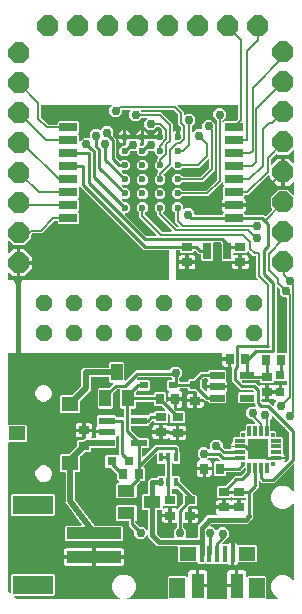
<source format=gbr>
G04 EAGLE Gerber RS-274X export*
G75*
%MOMM*%
%FSLAX34Y34*%
%LPD*%
%INTop Copper*%
%IPPOS*%
%AMOC8*
5,1,8,0,0,1.08239X$1,22.5*%
G01*
%ADD10R,1.500000X0.700000*%
%ADD11C,0.600000*%
%ADD12C,0.088500*%
%ADD13R,0.700000X1.400000*%
%ADD14R,0.900000X0.700000*%
%ADD15R,1.325000X1.700000*%
%ADD16R,1.400000X1.150000*%
%ADD17R,0.400000X1.350000*%
%ADD18R,1.100000X2.100000*%
%ADD19R,4.600000X1.000000*%
%ADD20R,3.400000X1.600000*%
%ADD21P,1.539592X8X202.500000*%
%ADD22R,1.320800X0.558800*%
%ADD23R,0.800000X0.600000*%
%ADD24R,1.400000X1.000000*%
%ADD25R,1.000000X1.400000*%
%ADD26R,0.355600X0.787400*%
%ADD27R,0.800000X0.800000*%
%ADD28R,0.700000X0.900000*%
%ADD29R,1.400000X1.200000*%
%ADD30P,1.924489X8X22.500000*%
%ADD31P,1.924489X8X112.500000*%
%ADD32R,0.300000X0.300000*%
%ADD33R,0.900000X0.300000*%
%ADD34R,0.300000X0.900000*%
%ADD35R,1.800000X1.800000*%
%ADD36C,0.254000*%
%ADD37C,0.203200*%
%ADD38C,0.756400*%
%ADD39C,0.152400*%
%ADD40C,0.406400*%
%ADD41C,0.508000*%

G36*
X163784Y-287512D02*
X163784Y-287512D01*
X163881Y-287502D01*
X163904Y-287492D01*
X163930Y-287488D01*
X164016Y-287442D01*
X164105Y-287402D01*
X164125Y-287385D01*
X164148Y-287372D01*
X164215Y-287302D01*
X164286Y-287236D01*
X164299Y-287213D01*
X164317Y-287194D01*
X164358Y-287106D01*
X164405Y-287020D01*
X164410Y-286995D01*
X164421Y-286971D01*
X164431Y-286874D01*
X164449Y-286778D01*
X164445Y-286752D01*
X164448Y-286727D01*
X164427Y-286631D01*
X164413Y-286535D01*
X164401Y-286512D01*
X164395Y-286486D01*
X164346Y-286403D01*
X164301Y-286316D01*
X164283Y-286297D01*
X164269Y-286275D01*
X164195Y-286212D01*
X164126Y-286144D01*
X164097Y-286128D01*
X164082Y-286115D01*
X164052Y-286103D01*
X163979Y-286063D01*
X161698Y-285118D01*
X158874Y-282294D01*
X157345Y-278603D01*
X157345Y-274609D01*
X158874Y-270918D01*
X161698Y-268094D01*
X165389Y-266565D01*
X169383Y-266565D01*
X173074Y-268094D01*
X175898Y-270918D01*
X177427Y-274609D01*
X177427Y-278603D01*
X175898Y-282294D01*
X173074Y-285118D01*
X170793Y-286063D01*
X170710Y-286114D01*
X170624Y-286160D01*
X170606Y-286179D01*
X170584Y-286192D01*
X170522Y-286267D01*
X170455Y-286338D01*
X170444Y-286362D01*
X170427Y-286382D01*
X170392Y-286473D01*
X170351Y-286561D01*
X170348Y-286587D01*
X170339Y-286611D01*
X170335Y-286709D01*
X170324Y-286805D01*
X170330Y-286831D01*
X170329Y-286857D01*
X170356Y-286951D01*
X170377Y-287046D01*
X170390Y-287068D01*
X170397Y-287093D01*
X170453Y-287173D01*
X170503Y-287257D01*
X170523Y-287274D01*
X170537Y-287295D01*
X170616Y-287354D01*
X170690Y-287417D01*
X170714Y-287427D01*
X170735Y-287442D01*
X170827Y-287472D01*
X170918Y-287509D01*
X170950Y-287512D01*
X170969Y-287518D01*
X171002Y-287518D01*
X171084Y-287527D01*
X203844Y-287527D01*
X203864Y-287524D01*
X203883Y-287526D01*
X203985Y-287504D01*
X204087Y-287488D01*
X204104Y-287478D01*
X204124Y-287474D01*
X204213Y-287421D01*
X204304Y-287372D01*
X204318Y-287358D01*
X204335Y-287348D01*
X204402Y-287269D01*
X204474Y-287194D01*
X204482Y-287176D01*
X204495Y-287161D01*
X204534Y-287065D01*
X204577Y-286971D01*
X204579Y-286951D01*
X204587Y-286933D01*
X204605Y-286766D01*
X204605Y-268782D01*
X205498Y-267889D01*
X220012Y-267889D01*
X220540Y-268417D01*
X220598Y-268459D01*
X220650Y-268509D01*
X220697Y-268531D01*
X220739Y-268561D01*
X220808Y-268582D01*
X220873Y-268612D01*
X220925Y-268618D01*
X220975Y-268633D01*
X221046Y-268631D01*
X221117Y-268639D01*
X221168Y-268628D01*
X221220Y-268627D01*
X221288Y-268602D01*
X221358Y-268587D01*
X221403Y-268560D01*
X221451Y-268543D01*
X221507Y-268498D01*
X221569Y-268461D01*
X221603Y-268421D01*
X221643Y-268389D01*
X221682Y-268329D01*
X221729Y-268274D01*
X221748Y-268226D01*
X221776Y-268182D01*
X221794Y-268112D01*
X221821Y-268046D01*
X221829Y-267975D01*
X221837Y-267943D01*
X221835Y-267920D01*
X221839Y-267879D01*
X221839Y-265080D01*
X222012Y-264433D01*
X222347Y-263854D01*
X222820Y-263381D01*
X223399Y-263046D01*
X224046Y-262873D01*
X228357Y-262873D01*
X228357Y-275152D01*
X228360Y-275172D01*
X228358Y-275191D01*
X228380Y-275293D01*
X228397Y-275395D01*
X228406Y-275412D01*
X228410Y-275432D01*
X228463Y-275521D01*
X228512Y-275612D01*
X228526Y-275626D01*
X228536Y-275643D01*
X228615Y-275710D01*
X228690Y-275781D01*
X228708Y-275790D01*
X228723Y-275803D01*
X228819Y-275842D01*
X228913Y-275885D01*
X228933Y-275887D01*
X228951Y-275895D01*
X229118Y-275913D01*
X229881Y-275913D01*
X229881Y-276676D01*
X229884Y-276696D01*
X229882Y-276715D01*
X229904Y-276817D01*
X229921Y-276919D01*
X229930Y-276936D01*
X229934Y-276956D01*
X229987Y-277045D01*
X230036Y-277136D01*
X230050Y-277150D01*
X230060Y-277167D01*
X230139Y-277234D01*
X230214Y-277305D01*
X230232Y-277314D01*
X230247Y-277327D01*
X230343Y-277366D01*
X230437Y-277409D01*
X230457Y-277411D01*
X230475Y-277419D01*
X230642Y-277437D01*
X237921Y-277437D01*
X237921Y-286766D01*
X237924Y-286786D01*
X237922Y-286805D01*
X237944Y-286907D01*
X237960Y-287009D01*
X237970Y-287026D01*
X237974Y-287046D01*
X238027Y-287135D01*
X238076Y-287226D01*
X238090Y-287240D01*
X238100Y-287257D01*
X238179Y-287324D01*
X238254Y-287396D01*
X238272Y-287404D01*
X238287Y-287417D01*
X238383Y-287456D01*
X238477Y-287499D01*
X238497Y-287501D01*
X238515Y-287509D01*
X238682Y-287527D01*
X254078Y-287527D01*
X254098Y-287524D01*
X254117Y-287526D01*
X254219Y-287504D01*
X254321Y-287488D01*
X254338Y-287478D01*
X254358Y-287474D01*
X254447Y-287421D01*
X254538Y-287372D01*
X254552Y-287358D01*
X254569Y-287348D01*
X254636Y-287269D01*
X254708Y-287194D01*
X254716Y-287176D01*
X254729Y-287161D01*
X254768Y-287065D01*
X254811Y-286971D01*
X254813Y-286951D01*
X254821Y-286933D01*
X254839Y-286766D01*
X254839Y-277437D01*
X262118Y-277437D01*
X262138Y-277434D01*
X262157Y-277436D01*
X262259Y-277414D01*
X262361Y-277397D01*
X262378Y-277388D01*
X262398Y-277384D01*
X262487Y-277331D01*
X262578Y-277282D01*
X262592Y-277268D01*
X262609Y-277258D01*
X262676Y-277179D01*
X262747Y-277104D01*
X262756Y-277086D01*
X262769Y-277071D01*
X262808Y-276975D01*
X262851Y-276881D01*
X262853Y-276861D01*
X262861Y-276843D01*
X262879Y-276676D01*
X262879Y-275913D01*
X263642Y-275913D01*
X263662Y-275910D01*
X263681Y-275912D01*
X263783Y-275890D01*
X263885Y-275873D01*
X263902Y-275864D01*
X263922Y-275860D01*
X264011Y-275807D01*
X264102Y-275758D01*
X264116Y-275744D01*
X264133Y-275734D01*
X264200Y-275655D01*
X264271Y-275580D01*
X264280Y-275562D01*
X264293Y-275547D01*
X264332Y-275451D01*
X264375Y-275357D01*
X264377Y-275337D01*
X264385Y-275319D01*
X264403Y-275152D01*
X264403Y-262873D01*
X268714Y-262873D01*
X269361Y-263046D01*
X269940Y-263381D01*
X270413Y-263854D01*
X270748Y-264433D01*
X270921Y-265080D01*
X270921Y-267879D01*
X270932Y-267950D01*
X270934Y-268022D01*
X270952Y-268071D01*
X270960Y-268122D01*
X270994Y-268185D01*
X271019Y-268253D01*
X271051Y-268293D01*
X271076Y-268339D01*
X271128Y-268389D01*
X271172Y-268445D01*
X271216Y-268473D01*
X271254Y-268509D01*
X271319Y-268539D01*
X271379Y-268578D01*
X271430Y-268590D01*
X271477Y-268612D01*
X271548Y-268620D01*
X271618Y-268638D01*
X271670Y-268634D01*
X271721Y-268639D01*
X271792Y-268624D01*
X271863Y-268619D01*
X271911Y-268598D01*
X271962Y-268587D01*
X272023Y-268550D01*
X272089Y-268522D01*
X272145Y-268477D01*
X272173Y-268461D01*
X272188Y-268443D01*
X272220Y-268417D01*
X272748Y-267889D01*
X287262Y-267889D01*
X288155Y-268782D01*
X288155Y-286766D01*
X288158Y-286786D01*
X288156Y-286805D01*
X288178Y-286907D01*
X288194Y-287009D01*
X288204Y-287026D01*
X288208Y-287046D01*
X288261Y-287135D01*
X288310Y-287226D01*
X288324Y-287240D01*
X288334Y-287257D01*
X288413Y-287324D01*
X288488Y-287396D01*
X288506Y-287404D01*
X288521Y-287417D01*
X288617Y-287456D01*
X288711Y-287499D01*
X288731Y-287501D01*
X288749Y-287509D01*
X288916Y-287527D01*
X297440Y-287527D01*
X297536Y-287512D01*
X297633Y-287502D01*
X297657Y-287492D01*
X297683Y-287488D01*
X297769Y-287442D01*
X297858Y-287402D01*
X297877Y-287385D01*
X297900Y-287372D01*
X297968Y-287302D01*
X298039Y-287236D01*
X298052Y-287213D01*
X298070Y-287194D01*
X298111Y-287106D01*
X298158Y-287020D01*
X298162Y-286995D01*
X298173Y-286971D01*
X298184Y-286874D01*
X298201Y-286778D01*
X298198Y-286752D01*
X298201Y-286727D01*
X298180Y-286631D01*
X298166Y-286535D01*
X298154Y-286512D01*
X298148Y-286486D01*
X298098Y-286403D01*
X298054Y-286316D01*
X298035Y-286297D01*
X298022Y-286275D01*
X297948Y-286212D01*
X297879Y-286144D01*
X297850Y-286128D01*
X297835Y-286115D01*
X297805Y-286103D01*
X297732Y-286063D01*
X296064Y-285372D01*
X293240Y-282548D01*
X291711Y-278857D01*
X291711Y-274863D01*
X293240Y-271172D01*
X296064Y-268348D01*
X299755Y-266819D01*
X303749Y-266819D01*
X307440Y-268348D01*
X310358Y-271266D01*
X310416Y-271308D01*
X310468Y-271357D01*
X310515Y-271379D01*
X310557Y-271410D01*
X310626Y-271431D01*
X310691Y-271461D01*
X310743Y-271467D01*
X310793Y-271482D01*
X310864Y-271480D01*
X310935Y-271488D01*
X310986Y-271477D01*
X311038Y-271476D01*
X311106Y-271451D01*
X311176Y-271436D01*
X311221Y-271409D01*
X311269Y-271391D01*
X311325Y-271346D01*
X311387Y-271310D01*
X311421Y-271270D01*
X311461Y-271237D01*
X311500Y-271177D01*
X311547Y-271123D01*
X311566Y-271074D01*
X311594Y-271030D01*
X311612Y-270961D01*
X311639Y-270894D01*
X311647Y-270823D01*
X311655Y-270792D01*
X311653Y-270769D01*
X311657Y-270728D01*
X311657Y-207300D01*
X311646Y-207230D01*
X311644Y-207158D01*
X311626Y-207109D01*
X311618Y-207058D01*
X311584Y-206994D01*
X311559Y-206927D01*
X311527Y-206886D01*
X311502Y-206840D01*
X311450Y-206791D01*
X311406Y-206735D01*
X311362Y-206707D01*
X311324Y-206671D01*
X311259Y-206641D01*
X311199Y-206602D01*
X311148Y-206589D01*
X311101Y-206567D01*
X311030Y-206559D01*
X310960Y-206542D01*
X310908Y-206546D01*
X310857Y-206540D01*
X310786Y-206555D01*
X310715Y-206561D01*
X310667Y-206581D01*
X310616Y-206592D01*
X310555Y-206629D01*
X310489Y-206657D01*
X310433Y-206702D01*
X310405Y-206718D01*
X310390Y-206736D01*
X310358Y-206762D01*
X307440Y-209680D01*
X303749Y-211209D01*
X299755Y-211209D01*
X296064Y-209680D01*
X293240Y-206856D01*
X291711Y-203165D01*
X291711Y-199171D01*
X293240Y-195480D01*
X296064Y-192656D01*
X299755Y-191127D01*
X303749Y-191127D01*
X307440Y-192656D01*
X310358Y-195574D01*
X310416Y-195616D01*
X310468Y-195665D01*
X310515Y-195687D01*
X310557Y-195718D01*
X310626Y-195739D01*
X310691Y-195769D01*
X310743Y-195775D01*
X310793Y-195790D01*
X310864Y-195788D01*
X310935Y-195796D01*
X310986Y-195785D01*
X311038Y-195784D01*
X311106Y-195759D01*
X311176Y-195744D01*
X311221Y-195717D01*
X311269Y-195699D01*
X311325Y-195654D01*
X311387Y-195618D01*
X311421Y-195578D01*
X311461Y-195545D01*
X311500Y-195485D01*
X311547Y-195431D01*
X311566Y-195382D01*
X311594Y-195338D01*
X311612Y-195269D01*
X311639Y-195202D01*
X311647Y-195131D01*
X311655Y-195100D01*
X311653Y-195077D01*
X311657Y-195036D01*
X311657Y-173939D01*
X311646Y-173868D01*
X311644Y-173796D01*
X311626Y-173747D01*
X311618Y-173696D01*
X311584Y-173633D01*
X311559Y-173565D01*
X311527Y-173525D01*
X311502Y-173479D01*
X311450Y-173429D01*
X311406Y-173373D01*
X311362Y-173345D01*
X311324Y-173309D01*
X311259Y-173279D01*
X311199Y-173240D01*
X311148Y-173228D01*
X311101Y-173206D01*
X311030Y-173198D01*
X310960Y-173180D01*
X310908Y-173184D01*
X310857Y-173179D01*
X310786Y-173194D01*
X310715Y-173199D01*
X310667Y-173220D01*
X310616Y-173231D01*
X310555Y-173268D01*
X310489Y-173296D01*
X310433Y-173341D01*
X310405Y-173357D01*
X310390Y-173375D01*
X310358Y-173401D01*
X294690Y-189069D01*
X284338Y-189069D01*
X282732Y-187463D01*
X282674Y-187421D01*
X282622Y-187371D01*
X282575Y-187349D01*
X282533Y-187319D01*
X282464Y-187298D01*
X282399Y-187268D01*
X282347Y-187262D01*
X282297Y-187247D01*
X282226Y-187249D01*
X282155Y-187241D01*
X282104Y-187252D01*
X282052Y-187253D01*
X281984Y-187278D01*
X281914Y-187293D01*
X281869Y-187320D01*
X281821Y-187338D01*
X281765Y-187382D01*
X281703Y-187419D01*
X281669Y-187459D01*
X281629Y-187491D01*
X281590Y-187552D01*
X281543Y-187606D01*
X281524Y-187654D01*
X281496Y-187698D01*
X281478Y-187768D01*
X281451Y-187834D01*
X281443Y-187906D01*
X281435Y-187937D01*
X281437Y-187960D01*
X281433Y-188001D01*
X281433Y-192928D01*
X279573Y-194788D01*
X276576Y-197785D01*
X276522Y-197859D01*
X276463Y-197928D01*
X276451Y-197958D01*
X276432Y-197984D01*
X276405Y-198071D01*
X276371Y-198156D01*
X276367Y-198197D01*
X276360Y-198219D01*
X276361Y-198252D01*
X276353Y-198323D01*
X276353Y-214619D01*
X276367Y-214710D01*
X276375Y-214800D01*
X276387Y-214830D01*
X276392Y-214862D01*
X276435Y-214943D01*
X276471Y-215027D01*
X276497Y-215059D01*
X276508Y-215080D01*
X276531Y-215102D01*
X276576Y-215158D01*
X277115Y-215697D01*
X277115Y-218643D01*
X272237Y-223521D01*
X241923Y-223521D01*
X241833Y-223535D01*
X241742Y-223543D01*
X241712Y-223555D01*
X241680Y-223560D01*
X241599Y-223603D01*
X241515Y-223639D01*
X241483Y-223665D01*
X241462Y-223676D01*
X241440Y-223699D01*
X241384Y-223744D01*
X240594Y-224534D01*
X240552Y-224592D01*
X240503Y-224644D01*
X240481Y-224691D01*
X240451Y-224733D01*
X240430Y-224802D01*
X240399Y-224867D01*
X240394Y-224919D01*
X240378Y-224969D01*
X240380Y-225040D01*
X240372Y-225111D01*
X240383Y-225162D01*
X240385Y-225214D01*
X240409Y-225282D01*
X240425Y-225352D01*
X240451Y-225397D01*
X240469Y-225445D01*
X240514Y-225501D01*
X240551Y-225563D01*
X240590Y-225597D01*
X240623Y-225637D01*
X240683Y-225676D01*
X240738Y-225723D01*
X240786Y-225742D01*
X240830Y-225770D01*
X240899Y-225788D01*
X240966Y-225815D01*
X241037Y-225823D01*
X241068Y-225831D01*
X241092Y-225829D01*
X241133Y-225833D01*
X242916Y-225833D01*
X245805Y-228722D01*
X245821Y-228733D01*
X245833Y-228749D01*
X245921Y-228805D01*
X246004Y-228865D01*
X246023Y-228871D01*
X246040Y-228882D01*
X246141Y-228907D01*
X246240Y-228938D01*
X246259Y-228937D01*
X246279Y-228942D01*
X246382Y-228934D01*
X246485Y-228931D01*
X246504Y-228925D01*
X246524Y-228923D01*
X246619Y-228883D01*
X246716Y-228847D01*
X246732Y-228834D01*
X246750Y-228827D01*
X246881Y-228722D01*
X249008Y-226595D01*
X253404Y-226595D01*
X256513Y-229704D01*
X256513Y-234100D01*
X253404Y-237209D01*
X253215Y-237209D01*
X253125Y-237223D01*
X253034Y-237231D01*
X253004Y-237243D01*
X252972Y-237248D01*
X252892Y-237291D01*
X252808Y-237327D01*
X252775Y-237353D01*
X252755Y-237364D01*
X252733Y-237387D01*
X252677Y-237432D01*
X250519Y-239590D01*
X250477Y-239648D01*
X250427Y-239700D01*
X250405Y-239747D01*
X250375Y-239789D01*
X250354Y-239858D01*
X250324Y-239923D01*
X250318Y-239975D01*
X250303Y-240025D01*
X250305Y-240096D01*
X250297Y-240167D01*
X250308Y-240218D01*
X250309Y-240270D01*
X250334Y-240338D01*
X250349Y-240408D01*
X250376Y-240453D01*
X250394Y-240501D01*
X250438Y-240557D01*
X250475Y-240619D01*
X250515Y-240653D01*
X250547Y-240693D01*
X250608Y-240732D01*
X250662Y-240779D01*
X250710Y-240798D01*
X250754Y-240826D01*
X250824Y-240844D01*
X250890Y-240871D01*
X250962Y-240879D01*
X250993Y-240887D01*
X251016Y-240885D01*
X251057Y-240889D01*
X254996Y-240889D01*
X255086Y-240875D01*
X255177Y-240867D01*
X255207Y-240855D01*
X255239Y-240850D01*
X255320Y-240807D01*
X255404Y-240771D01*
X255436Y-240745D01*
X255456Y-240734D01*
X255479Y-240711D01*
X255535Y-240666D01*
X255820Y-240381D01*
X256399Y-240046D01*
X257046Y-239873D01*
X258381Y-239873D01*
X258381Y-248926D01*
X258384Y-248945D01*
X258382Y-248965D01*
X258404Y-249067D01*
X258420Y-249169D01*
X258421Y-249170D01*
X258409Y-249197D01*
X258407Y-249217D01*
X258399Y-249235D01*
X258381Y-249402D01*
X258381Y-258455D01*
X257045Y-258455D01*
X256399Y-258282D01*
X255820Y-257947D01*
X255535Y-257662D01*
X255461Y-257609D01*
X255391Y-257549D01*
X255361Y-257537D01*
X255335Y-257518D01*
X255248Y-257491D01*
X255163Y-257457D01*
X255122Y-257453D01*
X255100Y-257446D01*
X255068Y-257447D01*
X254996Y-257439D01*
X250248Y-257439D01*
X250168Y-257359D01*
X250152Y-257347D01*
X250140Y-257331D01*
X250052Y-257275D01*
X249969Y-257215D01*
X249950Y-257209D01*
X249933Y-257198D01*
X249832Y-257173D01*
X249733Y-257143D01*
X249713Y-257143D01*
X249694Y-257138D01*
X249591Y-257146D01*
X249488Y-257149D01*
X249469Y-257156D01*
X249449Y-257157D01*
X249354Y-257198D01*
X249257Y-257233D01*
X249241Y-257246D01*
X249223Y-257254D01*
X249092Y-257359D01*
X249012Y-257439D01*
X243748Y-257439D01*
X243668Y-257359D01*
X243652Y-257347D01*
X243640Y-257331D01*
X243552Y-257275D01*
X243469Y-257215D01*
X243450Y-257209D01*
X243433Y-257198D01*
X243332Y-257173D01*
X243233Y-257143D01*
X243213Y-257143D01*
X243194Y-257138D01*
X243091Y-257146D01*
X242988Y-257149D01*
X242969Y-257156D01*
X242949Y-257157D01*
X242854Y-257198D01*
X242757Y-257233D01*
X242741Y-257246D01*
X242723Y-257254D01*
X242592Y-257359D01*
X242512Y-257439D01*
X237248Y-257439D01*
X237168Y-257359D01*
X237152Y-257347D01*
X237140Y-257331D01*
X237052Y-257275D01*
X236969Y-257215D01*
X236950Y-257209D01*
X236933Y-257198D01*
X236832Y-257173D01*
X236733Y-257143D01*
X236713Y-257143D01*
X236694Y-257138D01*
X236591Y-257146D01*
X236488Y-257149D01*
X236469Y-257156D01*
X236449Y-257157D01*
X236354Y-257198D01*
X236257Y-257233D01*
X236241Y-257246D01*
X236223Y-257254D01*
X236092Y-257359D01*
X236012Y-257439D01*
X230748Y-257439D01*
X229721Y-256412D01*
X229647Y-256359D01*
X229578Y-256299D01*
X229548Y-256287D01*
X229522Y-256268D01*
X229435Y-256241D01*
X229350Y-256207D01*
X229309Y-256203D01*
X229287Y-256196D01*
X229254Y-256197D01*
X229183Y-256189D01*
X213748Y-256189D01*
X212855Y-255296D01*
X212855Y-251898D01*
X212851Y-251874D01*
X212851Y-245978D01*
X212855Y-245942D01*
X212855Y-243032D01*
X212852Y-243012D01*
X212854Y-242993D01*
X212832Y-242891D01*
X212816Y-242789D01*
X212806Y-242772D01*
X212802Y-242752D01*
X212749Y-242663D01*
X212700Y-242572D01*
X212686Y-242558D01*
X212676Y-242541D01*
X212597Y-242474D01*
X212522Y-242402D01*
X212504Y-242394D01*
X212489Y-242381D01*
X212393Y-242342D01*
X212299Y-242299D01*
X212279Y-242297D01*
X212261Y-242289D01*
X212094Y-242271D01*
X195331Y-242271D01*
X193024Y-239964D01*
X190260Y-237200D01*
X190235Y-237182D01*
X188996Y-235936D01*
X188995Y-235935D01*
X188994Y-235934D01*
X187954Y-234894D01*
X187956Y-234139D01*
X187945Y-234067D01*
X187943Y-233994D01*
X187925Y-233946D01*
X187917Y-233896D01*
X187883Y-233831D01*
X187858Y-233763D01*
X187826Y-233723D01*
X187803Y-233678D01*
X187750Y-233628D01*
X187705Y-233571D01*
X187662Y-233543D01*
X187625Y-233508D01*
X187559Y-233477D01*
X187498Y-233438D01*
X187448Y-233426D01*
X187402Y-233404D01*
X187330Y-233396D01*
X187259Y-233378D01*
X187208Y-233382D01*
X187158Y-233376D01*
X187086Y-233391D01*
X187014Y-233397D01*
X186967Y-233417D01*
X186917Y-233428D01*
X186854Y-233465D01*
X186788Y-233493D01*
X186733Y-233537D01*
X186706Y-233553D01*
X186690Y-233572D01*
X186657Y-233598D01*
X183808Y-236447D01*
X179412Y-236447D01*
X176303Y-233338D01*
X176303Y-230101D01*
X176289Y-230011D01*
X176281Y-229920D01*
X176269Y-229890D01*
X176264Y-229858D01*
X176221Y-229778D01*
X176185Y-229694D01*
X176159Y-229662D01*
X176148Y-229641D01*
X176125Y-229619D01*
X176080Y-229563D01*
X171625Y-225108D01*
X171625Y-221764D01*
X171622Y-221744D01*
X171624Y-221725D01*
X171602Y-221623D01*
X171586Y-221521D01*
X171576Y-221504D01*
X171572Y-221484D01*
X171519Y-221395D01*
X171470Y-221304D01*
X171456Y-221290D01*
X171446Y-221273D01*
X171367Y-221206D01*
X171292Y-221134D01*
X171274Y-221126D01*
X171259Y-221113D01*
X171163Y-221074D01*
X171069Y-221031D01*
X171049Y-221029D01*
X171031Y-221021D01*
X170864Y-221003D01*
X161962Y-221003D01*
X161069Y-220110D01*
X161069Y-208846D01*
X161962Y-207953D01*
X177226Y-207953D01*
X178119Y-208846D01*
X178119Y-220110D01*
X177438Y-220791D01*
X177391Y-220855D01*
X177377Y-220870D01*
X177374Y-220877D01*
X177325Y-220934D01*
X177313Y-220964D01*
X177294Y-220990D01*
X177267Y-221077D01*
X177233Y-221162D01*
X177229Y-221203D01*
X177222Y-221225D01*
X177223Y-221258D01*
X177215Y-221329D01*
X177215Y-222477D01*
X177229Y-222567D01*
X177237Y-222658D01*
X177249Y-222688D01*
X177254Y-222720D01*
X177297Y-222800D01*
X177333Y-222884D01*
X177359Y-222916D01*
X177370Y-222937D01*
X177393Y-222959D01*
X177438Y-223015D01*
X180033Y-225610D01*
X180107Y-225663D01*
X180176Y-225723D01*
X180206Y-225735D01*
X180232Y-225754D01*
X180319Y-225781D01*
X180404Y-225815D01*
X180445Y-225819D01*
X180467Y-225826D01*
X180500Y-225825D01*
X180571Y-225833D01*
X183808Y-225833D01*
X186673Y-228698D01*
X186731Y-228740D01*
X186782Y-228788D01*
X186805Y-228799D01*
X186806Y-228801D01*
X186817Y-228805D01*
X186830Y-228811D01*
X186873Y-228842D01*
X186940Y-228863D01*
X187005Y-228893D01*
X187057Y-228899D01*
X187108Y-228914D01*
X187179Y-228912D01*
X187249Y-228920D01*
X187301Y-228909D01*
X187354Y-228908D01*
X187420Y-228884D01*
X187489Y-228869D01*
X187535Y-228842D01*
X187585Y-228824D01*
X187640Y-228779D01*
X187701Y-228743D01*
X187736Y-228703D01*
X187777Y-228670D01*
X187815Y-228610D01*
X187861Y-228557D01*
X187881Y-228508D01*
X187910Y-228463D01*
X187927Y-228394D01*
X187934Y-228378D01*
X187945Y-228355D01*
X187945Y-228350D01*
X187954Y-228329D01*
X187962Y-228256D01*
X187970Y-228224D01*
X187968Y-228202D01*
X187973Y-228162D01*
X188017Y-212266D01*
X188014Y-212245D01*
X188016Y-212225D01*
X187994Y-212124D01*
X187978Y-212023D01*
X187968Y-212005D01*
X187964Y-211984D01*
X187911Y-211896D01*
X187863Y-211806D01*
X187848Y-211791D01*
X187838Y-211773D01*
X187759Y-211706D01*
X187686Y-211636D01*
X187667Y-211627D01*
X187651Y-211613D01*
X187555Y-211575D01*
X187463Y-211531D01*
X187442Y-211529D01*
X187422Y-211521D01*
X187256Y-211503D01*
X183962Y-211503D01*
X183069Y-210610D01*
X183069Y-199346D01*
X183962Y-198453D01*
X187276Y-198453D01*
X187296Y-198450D01*
X187315Y-198452D01*
X187417Y-198430D01*
X187519Y-198414D01*
X187536Y-198404D01*
X187556Y-198400D01*
X187645Y-198347D01*
X187736Y-198298D01*
X187750Y-198284D01*
X187767Y-198274D01*
X187834Y-198195D01*
X187906Y-198120D01*
X187914Y-198102D01*
X187927Y-198087D01*
X187966Y-197991D01*
X188009Y-197897D01*
X188011Y-197877D01*
X188019Y-197859D01*
X188037Y-197692D01*
X188037Y-186995D01*
X190121Y-184911D01*
X194414Y-184911D01*
X194434Y-184908D01*
X194453Y-184910D01*
X194555Y-184888D01*
X194657Y-184872D01*
X194674Y-184862D01*
X194694Y-184858D01*
X194783Y-184805D01*
X194874Y-184756D01*
X194888Y-184742D01*
X194905Y-184732D01*
X194972Y-184653D01*
X195044Y-184578D01*
X195052Y-184560D01*
X195065Y-184545D01*
X195104Y-184449D01*
X195147Y-184355D01*
X195149Y-184335D01*
X195157Y-184317D01*
X195175Y-184150D01*
X195175Y-183899D01*
X196068Y-183006D01*
X200889Y-183006D01*
X200942Y-183044D01*
X200994Y-183094D01*
X201041Y-183116D01*
X201083Y-183146D01*
X201152Y-183167D01*
X201217Y-183197D01*
X201269Y-183203D01*
X201318Y-183218D01*
X201390Y-183216D01*
X201461Y-183224D01*
X201512Y-183213D01*
X201564Y-183212D01*
X201632Y-183187D01*
X201702Y-183172D01*
X201747Y-183145D01*
X201795Y-183128D01*
X201851Y-183083D01*
X201913Y-183046D01*
X201947Y-183006D01*
X201987Y-182974D01*
X202026Y-182914D01*
X202073Y-182859D01*
X202092Y-182811D01*
X202120Y-182767D01*
X202138Y-182698D01*
X202165Y-182631D01*
X202173Y-182560D01*
X202181Y-182528D01*
X202179Y-182505D01*
X202183Y-182464D01*
X202183Y-173136D01*
X202172Y-173065D01*
X202170Y-172993D01*
X202152Y-172944D01*
X202144Y-172893D01*
X202110Y-172830D01*
X202085Y-172762D01*
X202053Y-172722D01*
X202028Y-172676D01*
X201977Y-172626D01*
X201932Y-172570D01*
X201888Y-172542D01*
X201850Y-172506D01*
X201785Y-172476D01*
X201725Y-172437D01*
X201674Y-172425D01*
X201627Y-172403D01*
X201556Y-172395D01*
X201486Y-172377D01*
X201434Y-172381D01*
X201383Y-172376D01*
X201312Y-172391D01*
X201241Y-172396D01*
X201193Y-172417D01*
X201142Y-172428D01*
X201081Y-172465D01*
X201015Y-172493D01*
X200959Y-172538D01*
X200931Y-172554D01*
X200916Y-172572D01*
X200889Y-172594D01*
X196068Y-172594D01*
X195175Y-171701D01*
X195175Y-165095D01*
X195164Y-165024D01*
X195162Y-164952D01*
X195144Y-164903D01*
X195136Y-164852D01*
X195102Y-164789D01*
X195077Y-164721D01*
X195045Y-164681D01*
X195020Y-164635D01*
X194969Y-164585D01*
X194924Y-164529D01*
X194880Y-164501D01*
X194842Y-164465D01*
X194777Y-164435D01*
X194717Y-164396D01*
X194666Y-164384D01*
X194619Y-164362D01*
X194548Y-164354D01*
X194478Y-164336D01*
X194426Y-164340D01*
X194375Y-164335D01*
X194304Y-164350D01*
X194233Y-164355D01*
X194185Y-164376D01*
X194134Y-164387D01*
X194073Y-164424D01*
X194007Y-164452D01*
X193951Y-164497D01*
X193923Y-164513D01*
X193908Y-164531D01*
X193876Y-164557D01*
X184019Y-174414D01*
X184007Y-174430D01*
X183991Y-174442D01*
X183935Y-174530D01*
X183875Y-174613D01*
X183869Y-174632D01*
X183858Y-174649D01*
X183833Y-174750D01*
X183803Y-174849D01*
X183803Y-174868D01*
X183798Y-174888D01*
X183806Y-174991D01*
X183809Y-175094D01*
X183816Y-175113D01*
X183817Y-175133D01*
X183858Y-175228D01*
X183894Y-175325D01*
X183906Y-175341D01*
X183914Y-175359D01*
X184019Y-175490D01*
X185007Y-176478D01*
X185007Y-186742D01*
X184114Y-187635D01*
X181705Y-187635D01*
X181615Y-187649D01*
X181524Y-187657D01*
X181494Y-187669D01*
X181462Y-187674D01*
X181382Y-187717D01*
X181298Y-187753D01*
X181265Y-187779D01*
X181245Y-187790D01*
X181223Y-187813D01*
X181167Y-187858D01*
X180917Y-188108D01*
X178342Y-190683D01*
X178289Y-190757D01*
X178229Y-190826D01*
X178217Y-190856D01*
X178198Y-190882D01*
X178171Y-190969D01*
X178137Y-191054D01*
X178133Y-191095D01*
X178126Y-191117D01*
X178127Y-191150D01*
X178119Y-191221D01*
X178119Y-201110D01*
X177226Y-202003D01*
X161962Y-202003D01*
X161069Y-201110D01*
X161069Y-189846D01*
X161962Y-188953D01*
X162331Y-188953D01*
X162402Y-188942D01*
X162474Y-188940D01*
X162523Y-188922D01*
X162574Y-188914D01*
X162637Y-188880D01*
X162705Y-188855D01*
X162745Y-188823D01*
X162791Y-188798D01*
X162841Y-188746D01*
X162897Y-188702D01*
X162925Y-188658D01*
X162961Y-188620D01*
X162991Y-188555D01*
X163030Y-188495D01*
X163042Y-188444D01*
X163064Y-188397D01*
X163072Y-188326D01*
X163090Y-188256D01*
X163086Y-188204D01*
X163091Y-188153D01*
X163076Y-188082D01*
X163071Y-188011D01*
X163050Y-187963D01*
X163039Y-187912D01*
X163002Y-187851D01*
X162974Y-187785D01*
X162929Y-187729D01*
X162913Y-187701D01*
X162895Y-187686D01*
X162869Y-187654D01*
X161957Y-186742D01*
X161957Y-181869D01*
X161943Y-181779D01*
X161935Y-181688D01*
X161923Y-181658D01*
X161918Y-181626D01*
X161875Y-181546D01*
X161839Y-181462D01*
X161813Y-181430D01*
X161802Y-181409D01*
X161779Y-181387D01*
X161734Y-181331D01*
X156585Y-176182D01*
X156511Y-176129D01*
X156442Y-176069D01*
X156412Y-176057D01*
X156386Y-176038D01*
X156299Y-176011D01*
X156214Y-175977D01*
X156173Y-175973D01*
X156151Y-175966D01*
X156118Y-175967D01*
X156047Y-175959D01*
X152460Y-175959D01*
X151567Y-175066D01*
X151567Y-165802D01*
X152460Y-164909D01*
X161724Y-164909D01*
X161768Y-164953D01*
X161826Y-164995D01*
X161878Y-165045D01*
X161925Y-165067D01*
X161967Y-165097D01*
X162036Y-165118D01*
X162101Y-165148D01*
X162153Y-165154D01*
X162203Y-165169D01*
X162274Y-165167D01*
X162345Y-165175D01*
X162396Y-165164D01*
X162448Y-165163D01*
X162516Y-165138D01*
X162586Y-165123D01*
X162631Y-165096D01*
X162679Y-165079D01*
X162735Y-165034D01*
X162797Y-164997D01*
X162831Y-164957D01*
X162871Y-164925D01*
X162910Y-164865D01*
X162957Y-164810D01*
X162976Y-164762D01*
X163004Y-164718D01*
X163022Y-164649D01*
X163049Y-164582D01*
X163057Y-164511D01*
X163065Y-164479D01*
X163063Y-164456D01*
X163067Y-164415D01*
X163067Y-150101D01*
X163060Y-150053D01*
X163061Y-150005D01*
X163040Y-149933D01*
X163028Y-149858D01*
X163005Y-149815D01*
X162991Y-149769D01*
X162948Y-149707D01*
X162912Y-149640D01*
X162878Y-149607D01*
X162850Y-149568D01*
X162789Y-149523D01*
X162734Y-149471D01*
X162690Y-149451D01*
X162652Y-149422D01*
X162580Y-149399D01*
X162511Y-149367D01*
X162463Y-149362D01*
X162418Y-149348D01*
X162342Y-149349D01*
X162267Y-149340D01*
X162220Y-149351D01*
X162172Y-149351D01*
X162100Y-149376D01*
X162026Y-149393D01*
X161985Y-149417D01*
X161940Y-149433D01*
X161880Y-149480D01*
X161815Y-149519D01*
X161784Y-149555D01*
X161746Y-149585D01*
X161670Y-149688D01*
X161655Y-149706D01*
X161653Y-149712D01*
X161647Y-149720D01*
X161545Y-149896D01*
X161020Y-150421D01*
X161008Y-150437D01*
X160993Y-150450D01*
X160937Y-150537D01*
X160876Y-150621D01*
X160871Y-150640D01*
X160860Y-150657D01*
X160835Y-150757D01*
X160804Y-150856D01*
X160805Y-150876D01*
X160800Y-150895D01*
X160808Y-150998D01*
X160810Y-151102D01*
X160817Y-151121D01*
X160819Y-151140D01*
X160859Y-151236D01*
X160895Y-151333D01*
X160907Y-151348D01*
X160915Y-151367D01*
X161020Y-151498D01*
X161037Y-151514D01*
X161037Y-158366D01*
X160144Y-159259D01*
X145672Y-159259D01*
X145641Y-159228D01*
X145567Y-159175D01*
X145498Y-159115D01*
X145468Y-159103D01*
X145442Y-159084D01*
X145355Y-159057D01*
X145270Y-159023D01*
X145229Y-159019D01*
X145207Y-159012D01*
X145174Y-159013D01*
X145103Y-159005D01*
X140390Y-159005D01*
X140370Y-159008D01*
X140351Y-159006D01*
X140249Y-159028D01*
X140147Y-159044D01*
X140130Y-159054D01*
X140110Y-159058D01*
X140021Y-159111D01*
X139930Y-159160D01*
X139916Y-159174D01*
X139899Y-159184D01*
X139832Y-159263D01*
X139760Y-159338D01*
X139752Y-159356D01*
X139739Y-159371D01*
X139700Y-159467D01*
X139657Y-159561D01*
X139655Y-159581D01*
X139647Y-159599D01*
X139629Y-159766D01*
X139629Y-161508D01*
X138736Y-162401D01*
X135001Y-162401D01*
X134911Y-162415D01*
X134820Y-162423D01*
X134790Y-162435D01*
X134758Y-162440D01*
X134678Y-162483D01*
X134594Y-162519D01*
X134562Y-162545D01*
X134541Y-162556D01*
X134519Y-162579D01*
X134463Y-162624D01*
X130816Y-166271D01*
X130763Y-166345D01*
X130703Y-166414D01*
X130691Y-166444D01*
X130672Y-166470D01*
X130645Y-166557D01*
X130611Y-166642D01*
X130607Y-166683D01*
X130600Y-166705D01*
X130601Y-166738D01*
X130593Y-166809D01*
X130593Y-178698D01*
X129700Y-179591D01*
X126894Y-179591D01*
X126874Y-179594D01*
X126855Y-179592D01*
X126753Y-179614D01*
X126651Y-179630D01*
X126634Y-179640D01*
X126614Y-179644D01*
X126525Y-179697D01*
X126434Y-179746D01*
X126420Y-179760D01*
X126403Y-179770D01*
X126336Y-179849D01*
X126264Y-179924D01*
X126256Y-179942D01*
X126243Y-179957D01*
X126204Y-180053D01*
X126161Y-180147D01*
X126159Y-180167D01*
X126151Y-180185D01*
X126133Y-180352D01*
X126133Y-202702D01*
X126138Y-202736D01*
X126136Y-202770D01*
X126158Y-202857D01*
X126172Y-202945D01*
X126189Y-202975D01*
X126197Y-203009D01*
X126281Y-203154D01*
X142170Y-224720D01*
X142188Y-224737D01*
X142201Y-224759D01*
X142275Y-224823D01*
X142346Y-224891D01*
X142368Y-224902D01*
X142388Y-224919D01*
X142479Y-224956D01*
X142567Y-224998D01*
X142592Y-225001D01*
X142616Y-225011D01*
X142782Y-225029D01*
X165788Y-225029D01*
X166681Y-225922D01*
X166681Y-237186D01*
X165788Y-238079D01*
X118524Y-238079D01*
X117631Y-237186D01*
X117631Y-225922D01*
X118524Y-225029D01*
X130794Y-225029D01*
X130808Y-225027D01*
X130823Y-225029D01*
X130930Y-225007D01*
X131037Y-224990D01*
X131049Y-224983D01*
X131064Y-224980D01*
X131158Y-224925D01*
X131254Y-224874D01*
X131264Y-224864D01*
X131276Y-224857D01*
X131348Y-224775D01*
X131423Y-224696D01*
X131429Y-224683D01*
X131439Y-224672D01*
X131481Y-224572D01*
X131527Y-224473D01*
X131529Y-224459D01*
X131534Y-224445D01*
X131542Y-224337D01*
X131554Y-224229D01*
X131551Y-224214D01*
X131552Y-224200D01*
X131525Y-224095D01*
X131502Y-223988D01*
X131494Y-223976D01*
X131491Y-223962D01*
X131407Y-223816D01*
X119011Y-206992D01*
X118987Y-206969D01*
X118937Y-206905D01*
X118003Y-205972D01*
X118003Y-205874D01*
X117998Y-205840D01*
X118000Y-205806D01*
X117978Y-205719D01*
X117964Y-205631D01*
X117947Y-205601D01*
X117939Y-205568D01*
X117855Y-205422D01*
X117797Y-205344D01*
X117995Y-204039D01*
X117994Y-204006D01*
X118003Y-203924D01*
X118003Y-180352D01*
X118000Y-180332D01*
X118002Y-180313D01*
X117980Y-180211D01*
X117964Y-180109D01*
X117954Y-180092D01*
X117950Y-180072D01*
X117897Y-179983D01*
X117848Y-179892D01*
X117834Y-179878D01*
X117824Y-179861D01*
X117745Y-179794D01*
X117670Y-179722D01*
X117652Y-179714D01*
X117637Y-179701D01*
X117541Y-179662D01*
X117447Y-179619D01*
X117427Y-179617D01*
X117409Y-179609D01*
X117242Y-179591D01*
X114436Y-179591D01*
X113543Y-178698D01*
X113543Y-165434D01*
X114436Y-164541D01*
X120733Y-164541D01*
X120823Y-164527D01*
X120914Y-164519D01*
X120944Y-164507D01*
X120976Y-164502D01*
X121056Y-164459D01*
X121140Y-164423D01*
X121172Y-164397D01*
X121193Y-164386D01*
X121215Y-164363D01*
X121271Y-164318D01*
X127356Y-158233D01*
X127409Y-158159D01*
X127469Y-158090D01*
X127481Y-158060D01*
X127500Y-158034D01*
X127527Y-157947D01*
X127561Y-157862D01*
X127565Y-157821D01*
X127572Y-157799D01*
X127571Y-157766D01*
X127579Y-157695D01*
X127579Y-153244D01*
X128472Y-152351D01*
X132923Y-152351D01*
X133013Y-152337D01*
X133104Y-152329D01*
X133134Y-152317D01*
X133166Y-152312D01*
X133246Y-152269D01*
X133330Y-152233D01*
X133362Y-152207D01*
X133383Y-152196D01*
X133405Y-152173D01*
X133461Y-152128D01*
X134904Y-150685D01*
X134957Y-150611D01*
X135017Y-150542D01*
X135029Y-150512D01*
X135048Y-150486D01*
X135075Y-150399D01*
X135109Y-150314D01*
X135113Y-150273D01*
X135120Y-150251D01*
X135119Y-150218D01*
X135127Y-150147D01*
X135127Y-145899D01*
X140645Y-145899D01*
X140645Y-148211D01*
X140472Y-148857D01*
X140137Y-149436D01*
X139997Y-149576D01*
X139956Y-149634D01*
X139906Y-149686D01*
X139884Y-149733D01*
X139854Y-149775D01*
X139833Y-149844D01*
X139803Y-149909D01*
X139797Y-149961D01*
X139781Y-150010D01*
X139783Y-150082D01*
X139775Y-150153D01*
X139787Y-150204D01*
X139788Y-150256D01*
X139812Y-150324D01*
X139828Y-150394D01*
X139854Y-150439D01*
X139872Y-150487D01*
X139917Y-150543D01*
X139954Y-150605D01*
X139993Y-150639D01*
X140026Y-150679D01*
X140086Y-150718D01*
X140141Y-150765D01*
X140189Y-150784D01*
X140233Y-150812D01*
X140302Y-150830D01*
X140369Y-150857D01*
X140440Y-150865D01*
X140471Y-150873D01*
X140495Y-150871D01*
X140536Y-150875D01*
X143518Y-150875D01*
X143612Y-150860D01*
X143707Y-150851D01*
X143733Y-150840D01*
X143761Y-150836D01*
X143845Y-150791D01*
X143932Y-150753D01*
X143953Y-150734D01*
X143978Y-150720D01*
X144043Y-150651D01*
X144114Y-150587D01*
X144128Y-150563D01*
X144147Y-150542D01*
X144187Y-150456D01*
X144234Y-150372D01*
X144239Y-150345D01*
X144251Y-150319D01*
X144261Y-150224D01*
X144279Y-150131D01*
X144275Y-150103D01*
X144278Y-150075D01*
X144258Y-149981D01*
X144244Y-149887D01*
X144230Y-149855D01*
X144226Y-149834D01*
X144209Y-149806D01*
X144177Y-149733D01*
X143936Y-149317D01*
X143763Y-148670D01*
X143763Y-146938D01*
X152273Y-146938D01*
X152292Y-146935D01*
X152312Y-146937D01*
X152414Y-146915D01*
X152516Y-146899D01*
X152533Y-146889D01*
X152553Y-146885D01*
X152642Y-146832D01*
X152733Y-146783D01*
X152747Y-146769D01*
X152764Y-146759D01*
X152831Y-146680D01*
X152902Y-146605D01*
X152911Y-146587D01*
X152924Y-146572D01*
X152962Y-146476D01*
X153006Y-146382D01*
X153008Y-146362D01*
X153016Y-146344D01*
X153034Y-146177D01*
X153034Y-144907D01*
X153031Y-144887D01*
X153033Y-144867D01*
X153011Y-144766D01*
X152994Y-144664D01*
X152985Y-144647D01*
X152981Y-144627D01*
X152928Y-144538D01*
X152879Y-144447D01*
X152865Y-144433D01*
X152855Y-144416D01*
X152776Y-144349D01*
X152701Y-144277D01*
X152683Y-144269D01*
X152668Y-144256D01*
X152571Y-144217D01*
X152478Y-144174D01*
X152458Y-144172D01*
X152440Y-144164D01*
X152273Y-144146D01*
X143763Y-144146D01*
X143763Y-142414D01*
X143936Y-141767D01*
X144271Y-141188D01*
X144796Y-140663D01*
X144808Y-140647D01*
X144823Y-140634D01*
X144879Y-140547D01*
X144940Y-140463D01*
X144945Y-140444D01*
X144956Y-140427D01*
X144981Y-140327D01*
X145012Y-140228D01*
X145011Y-140208D01*
X145016Y-140189D01*
X145008Y-140086D01*
X145006Y-139982D01*
X144999Y-139963D01*
X144997Y-139944D01*
X144957Y-139848D01*
X144921Y-139751D01*
X144909Y-139736D01*
X144901Y-139717D01*
X144796Y-139586D01*
X144779Y-139570D01*
X144779Y-132718D01*
X145672Y-131825D01*
X160144Y-131825D01*
X161062Y-132744D01*
X161076Y-132831D01*
X161086Y-132848D01*
X161090Y-132868D01*
X161143Y-132957D01*
X161192Y-133048D01*
X161206Y-133062D01*
X161216Y-133079D01*
X161295Y-133146D01*
X161370Y-133218D01*
X161388Y-133226D01*
X161403Y-133239D01*
X161499Y-133278D01*
X161593Y-133321D01*
X161613Y-133323D01*
X161631Y-133331D01*
X161798Y-133349D01*
X166878Y-133349D01*
X166898Y-133346D01*
X166917Y-133348D01*
X167019Y-133326D01*
X167121Y-133310D01*
X167138Y-133300D01*
X167158Y-133296D01*
X167247Y-133243D01*
X167338Y-133194D01*
X167352Y-133180D01*
X167369Y-133170D01*
X167436Y-133091D01*
X167508Y-133016D01*
X167516Y-132998D01*
X167529Y-132983D01*
X167568Y-132887D01*
X167611Y-132793D01*
X167613Y-132773D01*
X167621Y-132755D01*
X167639Y-132588D01*
X167639Y-126712D01*
X167636Y-126692D01*
X167638Y-126673D01*
X167616Y-126571D01*
X167600Y-126469D01*
X167590Y-126452D01*
X167586Y-126432D01*
X167533Y-126343D01*
X167484Y-126252D01*
X167470Y-126238D01*
X167460Y-126221D01*
X167381Y-126154D01*
X167306Y-126082D01*
X167288Y-126074D01*
X167273Y-126061D01*
X167177Y-126022D01*
X167083Y-125979D01*
X167063Y-125977D01*
X167045Y-125969D01*
X166878Y-125951D01*
X165158Y-125951D01*
X164265Y-125058D01*
X164265Y-110236D01*
X164262Y-110216D01*
X164264Y-110197D01*
X164242Y-110095D01*
X164226Y-109993D01*
X164216Y-109976D01*
X164212Y-109956D01*
X164159Y-109867D01*
X164110Y-109776D01*
X164096Y-109762D01*
X164086Y-109745D01*
X164007Y-109678D01*
X163932Y-109606D01*
X163914Y-109598D01*
X163899Y-109585D01*
X163803Y-109546D01*
X163709Y-109503D01*
X163689Y-109501D01*
X163671Y-109493D01*
X163504Y-109475D01*
X162226Y-109475D01*
X162138Y-109489D01*
X162049Y-109496D01*
X162017Y-109509D01*
X161983Y-109514D01*
X161905Y-109556D01*
X161822Y-109591D01*
X161788Y-109618D01*
X161766Y-109630D01*
X161744Y-109652D01*
X161691Y-109695D01*
X158541Y-112811D01*
X158486Y-112887D01*
X158425Y-112957D01*
X158414Y-112986D01*
X158396Y-113010D01*
X158368Y-113099D01*
X158333Y-113186D01*
X158329Y-113224D01*
X158322Y-113245D01*
X158323Y-113277D01*
X158315Y-113352D01*
X158315Y-125058D01*
X157422Y-125951D01*
X146158Y-125951D01*
X145265Y-125058D01*
X145265Y-109794D01*
X146158Y-108901D01*
X154232Y-108901D01*
X154320Y-108887D01*
X154409Y-108880D01*
X154441Y-108867D01*
X154475Y-108862D01*
X154554Y-108820D01*
X154636Y-108785D01*
X154671Y-108758D01*
X154692Y-108746D01*
X154714Y-108724D01*
X154768Y-108681D01*
X158233Y-105253D01*
X158276Y-105193D01*
X158327Y-105140D01*
X158348Y-105095D01*
X158378Y-105054D01*
X158400Y-104984D01*
X158431Y-104917D01*
X158436Y-104867D01*
X158451Y-104820D01*
X158450Y-104746D01*
X158458Y-104673D01*
X158447Y-104624D01*
X158446Y-104574D01*
X158421Y-104504D01*
X158406Y-104432D01*
X158380Y-104389D01*
X158363Y-104342D01*
X158317Y-104284D01*
X158279Y-104221D01*
X158241Y-104189D01*
X158210Y-104149D01*
X158148Y-104109D01*
X158092Y-104061D01*
X158046Y-104042D01*
X158004Y-104015D01*
X157933Y-103997D01*
X157864Y-103969D01*
X157797Y-103962D01*
X157766Y-103954D01*
X157741Y-103956D01*
X157698Y-103951D01*
X155658Y-103951D01*
X154765Y-103058D01*
X154765Y-100252D01*
X154763Y-100235D01*
X154764Y-100220D01*
X154764Y-100218D01*
X154764Y-100213D01*
X154742Y-100111D01*
X154726Y-100009D01*
X154716Y-99992D01*
X154712Y-99972D01*
X154659Y-99883D01*
X154610Y-99792D01*
X154596Y-99778D01*
X154586Y-99761D01*
X154507Y-99694D01*
X154432Y-99622D01*
X154414Y-99614D01*
X154399Y-99601D01*
X154303Y-99562D01*
X154209Y-99519D01*
X154189Y-99517D01*
X154171Y-99509D01*
X154004Y-99491D01*
X140356Y-99491D01*
X140336Y-99494D01*
X140317Y-99492D01*
X140215Y-99514D01*
X140113Y-99530D01*
X140096Y-99540D01*
X140076Y-99544D01*
X139987Y-99597D01*
X139896Y-99646D01*
X139882Y-99660D01*
X139865Y-99670D01*
X139798Y-99749D01*
X139726Y-99824D01*
X139718Y-99842D01*
X139705Y-99857D01*
X139666Y-99953D01*
X139623Y-100047D01*
X139621Y-100067D01*
X139613Y-100085D01*
X139595Y-100252D01*
X139595Y-110288D01*
X130816Y-119067D01*
X130763Y-119141D01*
X130703Y-119210D01*
X130691Y-119240D01*
X130672Y-119266D01*
X130645Y-119353D01*
X130611Y-119438D01*
X130607Y-119479D01*
X130600Y-119501D01*
X130601Y-119534D01*
X130593Y-119605D01*
X130593Y-128698D01*
X129700Y-129591D01*
X114436Y-129591D01*
X113543Y-128698D01*
X113543Y-115434D01*
X114436Y-114541D01*
X123529Y-114541D01*
X123619Y-114527D01*
X123710Y-114519D01*
X123740Y-114507D01*
X123772Y-114502D01*
X123852Y-114459D01*
X123936Y-114423D01*
X123968Y-114397D01*
X123989Y-114386D01*
X124011Y-114363D01*
X124067Y-114318D01*
X131242Y-107143D01*
X131295Y-107069D01*
X131355Y-107000D01*
X131367Y-106970D01*
X131386Y-106944D01*
X131413Y-106857D01*
X131447Y-106772D01*
X131451Y-106731D01*
X131458Y-106708D01*
X131457Y-106676D01*
X131465Y-106605D01*
X131465Y-93742D01*
X133846Y-91361D01*
X154004Y-91361D01*
X154024Y-91358D01*
X154043Y-91360D01*
X154145Y-91338D01*
X154247Y-91322D01*
X154264Y-91312D01*
X154284Y-91308D01*
X154373Y-91255D01*
X154464Y-91206D01*
X154478Y-91192D01*
X154495Y-91182D01*
X154562Y-91103D01*
X154634Y-91028D01*
X154642Y-91010D01*
X154655Y-90995D01*
X154694Y-90899D01*
X154737Y-90805D01*
X154739Y-90785D01*
X154747Y-90767D01*
X154765Y-90600D01*
X154765Y-87794D01*
X155658Y-86901D01*
X166922Y-86901D01*
X167815Y-87794D01*
X167815Y-101477D01*
X167826Y-101548D01*
X167828Y-101620D01*
X167846Y-101669D01*
X167854Y-101720D01*
X167888Y-101783D01*
X167913Y-101851D01*
X167945Y-101891D01*
X167970Y-101937D01*
X168021Y-101987D01*
X168066Y-102043D01*
X168110Y-102071D01*
X168148Y-102107D01*
X168213Y-102137D01*
X168273Y-102176D01*
X168324Y-102188D01*
X168371Y-102210D01*
X168442Y-102218D01*
X168512Y-102236D01*
X168564Y-102232D01*
X168615Y-102237D01*
X168686Y-102222D01*
X168757Y-102217D01*
X168805Y-102196D01*
X168856Y-102185D01*
X168917Y-102148D01*
X168983Y-102120D01*
X169039Y-102075D01*
X169067Y-102059D01*
X169082Y-102041D01*
X169114Y-102015D01*
X175544Y-95585D01*
X177404Y-93725D01*
X205341Y-93725D01*
X205431Y-93711D01*
X205522Y-93703D01*
X205551Y-93691D01*
X205583Y-93686D01*
X205664Y-93643D01*
X205748Y-93607D01*
X205780Y-93581D01*
X205801Y-93570D01*
X205823Y-93547D01*
X205879Y-93502D01*
X208930Y-90451D01*
X213326Y-90451D01*
X216435Y-93560D01*
X216435Y-97956D01*
X214146Y-100245D01*
X214093Y-100319D01*
X214033Y-100389D01*
X214021Y-100419D01*
X214002Y-100445D01*
X213975Y-100532D01*
X213941Y-100617D01*
X213937Y-100658D01*
X213930Y-100680D01*
X213931Y-100712D01*
X213923Y-100783D01*
X213923Y-101527D01*
X213937Y-101617D01*
X213945Y-101708D01*
X213957Y-101738D01*
X213962Y-101770D01*
X214005Y-101851D01*
X214041Y-101934D01*
X214067Y-101967D01*
X214078Y-101987D01*
X214101Y-102009D01*
X214146Y-102065D01*
X214621Y-102540D01*
X214621Y-102616D01*
X214624Y-102636D01*
X214622Y-102655D01*
X214644Y-102757D01*
X214660Y-102859D01*
X214670Y-102876D01*
X214674Y-102896D01*
X214727Y-102985D01*
X214776Y-103076D01*
X214790Y-103090D01*
X214800Y-103107D01*
X214879Y-103174D01*
X214954Y-103246D01*
X214972Y-103254D01*
X214987Y-103267D01*
X215083Y-103306D01*
X215177Y-103349D01*
X215197Y-103351D01*
X215215Y-103359D01*
X215382Y-103377D01*
X221052Y-103377D01*
X221072Y-103374D01*
X221091Y-103376D01*
X221193Y-103354D01*
X221295Y-103338D01*
X221312Y-103328D01*
X221332Y-103324D01*
X221421Y-103271D01*
X221512Y-103222D01*
X221526Y-103208D01*
X221543Y-103198D01*
X221610Y-103119D01*
X221682Y-103044D01*
X221690Y-103026D01*
X221703Y-103011D01*
X221742Y-102915D01*
X221785Y-102821D01*
X221787Y-102801D01*
X221795Y-102783D01*
X221813Y-102616D01*
X221813Y-102144D01*
X222706Y-101251D01*
X225745Y-101251D01*
X225835Y-101237D01*
X225926Y-101229D01*
X225956Y-101217D01*
X225988Y-101212D01*
X226068Y-101169D01*
X226152Y-101133D01*
X226184Y-101107D01*
X226205Y-101096D01*
X226227Y-101073D01*
X226283Y-101028D01*
X232418Y-94893D01*
X237940Y-94893D01*
X237960Y-94890D01*
X237979Y-94892D01*
X238081Y-94870D01*
X238183Y-94854D01*
X238200Y-94844D01*
X238220Y-94840D01*
X238309Y-94787D01*
X238400Y-94738D01*
X238414Y-94724D01*
X238431Y-94714D01*
X238498Y-94635D01*
X238570Y-94560D01*
X238578Y-94542D01*
X238591Y-94527D01*
X238625Y-94442D01*
X239854Y-93213D01*
X252698Y-93213D01*
X253851Y-94366D01*
X253851Y-101010D01*
X253680Y-101181D01*
X253668Y-101197D01*
X253653Y-101210D01*
X253597Y-101297D01*
X253536Y-101381D01*
X253530Y-101400D01*
X253520Y-101417D01*
X253494Y-101517D01*
X253464Y-101616D01*
X253464Y-101636D01*
X253460Y-101655D01*
X253468Y-101758D01*
X253470Y-101862D01*
X253477Y-101881D01*
X253479Y-101901D01*
X253519Y-101996D01*
X253555Y-102093D01*
X253567Y-102109D01*
X253575Y-102127D01*
X253680Y-102258D01*
X254271Y-102849D01*
X254663Y-103529D01*
X254867Y-104288D01*
X254867Y-105714D01*
X246989Y-105714D01*
X246970Y-105717D01*
X246950Y-105715D01*
X246848Y-105737D01*
X246746Y-105753D01*
X246729Y-105763D01*
X246709Y-105767D01*
X246620Y-105820D01*
X246529Y-105869D01*
X246515Y-105883D01*
X246498Y-105893D01*
X246431Y-105972D01*
X246360Y-106047D01*
X246351Y-106065D01*
X246338Y-106080D01*
X246300Y-106176D01*
X246279Y-106221D01*
X246275Y-106215D01*
X246271Y-106195D01*
X246218Y-106106D01*
X246169Y-106015D01*
X246155Y-106001D01*
X246145Y-105984D01*
X246066Y-105917D01*
X245991Y-105845D01*
X245973Y-105837D01*
X245958Y-105824D01*
X245861Y-105785D01*
X245768Y-105742D01*
X245748Y-105740D01*
X245730Y-105732D01*
X245563Y-105714D01*
X237685Y-105714D01*
X237685Y-104288D01*
X237889Y-103529D01*
X238281Y-102849D01*
X238872Y-102258D01*
X238884Y-102242D01*
X238899Y-102229D01*
X238955Y-102142D01*
X239016Y-102058D01*
X239022Y-102039D01*
X239032Y-102022D01*
X239058Y-101922D01*
X239088Y-101823D01*
X239088Y-101803D01*
X239092Y-101784D01*
X239084Y-101681D01*
X239082Y-101577D01*
X239075Y-101558D01*
X239073Y-101539D01*
X239033Y-101444D01*
X238997Y-101346D01*
X238985Y-101331D01*
X238977Y-101312D01*
X238872Y-101181D01*
X238637Y-100947D01*
X238595Y-100875D01*
X238546Y-100784D01*
X238532Y-100770D01*
X238522Y-100753D01*
X238443Y-100686D01*
X238368Y-100614D01*
X238350Y-100606D01*
X238335Y-100593D01*
X238239Y-100554D01*
X238145Y-100511D01*
X238125Y-100509D01*
X238107Y-100501D01*
X237940Y-100483D01*
X235049Y-100483D01*
X234959Y-100497D01*
X234868Y-100505D01*
X234838Y-100517D01*
X234806Y-100522D01*
X234726Y-100565D01*
X234642Y-100601D01*
X234610Y-100627D01*
X234589Y-100638D01*
X234567Y-100661D01*
X234511Y-100706D01*
X234006Y-101211D01*
X233994Y-101227D01*
X233978Y-101240D01*
X233922Y-101327D01*
X233862Y-101411D01*
X233856Y-101430D01*
X233845Y-101446D01*
X233820Y-101547D01*
X233790Y-101646D01*
X233790Y-101666D01*
X233785Y-101685D01*
X233793Y-101788D01*
X233796Y-101891D01*
X233803Y-101910D01*
X233805Y-101930D01*
X233845Y-102025D01*
X233863Y-102074D01*
X233863Y-108287D01*
X233877Y-108377D01*
X233885Y-108468D01*
X233897Y-108498D01*
X233902Y-108530D01*
X233945Y-108610D01*
X233981Y-108694D01*
X234007Y-108727D01*
X234018Y-108747D01*
X234041Y-108769D01*
X234086Y-108825D01*
X236532Y-111271D01*
X236571Y-111299D01*
X236603Y-111334D01*
X236670Y-111371D01*
X236731Y-111415D01*
X236777Y-111429D01*
X236819Y-111452D01*
X236894Y-111465D01*
X236966Y-111487D01*
X237014Y-111486D01*
X237062Y-111494D01*
X237137Y-111483D01*
X237212Y-111481D01*
X237257Y-111464D01*
X237305Y-111457D01*
X237372Y-111422D01*
X237443Y-111396D01*
X237481Y-111366D01*
X237523Y-111344D01*
X237576Y-111290D01*
X237635Y-111243D01*
X237661Y-111202D01*
X237695Y-111168D01*
X237727Y-111100D01*
X237768Y-111036D01*
X237780Y-110989D01*
X237801Y-110946D01*
X237810Y-110871D01*
X237828Y-110797D01*
X237825Y-110750D01*
X237831Y-110702D01*
X237811Y-110574D01*
X237809Y-110552D01*
X237807Y-110546D01*
X237805Y-110536D01*
X237685Y-110088D01*
X237685Y-108662D01*
X245563Y-108662D01*
X245582Y-108659D01*
X245602Y-108661D01*
X245704Y-108639D01*
X245806Y-108623D01*
X245823Y-108613D01*
X245843Y-108609D01*
X245932Y-108556D01*
X246023Y-108507D01*
X246037Y-108493D01*
X246054Y-108483D01*
X246121Y-108404D01*
X246192Y-108329D01*
X246201Y-108311D01*
X246214Y-108296D01*
X246252Y-108200D01*
X246273Y-108155D01*
X246277Y-108161D01*
X246281Y-108181D01*
X246334Y-108270D01*
X246383Y-108361D01*
X246397Y-108375D01*
X246407Y-108392D01*
X246486Y-108459D01*
X246561Y-108531D01*
X246579Y-108539D01*
X246594Y-108552D01*
X246691Y-108591D01*
X246784Y-108634D01*
X246804Y-108636D01*
X246822Y-108644D01*
X246989Y-108662D01*
X254867Y-108662D01*
X254867Y-110088D01*
X254663Y-110847D01*
X254271Y-111527D01*
X253680Y-112118D01*
X253668Y-112134D01*
X253653Y-112147D01*
X253597Y-112234D01*
X253536Y-112318D01*
X253530Y-112337D01*
X253520Y-112354D01*
X253494Y-112454D01*
X253464Y-112553D01*
X253464Y-112573D01*
X253460Y-112592D01*
X253468Y-112695D01*
X253470Y-112799D01*
X253477Y-112818D01*
X253479Y-112837D01*
X253519Y-112933D01*
X253555Y-113030D01*
X253567Y-113045D01*
X253575Y-113064D01*
X253680Y-113195D01*
X253851Y-113366D01*
X253851Y-120010D01*
X252698Y-121163D01*
X239854Y-121163D01*
X238637Y-119947D01*
X238595Y-119875D01*
X238546Y-119784D01*
X238532Y-119770D01*
X238522Y-119753D01*
X238443Y-119686D01*
X238368Y-119614D01*
X238350Y-119606D01*
X238335Y-119593D01*
X238239Y-119554D01*
X238145Y-119511D01*
X238125Y-119509D01*
X238107Y-119501D01*
X237940Y-119483D01*
X236838Y-119483D01*
X235331Y-117976D01*
X235257Y-117923D01*
X235188Y-117863D01*
X235158Y-117851D01*
X235132Y-117832D01*
X235045Y-117805D01*
X234960Y-117771D01*
X234919Y-117767D01*
X234897Y-117760D01*
X234864Y-117761D01*
X234793Y-117753D01*
X229361Y-117753D01*
X229361Y-112925D01*
X229383Y-112902D01*
X229413Y-112837D01*
X229452Y-112777D01*
X229464Y-112726D01*
X229486Y-112679D01*
X229494Y-112608D01*
X229512Y-112538D01*
X229508Y-112486D01*
X229513Y-112435D01*
X229498Y-112364D01*
X229492Y-112293D01*
X229472Y-112245D01*
X229461Y-112194D01*
X229424Y-112133D01*
X229396Y-112067D01*
X229351Y-112011D01*
X229335Y-111983D01*
X229317Y-111968D01*
X229291Y-111936D01*
X228879Y-111524D01*
X228805Y-111470D01*
X228736Y-111411D01*
X228706Y-111399D01*
X228680Y-111380D01*
X228592Y-111353D01*
X228508Y-111319D01*
X228467Y-111315D01*
X228444Y-111308D01*
X228412Y-111309D01*
X228341Y-111301D01*
X222706Y-111301D01*
X221813Y-110408D01*
X221813Y-109728D01*
X221810Y-109708D01*
X221812Y-109689D01*
X221790Y-109587D01*
X221774Y-109485D01*
X221764Y-109468D01*
X221760Y-109448D01*
X221707Y-109359D01*
X221658Y-109268D01*
X221644Y-109254D01*
X221634Y-109237D01*
X221555Y-109170D01*
X221480Y-109098D01*
X221462Y-109090D01*
X221447Y-109077D01*
X221351Y-109038D01*
X221257Y-108995D01*
X221237Y-108993D01*
X221219Y-108985D01*
X221052Y-108967D01*
X215382Y-108967D01*
X215362Y-108970D01*
X215343Y-108968D01*
X215241Y-108990D01*
X215139Y-109006D01*
X215122Y-109016D01*
X215102Y-109020D01*
X215013Y-109073D01*
X214922Y-109122D01*
X214908Y-109136D01*
X214891Y-109146D01*
X214824Y-109225D01*
X214752Y-109300D01*
X214744Y-109318D01*
X214731Y-109333D01*
X214692Y-109429D01*
X214649Y-109523D01*
X214647Y-109543D01*
X214639Y-109561D01*
X214621Y-109728D01*
X214621Y-109804D01*
X214594Y-109831D01*
X214538Y-109908D01*
X214477Y-109981D01*
X214467Y-110007D01*
X214450Y-110030D01*
X214422Y-110122D01*
X214387Y-110210D01*
X214386Y-110238D01*
X214378Y-110265D01*
X214380Y-110361D01*
X214376Y-110456D01*
X214383Y-110483D01*
X214384Y-110511D01*
X214417Y-110601D01*
X214443Y-110693D01*
X214459Y-110716D01*
X214469Y-110742D01*
X214528Y-110817D01*
X214582Y-110895D01*
X214605Y-110912D01*
X214622Y-110934D01*
X214703Y-110986D01*
X214779Y-111043D01*
X214812Y-111056D01*
X214829Y-111067D01*
X214861Y-111075D01*
X214935Y-111104D01*
X215451Y-111242D01*
X216030Y-111577D01*
X216503Y-112050D01*
X216838Y-112629D01*
X217011Y-113276D01*
X217011Y-116587D01*
X211732Y-116587D01*
X211712Y-116590D01*
X211693Y-116588D01*
X211591Y-116610D01*
X211489Y-116627D01*
X211472Y-116636D01*
X211452Y-116640D01*
X211363Y-116693D01*
X211272Y-116742D01*
X211258Y-116756D01*
X211241Y-116766D01*
X211174Y-116845D01*
X211103Y-116920D01*
X211094Y-116938D01*
X211081Y-116953D01*
X211042Y-117049D01*
X210999Y-117143D01*
X210997Y-117163D01*
X210989Y-117181D01*
X210971Y-117348D01*
X210971Y-118111D01*
X210969Y-118111D01*
X210969Y-117348D01*
X210966Y-117328D01*
X210968Y-117309D01*
X210946Y-117207D01*
X210929Y-117105D01*
X210920Y-117088D01*
X210916Y-117068D01*
X210863Y-116979D01*
X210814Y-116888D01*
X210800Y-116874D01*
X210790Y-116857D01*
X210711Y-116790D01*
X210636Y-116719D01*
X210618Y-116710D01*
X210603Y-116697D01*
X210507Y-116658D01*
X210413Y-116615D01*
X210393Y-116613D01*
X210375Y-116605D01*
X210208Y-116587D01*
X204929Y-116587D01*
X204929Y-113276D01*
X205102Y-112629D01*
X205437Y-112050D01*
X205491Y-111996D01*
X205532Y-111938D01*
X205582Y-111886D01*
X205604Y-111839D01*
X205634Y-111797D01*
X205655Y-111728D01*
X205685Y-111663D01*
X205691Y-111611D01*
X205707Y-111562D01*
X205705Y-111490D01*
X205713Y-111419D01*
X205701Y-111368D01*
X205700Y-111316D01*
X205676Y-111248D01*
X205660Y-111178D01*
X205634Y-111133D01*
X205616Y-111085D01*
X205571Y-111029D01*
X205534Y-110967D01*
X205495Y-110933D01*
X205462Y-110893D01*
X205402Y-110854D01*
X205347Y-110807D01*
X205299Y-110788D01*
X205255Y-110760D01*
X205186Y-110742D01*
X205119Y-110715D01*
X205048Y-110707D01*
X205017Y-110699D01*
X204993Y-110701D01*
X204952Y-110697D01*
X204464Y-110697D01*
X203571Y-109804D01*
X203571Y-102540D01*
X204464Y-101647D01*
X207572Y-101647D01*
X207592Y-101644D01*
X207611Y-101646D01*
X207713Y-101624D01*
X207815Y-101608D01*
X207832Y-101598D01*
X207852Y-101594D01*
X207941Y-101541D01*
X208032Y-101492D01*
X208046Y-101478D01*
X208063Y-101468D01*
X208130Y-101389D01*
X208202Y-101314D01*
X208210Y-101296D01*
X208223Y-101281D01*
X208262Y-101185D01*
X208305Y-101091D01*
X208307Y-101071D01*
X208315Y-101053D01*
X208333Y-100886D01*
X208333Y-100783D01*
X208319Y-100693D01*
X208311Y-100602D01*
X208299Y-100573D01*
X208294Y-100541D01*
X208251Y-100460D01*
X208215Y-100376D01*
X208189Y-100344D01*
X208178Y-100323D01*
X208155Y-100301D01*
X208110Y-100245D01*
X207403Y-99538D01*
X207329Y-99485D01*
X207259Y-99425D01*
X207229Y-99413D01*
X207203Y-99394D01*
X207116Y-99367D01*
X207031Y-99333D01*
X206990Y-99329D01*
X206968Y-99322D01*
X206936Y-99323D01*
X206865Y-99315D01*
X180035Y-99315D01*
X179945Y-99329D01*
X179854Y-99337D01*
X179824Y-99349D01*
X179792Y-99354D01*
X179711Y-99397D01*
X179628Y-99433D01*
X179595Y-99459D01*
X179575Y-99470D01*
X179553Y-99493D01*
X179497Y-99538D01*
X178687Y-100348D01*
X178645Y-100406D01*
X178595Y-100458D01*
X178573Y-100505D01*
X178543Y-100547D01*
X178522Y-100616D01*
X178492Y-100681D01*
X178486Y-100733D01*
X178471Y-100783D01*
X178473Y-100854D01*
X178465Y-100925D01*
X178476Y-100976D01*
X178477Y-101028D01*
X178502Y-101096D01*
X178517Y-101166D01*
X178544Y-101210D01*
X178562Y-101259D01*
X178606Y-101315D01*
X178643Y-101377D01*
X178683Y-101411D01*
X178715Y-101451D01*
X178776Y-101490D01*
X178830Y-101537D01*
X178878Y-101556D01*
X178922Y-101584D01*
X178992Y-101602D01*
X179058Y-101629D01*
X179130Y-101637D01*
X179161Y-101645D01*
X179184Y-101643D01*
X179225Y-101647D01*
X188728Y-101647D01*
X189621Y-102540D01*
X189621Y-109804D01*
X188728Y-110697D01*
X179461Y-110697D01*
X179454Y-110687D01*
X179366Y-110631D01*
X179283Y-110571D01*
X179264Y-110565D01*
X179247Y-110554D01*
X179146Y-110529D01*
X179047Y-110499D01*
X179028Y-110499D01*
X179008Y-110494D01*
X178905Y-110502D01*
X178802Y-110505D01*
X178783Y-110512D01*
X178763Y-110513D01*
X178668Y-110554D01*
X178571Y-110590D01*
X178555Y-110602D01*
X178537Y-110610D01*
X178406Y-110715D01*
X177538Y-111583D01*
X177485Y-111657D01*
X177425Y-111726D01*
X177413Y-111756D01*
X177394Y-111782D01*
X177367Y-111869D01*
X177333Y-111954D01*
X177329Y-111995D01*
X177322Y-112017D01*
X177323Y-112050D01*
X177315Y-112121D01*
X177315Y-113870D01*
X177318Y-113890D01*
X177316Y-113909D01*
X177338Y-114011D01*
X177354Y-114113D01*
X177364Y-114130D01*
X177368Y-114150D01*
X177421Y-114239D01*
X177470Y-114330D01*
X177484Y-114344D01*
X177494Y-114361D01*
X177573Y-114428D01*
X177648Y-114500D01*
X177666Y-114508D01*
X177681Y-114521D01*
X177777Y-114560D01*
X177871Y-114603D01*
X177891Y-114605D01*
X177909Y-114613D01*
X178076Y-114631D01*
X192184Y-114631D01*
X192204Y-114628D01*
X192223Y-114630D01*
X192325Y-114608D01*
X192427Y-114592D01*
X192444Y-114582D01*
X192464Y-114578D01*
X192553Y-114525D01*
X192644Y-114476D01*
X192658Y-114462D01*
X192675Y-114452D01*
X192742Y-114373D01*
X192814Y-114298D01*
X192822Y-114280D01*
X192835Y-114265D01*
X192874Y-114169D01*
X192917Y-114075D01*
X192919Y-114055D01*
X192927Y-114037D01*
X192945Y-113870D01*
X192945Y-112978D01*
X193838Y-112085D01*
X202102Y-112085D01*
X202995Y-112978D01*
X202995Y-119201D01*
X203009Y-119291D01*
X203017Y-119382D01*
X203029Y-119412D01*
X203034Y-119444D01*
X203077Y-119524D01*
X203113Y-119608D01*
X203139Y-119641D01*
X203150Y-119661D01*
X203173Y-119683D01*
X203218Y-119739D01*
X203630Y-120151D01*
X203688Y-120193D01*
X203740Y-120243D01*
X203787Y-120265D01*
X203829Y-120295D01*
X203898Y-120316D01*
X203963Y-120346D01*
X204015Y-120352D01*
X204065Y-120367D01*
X204136Y-120365D01*
X204208Y-120373D01*
X204258Y-120362D01*
X204310Y-120361D01*
X204378Y-120336D01*
X204448Y-120321D01*
X204492Y-120294D01*
X204541Y-120276D01*
X204597Y-120232D01*
X204659Y-120195D01*
X204693Y-120155D01*
X204733Y-120123D01*
X204772Y-120062D01*
X204819Y-120008D01*
X204838Y-119960D01*
X204866Y-119916D01*
X204884Y-119846D01*
X204911Y-119780D01*
X204919Y-119709D01*
X204927Y-119677D01*
X204925Y-119654D01*
X204927Y-119633D01*
X209447Y-119633D01*
X209447Y-125653D01*
X209462Y-125743D01*
X209469Y-125834D01*
X209481Y-125864D01*
X209487Y-125896D01*
X209529Y-125976D01*
X209565Y-126060D01*
X209591Y-126093D01*
X209602Y-126113D01*
X209625Y-126135D01*
X209670Y-126191D01*
X211685Y-128206D01*
X211759Y-128259D01*
X211828Y-128319D01*
X211858Y-128331D01*
X211884Y-128350D01*
X211971Y-128377D01*
X212056Y-128411D01*
X212097Y-128415D01*
X212119Y-128422D01*
X212152Y-128421D01*
X212223Y-128429D01*
X217984Y-128429D01*
X218877Y-129322D01*
X218877Y-137586D01*
X217984Y-138479D01*
X207720Y-138479D01*
X206827Y-137586D01*
X206827Y-131569D01*
X206813Y-131479D01*
X206805Y-131388D01*
X206793Y-131358D01*
X206788Y-131326D01*
X206745Y-131245D01*
X206709Y-131162D01*
X206683Y-131129D01*
X206672Y-131109D01*
X206649Y-131087D01*
X206604Y-131031D01*
X205952Y-130379D01*
X205894Y-130337D01*
X205842Y-130287D01*
X205795Y-130265D01*
X205753Y-130235D01*
X205684Y-130214D01*
X205619Y-130184D01*
X205567Y-130178D01*
X205517Y-130163D01*
X205446Y-130165D01*
X205375Y-130157D01*
X205324Y-130168D01*
X205272Y-130169D01*
X205204Y-130194D01*
X205134Y-130209D01*
X205090Y-130236D01*
X205041Y-130254D01*
X204985Y-130298D01*
X204923Y-130335D01*
X204889Y-130375D01*
X204849Y-130407D01*
X204810Y-130468D01*
X204763Y-130522D01*
X204744Y-130570D01*
X204716Y-130614D01*
X204698Y-130684D01*
X204671Y-130750D01*
X204663Y-130822D01*
X204655Y-130853D01*
X204657Y-130876D01*
X204653Y-130917D01*
X204653Y-137078D01*
X203760Y-137971D01*
X193496Y-137971D01*
X192603Y-137078D01*
X192603Y-136887D01*
X192592Y-136816D01*
X192590Y-136744D01*
X192572Y-136695D01*
X192564Y-136644D01*
X192530Y-136581D01*
X192505Y-136513D01*
X192473Y-136473D01*
X192448Y-136427D01*
X192396Y-136377D01*
X192352Y-136321D01*
X192308Y-136293D01*
X192270Y-136257D01*
X192205Y-136227D01*
X192145Y-136188D01*
X192094Y-136176D01*
X192047Y-136154D01*
X191976Y-136146D01*
X191906Y-136128D01*
X191854Y-136132D01*
X191803Y-136127D01*
X191732Y-136142D01*
X191661Y-136147D01*
X191613Y-136168D01*
X191562Y-136179D01*
X191501Y-136216D01*
X191435Y-136244D01*
X191379Y-136289D01*
X191351Y-136305D01*
X191336Y-136323D01*
X191304Y-136349D01*
X190574Y-137079D01*
X188692Y-138961D01*
X188639Y-139035D01*
X188579Y-139104D01*
X188567Y-139134D01*
X188548Y-139160D01*
X188521Y-139247D01*
X188487Y-139332D01*
X188483Y-139373D01*
X188476Y-139395D01*
X188477Y-139428D01*
X188469Y-139499D01*
X188469Y-139570D01*
X187576Y-140463D01*
X173990Y-140463D01*
X173970Y-140466D01*
X173951Y-140464D01*
X173849Y-140486D01*
X173747Y-140502D01*
X173730Y-140512D01*
X173710Y-140516D01*
X173621Y-140569D01*
X173530Y-140618D01*
X173516Y-140632D01*
X173499Y-140642D01*
X173432Y-140721D01*
X173360Y-140796D01*
X173352Y-140814D01*
X173339Y-140829D01*
X173300Y-140925D01*
X173257Y-141019D01*
X173255Y-141039D01*
X173247Y-141057D01*
X173229Y-141224D01*
X173229Y-143561D01*
X173243Y-143651D01*
X173251Y-143742D01*
X173263Y-143772D01*
X173268Y-143804D01*
X173311Y-143884D01*
X173347Y-143968D01*
X173373Y-144000D01*
X173384Y-144021D01*
X173407Y-144043D01*
X173452Y-144099D01*
X179751Y-150398D01*
X179825Y-150451D01*
X179894Y-150511D01*
X179924Y-150523D01*
X179950Y-150542D01*
X180037Y-150569D01*
X180122Y-150603D01*
X180163Y-150607D01*
X180185Y-150614D01*
X180218Y-150613D01*
X180289Y-150621D01*
X187576Y-150621D01*
X188469Y-151514D01*
X188469Y-158366D01*
X187576Y-159259D01*
X183538Y-159259D01*
X183518Y-159262D01*
X183499Y-159260D01*
X183397Y-159282D01*
X183295Y-159298D01*
X183278Y-159308D01*
X183258Y-159312D01*
X183169Y-159365D01*
X183078Y-159414D01*
X183064Y-159428D01*
X183047Y-159438D01*
X182980Y-159517D01*
X182908Y-159592D01*
X182900Y-159610D01*
X182887Y-159625D01*
X182848Y-159721D01*
X182805Y-159815D01*
X182803Y-159835D01*
X182795Y-159853D01*
X182777Y-160020D01*
X182777Y-165913D01*
X182788Y-165984D01*
X182790Y-166056D01*
X182808Y-166105D01*
X182816Y-166156D01*
X182850Y-166219D01*
X182875Y-166287D01*
X182907Y-166327D01*
X182932Y-166373D01*
X182984Y-166423D01*
X183028Y-166479D01*
X183072Y-166507D01*
X183110Y-166543D01*
X183175Y-166573D01*
X183235Y-166612D01*
X183286Y-166624D01*
X183333Y-166646D01*
X183404Y-166654D01*
X183474Y-166672D01*
X183526Y-166668D01*
X183577Y-166673D01*
X183648Y-166658D01*
X183719Y-166653D01*
X183767Y-166632D01*
X183818Y-166621D01*
X183879Y-166584D01*
X183945Y-166556D01*
X184001Y-166511D01*
X184029Y-166495D01*
X184044Y-166477D01*
X184076Y-166451D01*
X193937Y-156590D01*
X212636Y-156590D01*
X214273Y-158227D01*
X214273Y-161740D01*
X214287Y-161830D01*
X214295Y-161921D01*
X214307Y-161951D01*
X214312Y-161983D01*
X214355Y-162064D01*
X214391Y-162147D01*
X214417Y-162180D01*
X214428Y-162200D01*
X214451Y-162222D01*
X214496Y-162278D01*
X214781Y-162563D01*
X214781Y-171701D01*
X213888Y-172594D01*
X209067Y-172594D01*
X209014Y-172556D01*
X208962Y-172506D01*
X208915Y-172484D01*
X208873Y-172454D01*
X208804Y-172433D01*
X208739Y-172403D01*
X208687Y-172397D01*
X208638Y-172382D01*
X208566Y-172384D01*
X208495Y-172376D01*
X208444Y-172387D01*
X208392Y-172388D01*
X208324Y-172413D01*
X208254Y-172428D01*
X208209Y-172455D01*
X208161Y-172472D01*
X208105Y-172517D01*
X208043Y-172554D01*
X208009Y-172594D01*
X207969Y-172626D01*
X207930Y-172686D01*
X207883Y-172741D01*
X207864Y-172789D01*
X207836Y-172833D01*
X207818Y-172902D01*
X207791Y-172969D01*
X207783Y-173040D01*
X207775Y-173072D01*
X207777Y-173095D01*
X207773Y-173136D01*
X207773Y-182464D01*
X207784Y-182535D01*
X207786Y-182607D01*
X207804Y-182656D01*
X207812Y-182707D01*
X207846Y-182770D01*
X207871Y-182838D01*
X207903Y-182878D01*
X207928Y-182924D01*
X207979Y-182974D01*
X208024Y-183030D01*
X208068Y-183058D01*
X208106Y-183094D01*
X208171Y-183124D01*
X208231Y-183163D01*
X208282Y-183175D01*
X208329Y-183197D01*
X208400Y-183205D01*
X208470Y-183223D01*
X208522Y-183219D01*
X208573Y-183224D01*
X208644Y-183209D01*
X208715Y-183204D01*
X208763Y-183183D01*
X208814Y-183172D01*
X208875Y-183135D01*
X208941Y-183107D01*
X208997Y-183062D01*
X209025Y-183046D01*
X209040Y-183028D01*
X209067Y-183006D01*
X213888Y-183006D01*
X214781Y-183899D01*
X214781Y-187503D01*
X214795Y-187593D01*
X214803Y-187684D01*
X214815Y-187714D01*
X214820Y-187746D01*
X214863Y-187826D01*
X214899Y-187910D01*
X214925Y-187942D01*
X214936Y-187963D01*
X214959Y-187985D01*
X215004Y-188041D01*
X225527Y-198564D01*
X225601Y-198617D01*
X225670Y-198677D01*
X225700Y-198689D01*
X225726Y-198708D01*
X225813Y-198735D01*
X225898Y-198769D01*
X225939Y-198773D01*
X225961Y-198780D01*
X225994Y-198779D01*
X226065Y-198787D01*
X228652Y-198787D01*
X229545Y-199680D01*
X229545Y-207944D01*
X228652Y-208837D01*
X222763Y-208837D01*
X222673Y-208851D01*
X222582Y-208859D01*
X222552Y-208871D01*
X222520Y-208876D01*
X222439Y-208919D01*
X222356Y-208955D01*
X222323Y-208981D01*
X222303Y-208992D01*
X222281Y-209015D01*
X222225Y-209060D01*
X221813Y-209472D01*
X221771Y-209530D01*
X221721Y-209582D01*
X221699Y-209629D01*
X221669Y-209671D01*
X221648Y-209740D01*
X221618Y-209805D01*
X221612Y-209857D01*
X221597Y-209907D01*
X221599Y-209978D01*
X221591Y-210050D01*
X221602Y-210100D01*
X221603Y-210152D01*
X221628Y-210220D01*
X221643Y-210290D01*
X221670Y-210335D01*
X221688Y-210383D01*
X221732Y-210439D01*
X221769Y-210501D01*
X221809Y-210535D01*
X221841Y-210575D01*
X221902Y-210614D01*
X221956Y-210661D01*
X221997Y-210677D01*
X221997Y-216050D01*
X222000Y-216070D01*
X221998Y-216089D01*
X222020Y-216191D01*
X222037Y-216293D01*
X222046Y-216310D01*
X222050Y-216330D01*
X222103Y-216419D01*
X222152Y-216510D01*
X222166Y-216524D01*
X222176Y-216541D01*
X222255Y-216608D01*
X222330Y-216679D01*
X222348Y-216688D01*
X222363Y-216701D01*
X222459Y-216740D01*
X222553Y-216783D01*
X222573Y-216785D01*
X222591Y-216793D01*
X222758Y-216811D01*
X223521Y-216811D01*
X223521Y-216813D01*
X222758Y-216813D01*
X222738Y-216816D01*
X222719Y-216814D01*
X222617Y-216836D01*
X222515Y-216853D01*
X222498Y-216862D01*
X222478Y-216866D01*
X222389Y-216919D01*
X222298Y-216968D01*
X222284Y-216982D01*
X222267Y-216992D01*
X222200Y-217071D01*
X222129Y-217146D01*
X222120Y-217164D01*
X222107Y-217179D01*
X222068Y-217275D01*
X222025Y-217369D01*
X222023Y-217389D01*
X222015Y-217407D01*
X221997Y-217574D01*
X221997Y-222853D01*
X218686Y-222853D01*
X218637Y-222840D01*
X218625Y-222839D01*
X218467Y-222821D01*
X218456Y-222821D01*
X218401Y-222815D01*
X218396Y-222816D01*
X218392Y-222815D01*
X218276Y-222842D01*
X218160Y-222867D01*
X218157Y-222869D01*
X218153Y-222870D01*
X218051Y-222932D01*
X217949Y-222993D01*
X217946Y-222996D01*
X217943Y-222999D01*
X217866Y-223090D01*
X217819Y-223145D01*
X217810Y-223154D01*
X217809Y-223156D01*
X217789Y-223180D01*
X217788Y-223184D01*
X217785Y-223187D01*
X217742Y-223297D01*
X217728Y-223331D01*
X217707Y-223377D01*
X217706Y-223387D01*
X217697Y-223408D01*
X217697Y-223413D01*
X217695Y-223416D01*
X217695Y-223430D01*
X217679Y-223575D01*
X217679Y-226369D01*
X217693Y-226459D01*
X217701Y-226550D01*
X217713Y-226579D01*
X217718Y-226611D01*
X217761Y-226692D01*
X217797Y-226776D01*
X217823Y-226808D01*
X217834Y-226829D01*
X217857Y-226851D01*
X217902Y-226907D01*
X220191Y-229196D01*
X220191Y-233592D01*
X219925Y-233858D01*
X219883Y-233916D01*
X219834Y-233968D01*
X219812Y-234015D01*
X219782Y-234057D01*
X219760Y-234126D01*
X219730Y-234191D01*
X219725Y-234243D01*
X219709Y-234293D01*
X219711Y-234364D01*
X219703Y-234435D01*
X219714Y-234486D01*
X219716Y-234538D01*
X219740Y-234606D01*
X219755Y-234676D01*
X219782Y-234721D01*
X219800Y-234769D01*
X219845Y-234825D01*
X219882Y-234887D01*
X219921Y-234921D01*
X219954Y-234961D01*
X220014Y-235000D01*
X220069Y-235047D01*
X220117Y-235066D01*
X220161Y-235094D01*
X220230Y-235112D01*
X220297Y-235139D01*
X220368Y-235147D01*
X220399Y-235155D01*
X220422Y-235153D01*
X220463Y-235157D01*
X229062Y-235157D01*
X229082Y-235154D01*
X229101Y-235156D01*
X229203Y-235134D01*
X229305Y-235118D01*
X229322Y-235108D01*
X229342Y-235104D01*
X229431Y-235051D01*
X229522Y-235002D01*
X229536Y-234988D01*
X229553Y-234978D01*
X229620Y-234899D01*
X229692Y-234824D01*
X229700Y-234806D01*
X229713Y-234791D01*
X229752Y-234695D01*
X229795Y-234601D01*
X229797Y-234581D01*
X229805Y-234563D01*
X229823Y-234396D01*
X229823Y-225245D01*
X235338Y-219730D01*
X235391Y-219656D01*
X235451Y-219586D01*
X235463Y-219556D01*
X235482Y-219530D01*
X235509Y-219443D01*
X235543Y-219358D01*
X235547Y-219317D01*
X235554Y-219295D01*
X235553Y-219263D01*
X235561Y-219191D01*
X235561Y-218491D01*
X237645Y-216407D01*
X245795Y-216407D01*
X245842Y-216400D01*
X245890Y-216401D01*
X245963Y-216380D01*
X246037Y-216368D01*
X246080Y-216345D01*
X246126Y-216331D01*
X246188Y-216288D01*
X246255Y-216252D01*
X246288Y-216218D01*
X246327Y-216190D01*
X246372Y-216129D01*
X246424Y-216074D01*
X246444Y-216031D01*
X246473Y-215992D01*
X246496Y-215920D01*
X246528Y-215851D01*
X246533Y-215803D01*
X246548Y-215758D01*
X246547Y-215682D01*
X246555Y-215607D01*
X246545Y-215560D01*
X246544Y-215512D01*
X246519Y-215440D01*
X246503Y-215366D01*
X246478Y-215325D01*
X246462Y-215280D01*
X246415Y-215220D01*
X246376Y-215155D01*
X246340Y-215124D01*
X246310Y-215086D01*
X246207Y-215010D01*
X246190Y-214995D01*
X246183Y-214993D01*
X246175Y-214987D01*
X246162Y-214979D01*
X245689Y-214506D01*
X245354Y-213927D01*
X245181Y-213280D01*
X245181Y-210969D01*
X251460Y-210969D01*
X251480Y-210966D01*
X251499Y-210968D01*
X251601Y-210946D01*
X251703Y-210929D01*
X251720Y-210920D01*
X251740Y-210916D01*
X251829Y-210863D01*
X251920Y-210814D01*
X251934Y-210800D01*
X251951Y-210790D01*
X252018Y-210711D01*
X252089Y-210636D01*
X252098Y-210618D01*
X252111Y-210603D01*
X252150Y-210507D01*
X252193Y-210413D01*
X252195Y-210393D01*
X252203Y-210375D01*
X252221Y-210208D01*
X252221Y-209445D01*
X252223Y-209445D01*
X252223Y-210208D01*
X252226Y-210228D01*
X252224Y-210247D01*
X252246Y-210349D01*
X252263Y-210451D01*
X252272Y-210468D01*
X252276Y-210488D01*
X252329Y-210577D01*
X252378Y-210668D01*
X252392Y-210682D01*
X252402Y-210699D01*
X252481Y-210766D01*
X252556Y-210837D01*
X252574Y-210846D01*
X252589Y-210859D01*
X252685Y-210898D01*
X252779Y-210941D01*
X252799Y-210943D01*
X252817Y-210951D01*
X252984Y-210969D01*
X263906Y-210969D01*
X263926Y-210966D01*
X263945Y-210968D01*
X264047Y-210946D01*
X264149Y-210929D01*
X264166Y-210920D01*
X264186Y-210916D01*
X264275Y-210863D01*
X264366Y-210814D01*
X264380Y-210800D01*
X264397Y-210790D01*
X264464Y-210711D01*
X264535Y-210636D01*
X264544Y-210618D01*
X264557Y-210603D01*
X264596Y-210507D01*
X264639Y-210413D01*
X264641Y-210393D01*
X264649Y-210375D01*
X264667Y-210208D01*
X264667Y-209445D01*
X265430Y-209445D01*
X265450Y-209442D01*
X265469Y-209444D01*
X265571Y-209422D01*
X265673Y-209405D01*
X265690Y-209396D01*
X265710Y-209392D01*
X265799Y-209339D01*
X265890Y-209290D01*
X265904Y-209276D01*
X265921Y-209266D01*
X265988Y-209187D01*
X266059Y-209112D01*
X266068Y-209094D01*
X266081Y-209079D01*
X266120Y-208983D01*
X266163Y-208889D01*
X266165Y-208869D01*
X266173Y-208851D01*
X266191Y-208684D01*
X266191Y-203405D01*
X269502Y-203405D01*
X269805Y-203486D01*
X269924Y-203498D01*
X270041Y-203511D01*
X270046Y-203510D01*
X270050Y-203511D01*
X270165Y-203484D01*
X270282Y-203459D01*
X270285Y-203457D01*
X270289Y-203456D01*
X270391Y-203394D01*
X270493Y-203333D01*
X270496Y-203330D01*
X270499Y-203327D01*
X270575Y-203237D01*
X270653Y-203146D01*
X270654Y-203142D01*
X270657Y-203139D01*
X270700Y-203030D01*
X270745Y-202918D01*
X270745Y-202913D01*
X270747Y-202910D01*
X270747Y-202896D01*
X270763Y-202751D01*
X270763Y-202232D01*
X270760Y-202212D01*
X270762Y-202193D01*
X270740Y-202091D01*
X270724Y-201989D01*
X270714Y-201972D01*
X270710Y-201952D01*
X270657Y-201863D01*
X270608Y-201772D01*
X270594Y-201758D01*
X270584Y-201741D01*
X270505Y-201674D01*
X270430Y-201602D01*
X270412Y-201594D01*
X270397Y-201581D01*
X270301Y-201542D01*
X270207Y-201499D01*
X270187Y-201497D01*
X270169Y-201489D01*
X270002Y-201471D01*
X259536Y-201471D01*
X258983Y-200918D01*
X258967Y-200906D01*
X258955Y-200890D01*
X258867Y-200834D01*
X258784Y-200774D01*
X258765Y-200768D01*
X258748Y-200757D01*
X258647Y-200732D01*
X258548Y-200702D01*
X258529Y-200702D01*
X258509Y-200697D01*
X258406Y-200705D01*
X258303Y-200708D01*
X258284Y-200715D01*
X258264Y-200716D01*
X258169Y-200757D01*
X258072Y-200792D01*
X258056Y-200805D01*
X258038Y-200813D01*
X257907Y-200918D01*
X257354Y-201471D01*
X247090Y-201471D01*
X246197Y-200578D01*
X246197Y-192314D01*
X247090Y-191421D01*
X252979Y-191421D01*
X253069Y-191407D01*
X253160Y-191399D01*
X253190Y-191387D01*
X253222Y-191382D01*
X253302Y-191339D01*
X253386Y-191303D01*
X253418Y-191277D01*
X253439Y-191266D01*
X253461Y-191243D01*
X253517Y-191198D01*
X261478Y-183237D01*
X265989Y-183237D01*
X266079Y-183223D01*
X266170Y-183215D01*
X266200Y-183203D01*
X266232Y-183198D01*
X266312Y-183155D01*
X266396Y-183119D01*
X266429Y-183093D01*
X266449Y-183082D01*
X266450Y-183081D01*
X266472Y-183059D01*
X266527Y-183014D01*
X270176Y-179365D01*
X270229Y-179291D01*
X270289Y-179222D01*
X270301Y-179192D01*
X270320Y-179166D01*
X270347Y-179079D01*
X270381Y-178994D01*
X270385Y-178953D01*
X270392Y-178931D01*
X270391Y-178898D01*
X270399Y-178827D01*
X270399Y-176843D01*
X270388Y-176772D01*
X270386Y-176700D01*
X270368Y-176651D01*
X270360Y-176600D01*
X270326Y-176537D01*
X270301Y-176469D01*
X270269Y-176429D01*
X270244Y-176383D01*
X270192Y-176333D01*
X270148Y-176277D01*
X270104Y-176249D01*
X270066Y-176213D01*
X270001Y-176183D01*
X269941Y-176144D01*
X269890Y-176132D01*
X269843Y-176110D01*
X269772Y-176102D01*
X269702Y-176084D01*
X269650Y-176088D01*
X269599Y-176083D01*
X269528Y-176098D01*
X269457Y-176103D01*
X269409Y-176124D01*
X269358Y-176135D01*
X269297Y-176172D01*
X269231Y-176200D01*
X269175Y-176245D01*
X269147Y-176261D01*
X269132Y-176279D01*
X269100Y-176305D01*
X265826Y-179579D01*
X254348Y-179579D01*
X254328Y-179582D01*
X254309Y-179580D01*
X254207Y-179602D01*
X254105Y-179618D01*
X254088Y-179628D01*
X254068Y-179632D01*
X253979Y-179685D01*
X253888Y-179734D01*
X253874Y-179748D01*
X253857Y-179758D01*
X253790Y-179837D01*
X253718Y-179912D01*
X253710Y-179930D01*
X253697Y-179945D01*
X253658Y-180041D01*
X253615Y-180135D01*
X253613Y-180155D01*
X253605Y-180173D01*
X253587Y-180340D01*
X253587Y-181916D01*
X252694Y-182809D01*
X244430Y-182809D01*
X243537Y-181916D01*
X243537Y-171652D01*
X244430Y-170759D01*
X248122Y-170759D01*
X248192Y-170748D01*
X248264Y-170746D01*
X248313Y-170728D01*
X248364Y-170720D01*
X248428Y-170686D01*
X248495Y-170661D01*
X248536Y-170629D01*
X248582Y-170604D01*
X248631Y-170553D01*
X248687Y-170508D01*
X248715Y-170464D01*
X248751Y-170426D01*
X248781Y-170361D01*
X248820Y-170301D01*
X248833Y-170250D01*
X248855Y-170203D01*
X248863Y-170132D01*
X248880Y-170062D01*
X248876Y-170010D01*
X248882Y-169959D01*
X248867Y-169888D01*
X248861Y-169817D01*
X248841Y-169769D01*
X248830Y-169718D01*
X248793Y-169657D01*
X248765Y-169591D01*
X248720Y-169535D01*
X248704Y-169507D01*
X248686Y-169492D01*
X248660Y-169460D01*
X248219Y-169019D01*
X247064Y-167864D01*
X246990Y-167811D01*
X246921Y-167751D01*
X246890Y-167739D01*
X246864Y-167720D01*
X246777Y-167693D01*
X246692Y-167659D01*
X246651Y-167655D01*
X246629Y-167648D01*
X246597Y-167649D01*
X246526Y-167641D01*
X239403Y-167641D01*
X239314Y-167655D01*
X239222Y-167663D01*
X239193Y-167675D01*
X239161Y-167680D01*
X239080Y-167723D01*
X238996Y-167759D01*
X238964Y-167785D01*
X238943Y-167796D01*
X238921Y-167819D01*
X238865Y-167864D01*
X238285Y-168444D01*
X238243Y-168502D01*
X238194Y-168554D01*
X238172Y-168601D01*
X238142Y-168643D01*
X238120Y-168712D01*
X238090Y-168777D01*
X238085Y-168829D01*
X238069Y-168879D01*
X238071Y-168950D01*
X238063Y-169021D01*
X238074Y-169072D01*
X238076Y-169124D01*
X238100Y-169192D01*
X238115Y-169262D01*
X238142Y-169307D01*
X238160Y-169355D01*
X238205Y-169411D01*
X238242Y-169473D01*
X238281Y-169507D01*
X238314Y-169547D01*
X238374Y-169586D01*
X238429Y-169633D01*
X238477Y-169652D01*
X238521Y-169680D01*
X238590Y-169698D01*
X238657Y-169725D01*
X238728Y-169733D01*
X238759Y-169741D01*
X238782Y-169739D01*
X238823Y-169743D01*
X239396Y-169743D01*
X240043Y-169916D01*
X240622Y-170251D01*
X241095Y-170724D01*
X241430Y-171303D01*
X241603Y-171950D01*
X241603Y-175261D01*
X236324Y-175261D01*
X236304Y-175264D01*
X236285Y-175262D01*
X236183Y-175284D01*
X236081Y-175301D01*
X236064Y-175310D01*
X236044Y-175314D01*
X235955Y-175367D01*
X235864Y-175416D01*
X235850Y-175430D01*
X235833Y-175440D01*
X235766Y-175519D01*
X235695Y-175594D01*
X235686Y-175612D01*
X235673Y-175627D01*
X235634Y-175723D01*
X235591Y-175817D01*
X235589Y-175837D01*
X235581Y-175855D01*
X235563Y-176022D01*
X235563Y-176785D01*
X235561Y-176785D01*
X235561Y-176022D01*
X235558Y-176002D01*
X235560Y-175983D01*
X235538Y-175881D01*
X235521Y-175779D01*
X235512Y-175762D01*
X235508Y-175742D01*
X235455Y-175653D01*
X235406Y-175562D01*
X235392Y-175548D01*
X235382Y-175531D01*
X235303Y-175464D01*
X235228Y-175393D01*
X235210Y-175384D01*
X235195Y-175371D01*
X235099Y-175332D01*
X235005Y-175289D01*
X234985Y-175287D01*
X234967Y-175279D01*
X234800Y-175261D01*
X229521Y-175261D01*
X229521Y-171950D01*
X229694Y-171303D01*
X230029Y-170724D01*
X230502Y-170251D01*
X231081Y-169916D01*
X231690Y-169753D01*
X231777Y-169714D01*
X231866Y-169681D01*
X231888Y-169664D01*
X231914Y-169652D01*
X231984Y-169587D01*
X232058Y-169528D01*
X232073Y-169504D01*
X232094Y-169485D01*
X232140Y-169401D01*
X232191Y-169321D01*
X232198Y-169293D01*
X232212Y-169269D01*
X232228Y-169175D01*
X232251Y-169082D01*
X232249Y-169054D01*
X232254Y-169026D01*
X232239Y-168932D01*
X232232Y-168837D01*
X232221Y-168811D01*
X232217Y-168783D01*
X232173Y-168698D01*
X232136Y-168611D01*
X232114Y-168583D01*
X232104Y-168565D01*
X232080Y-168542D01*
X232031Y-168480D01*
X229833Y-166282D01*
X229833Y-161886D01*
X232942Y-158777D01*
X237338Y-158777D01*
X239012Y-160451D01*
X239070Y-160493D01*
X239122Y-160542D01*
X239169Y-160564D01*
X239211Y-160594D01*
X239280Y-160616D01*
X239345Y-160646D01*
X239397Y-160651D01*
X239447Y-160667D01*
X239518Y-160665D01*
X239589Y-160673D01*
X239640Y-160662D01*
X239692Y-160660D01*
X239760Y-160636D01*
X239830Y-160621D01*
X239875Y-160594D01*
X239923Y-160576D01*
X239979Y-160531D01*
X240041Y-160494D01*
X240075Y-160455D01*
X240115Y-160422D01*
X240154Y-160362D01*
X240201Y-160307D01*
X240220Y-160259D01*
X240248Y-160215D01*
X240266Y-160146D01*
X240293Y-160079D01*
X240301Y-160008D01*
X240309Y-159977D01*
X240307Y-159954D01*
X240311Y-159913D01*
X240311Y-155536D01*
X243420Y-152427D01*
X247816Y-152427D01*
X250925Y-155536D01*
X250925Y-157757D01*
X250939Y-157847D01*
X250947Y-157938D01*
X250959Y-157968D01*
X250964Y-158000D01*
X251007Y-158080D01*
X251043Y-158164D01*
X251069Y-158196D01*
X251080Y-158217D01*
X251103Y-158239D01*
X251148Y-158295D01*
X252863Y-160010D01*
X252937Y-160063D01*
X253006Y-160123D01*
X253036Y-160135D01*
X253062Y-160154D01*
X253149Y-160181D01*
X253234Y-160215D01*
X253275Y-160219D01*
X253297Y-160226D01*
X253330Y-160225D01*
X253401Y-160233D01*
X257622Y-160233D01*
X257642Y-160230D01*
X257661Y-160232D01*
X257763Y-160210D01*
X257865Y-160194D01*
X257882Y-160184D01*
X257902Y-160180D01*
X257991Y-160127D01*
X258082Y-160078D01*
X258096Y-160064D01*
X258113Y-160054D01*
X258180Y-159975D01*
X258252Y-159900D01*
X258260Y-159882D01*
X258273Y-159867D01*
X258312Y-159771D01*
X258355Y-159677D01*
X258357Y-159657D01*
X258365Y-159639D01*
X258383Y-159472D01*
X258383Y-158789D01*
X265424Y-158789D01*
X265443Y-158786D01*
X265463Y-158788D01*
X265564Y-158766D01*
X265666Y-158750D01*
X265684Y-158740D01*
X265703Y-158736D01*
X265793Y-158683D01*
X265884Y-158635D01*
X265897Y-158620D01*
X265915Y-158610D01*
X265982Y-158531D01*
X266053Y-158456D01*
X266062Y-158438D01*
X266075Y-158423D01*
X266113Y-158327D01*
X266157Y-158233D01*
X266159Y-158213D01*
X266166Y-158195D01*
X266185Y-158028D01*
X266182Y-158008D01*
X266184Y-157989D01*
X266184Y-157988D01*
X266162Y-157887D01*
X266145Y-157785D01*
X266136Y-157768D01*
X266132Y-157748D01*
X266078Y-157659D01*
X266030Y-157568D01*
X266016Y-157554D01*
X266005Y-157537D01*
X265927Y-157470D01*
X265852Y-157398D01*
X265834Y-157390D01*
X265819Y-157377D01*
X265722Y-157338D01*
X265629Y-157295D01*
X265609Y-157293D01*
X265590Y-157285D01*
X265424Y-157267D01*
X258383Y-157267D01*
X258383Y-156194D01*
X258556Y-155547D01*
X258891Y-154968D01*
X259176Y-154683D01*
X259229Y-154609D01*
X259289Y-154539D01*
X259301Y-154509D01*
X259320Y-154483D01*
X259347Y-154396D01*
X259381Y-154311D01*
X259385Y-154270D01*
X259392Y-154248D01*
X259391Y-154216D01*
X259399Y-154144D01*
X259399Y-150896D01*
X260292Y-150003D01*
X264638Y-150003D01*
X264658Y-150000D01*
X264677Y-150002D01*
X264779Y-149980D01*
X264881Y-149964D01*
X264898Y-149954D01*
X264918Y-149950D01*
X265007Y-149897D01*
X265098Y-149848D01*
X265112Y-149834D01*
X265129Y-149824D01*
X265196Y-149745D01*
X265268Y-149670D01*
X265276Y-149652D01*
X265289Y-149637D01*
X265328Y-149541D01*
X265371Y-149447D01*
X265373Y-149427D01*
X265381Y-149409D01*
X265399Y-149242D01*
X265399Y-145896D01*
X266292Y-145003D01*
X269638Y-145003D01*
X269658Y-145000D01*
X269677Y-145002D01*
X269779Y-144980D01*
X269881Y-144964D01*
X269898Y-144954D01*
X269918Y-144950D01*
X270007Y-144897D01*
X270098Y-144848D01*
X270112Y-144834D01*
X270129Y-144824D01*
X270196Y-144745D01*
X270268Y-144670D01*
X270276Y-144652D01*
X270289Y-144637D01*
X270328Y-144541D01*
X270371Y-144447D01*
X270373Y-144427D01*
X270381Y-144409D01*
X270399Y-144242D01*
X270399Y-139896D01*
X271292Y-139003D01*
X275660Y-139003D01*
X275722Y-139019D01*
X275820Y-139049D01*
X275840Y-139049D01*
X275860Y-139054D01*
X275963Y-139046D01*
X276066Y-139043D01*
X276085Y-139036D01*
X276105Y-139035D01*
X276178Y-139003D01*
X278084Y-139003D01*
X278155Y-138992D01*
X278227Y-138990D01*
X278276Y-138972D01*
X278327Y-138964D01*
X278391Y-138930D01*
X278458Y-138905D01*
X278499Y-138873D01*
X278545Y-138848D01*
X278594Y-138796D01*
X278650Y-138752D01*
X278678Y-138708D01*
X278714Y-138670D01*
X278744Y-138605D01*
X278783Y-138545D01*
X278796Y-138494D01*
X278818Y-138447D01*
X278825Y-138376D01*
X278843Y-138306D01*
X278839Y-138254D01*
X278845Y-138203D01*
X278829Y-138132D01*
X278824Y-138061D01*
X278803Y-138013D01*
X278792Y-137962D01*
X278756Y-137901D01*
X278728Y-137835D01*
X278683Y-137779D01*
X278666Y-137751D01*
X278648Y-137736D01*
X278623Y-137704D01*
X275989Y-135070D01*
X275915Y-135017D01*
X275845Y-134957D01*
X275815Y-134945D01*
X275789Y-134926D01*
X275702Y-134899D01*
X275617Y-134865D01*
X275576Y-134861D01*
X275554Y-134854D01*
X275522Y-134855D01*
X275450Y-134847D01*
X274154Y-134847D01*
X271045Y-131738D01*
X271045Y-127342D01*
X274154Y-124233D01*
X278463Y-124233D01*
X278534Y-124222D01*
X278606Y-124220D01*
X278655Y-124202D01*
X278706Y-124194D01*
X278769Y-124160D01*
X278837Y-124135D01*
X278877Y-124103D01*
X278923Y-124078D01*
X278973Y-124026D01*
X279029Y-123982D01*
X279057Y-123938D01*
X279093Y-123900D01*
X279123Y-123835D01*
X279162Y-123775D01*
X279174Y-123724D01*
X279196Y-123677D01*
X279204Y-123606D01*
X279222Y-123536D01*
X279218Y-123484D01*
X279223Y-123433D01*
X279208Y-123362D01*
X279203Y-123291D01*
X279182Y-123243D01*
X279171Y-123192D01*
X279134Y-123131D01*
X279106Y-123065D01*
X279061Y-123009D01*
X279045Y-122981D01*
X279027Y-122966D01*
X279001Y-122934D01*
X278129Y-122062D01*
X278129Y-121924D01*
X278126Y-121904D01*
X278128Y-121885D01*
X278106Y-121783D01*
X278090Y-121681D01*
X278080Y-121664D01*
X278076Y-121644D01*
X278023Y-121555D01*
X277974Y-121464D01*
X277960Y-121450D01*
X277950Y-121433D01*
X277871Y-121366D01*
X277796Y-121294D01*
X277778Y-121286D01*
X277763Y-121273D01*
X277667Y-121234D01*
X277573Y-121191D01*
X277553Y-121189D01*
X277535Y-121181D01*
X277368Y-121163D01*
X264954Y-121163D01*
X263801Y-120010D01*
X263801Y-113366D01*
X264954Y-112213D01*
X277111Y-112213D01*
X277182Y-112202D01*
X277254Y-112200D01*
X277303Y-112182D01*
X277354Y-112174D01*
X277417Y-112140D01*
X277485Y-112115D01*
X277525Y-112083D01*
X277571Y-112058D01*
X277621Y-112006D01*
X277677Y-111962D01*
X277705Y-111918D01*
X277741Y-111880D01*
X277771Y-111815D01*
X277810Y-111755D01*
X277822Y-111704D01*
X277844Y-111657D01*
X277852Y-111586D01*
X277870Y-111516D01*
X277866Y-111464D01*
X277871Y-111413D01*
X277856Y-111342D01*
X277851Y-111271D01*
X277830Y-111223D01*
X277819Y-111172D01*
X277782Y-111111D01*
X277754Y-111045D01*
X277709Y-110989D01*
X277693Y-110961D01*
X277675Y-110946D01*
X277649Y-110914D01*
X276941Y-110206D01*
X276867Y-110152D01*
X276798Y-110093D01*
X276768Y-110081D01*
X276742Y-110062D01*
X276654Y-110035D01*
X276570Y-110001D01*
X276529Y-109997D01*
X276506Y-109990D01*
X276474Y-109991D01*
X276403Y-109983D01*
X266050Y-109983D01*
X264190Y-108123D01*
X260685Y-104618D01*
X258825Y-102758D01*
X258825Y-91622D01*
X258822Y-91602D01*
X258824Y-91583D01*
X258802Y-91481D01*
X258786Y-91379D01*
X258776Y-91362D01*
X258772Y-91342D01*
X258719Y-91253D01*
X258670Y-91162D01*
X258656Y-91148D01*
X258646Y-91131D01*
X258567Y-91064D01*
X258492Y-90992D01*
X258474Y-90984D01*
X258459Y-90971D01*
X258421Y-90956D01*
X258421Y-84582D01*
X258418Y-84562D01*
X258420Y-84543D01*
X258398Y-84441D01*
X258381Y-84339D01*
X258372Y-84322D01*
X258368Y-84302D01*
X258315Y-84213D01*
X258266Y-84122D01*
X258252Y-84108D01*
X258242Y-84091D01*
X258163Y-84024D01*
X258088Y-83953D01*
X258070Y-83944D01*
X258055Y-83931D01*
X257959Y-83892D01*
X257865Y-83849D01*
X257845Y-83847D01*
X257827Y-83839D01*
X257660Y-83821D01*
X256897Y-83821D01*
X256897Y-83058D01*
X256894Y-83038D01*
X256896Y-83019D01*
X256874Y-82917D01*
X256857Y-82815D01*
X256848Y-82798D01*
X256844Y-82778D01*
X256791Y-82689D01*
X256742Y-82598D01*
X256728Y-82584D01*
X256718Y-82567D01*
X256639Y-82500D01*
X256564Y-82429D01*
X256546Y-82420D01*
X256531Y-82407D01*
X256435Y-82368D01*
X256341Y-82325D01*
X256321Y-82323D01*
X256303Y-82315D01*
X256136Y-82297D01*
X250857Y-82297D01*
X250857Y-79756D01*
X250854Y-79736D01*
X250856Y-79717D01*
X250834Y-79615D01*
X250818Y-79513D01*
X250808Y-79496D01*
X250804Y-79476D01*
X250751Y-79387D01*
X250702Y-79296D01*
X250688Y-79282D01*
X250678Y-79265D01*
X250599Y-79198D01*
X250524Y-79127D01*
X250506Y-79118D01*
X250491Y-79105D01*
X250395Y-79066D01*
X250301Y-79023D01*
X250281Y-79021D01*
X250263Y-79013D01*
X250096Y-78995D01*
X70104Y-78995D01*
X70084Y-78998D01*
X70065Y-78996D01*
X69963Y-79018D01*
X69861Y-79035D01*
X69844Y-79044D01*
X69824Y-79048D01*
X69735Y-79101D01*
X69644Y-79150D01*
X69630Y-79164D01*
X69613Y-79174D01*
X69546Y-79253D01*
X69474Y-79328D01*
X69466Y-79346D01*
X69453Y-79361D01*
X69414Y-79457D01*
X69371Y-79551D01*
X69369Y-79571D01*
X69361Y-79589D01*
X69343Y-79756D01*
X69343Y-138780D01*
X69346Y-138800D01*
X69344Y-138819D01*
X69366Y-138921D01*
X69382Y-139023D01*
X69392Y-139040D01*
X69396Y-139060D01*
X69449Y-139149D01*
X69498Y-139240D01*
X69512Y-139254D01*
X69522Y-139271D01*
X69601Y-139338D01*
X69676Y-139410D01*
X69694Y-139418D01*
X69709Y-139431D01*
X69805Y-139470D01*
X69899Y-139513D01*
X69919Y-139515D01*
X69937Y-139523D01*
X70104Y-139541D01*
X84700Y-139541D01*
X85593Y-140434D01*
X85593Y-153698D01*
X84700Y-154591D01*
X70104Y-154591D01*
X70084Y-154594D01*
X70065Y-154592D01*
X69963Y-154614D01*
X69861Y-154630D01*
X69844Y-154640D01*
X69824Y-154644D01*
X69735Y-154697D01*
X69644Y-154746D01*
X69630Y-154760D01*
X69613Y-154770D01*
X69546Y-154849D01*
X69474Y-154924D01*
X69466Y-154942D01*
X69453Y-154957D01*
X69414Y-155053D01*
X69371Y-155147D01*
X69369Y-155167D01*
X69361Y-155185D01*
X69343Y-155352D01*
X69343Y-278130D01*
X69347Y-278156D01*
X69346Y-278205D01*
X69512Y-279889D01*
X69520Y-279917D01*
X69520Y-279945D01*
X69567Y-280106D01*
X70167Y-281555D01*
X70218Y-281638D01*
X70264Y-281724D01*
X70282Y-281742D01*
X70296Y-281764D01*
X70372Y-281826D01*
X70442Y-281893D01*
X70466Y-281904D01*
X70486Y-281921D01*
X70577Y-281956D01*
X70665Y-281997D01*
X70691Y-282000D01*
X70715Y-282009D01*
X70813Y-282013D01*
X70909Y-282024D01*
X70935Y-282018D01*
X70961Y-282019D01*
X71055Y-281992D01*
X71150Y-281972D01*
X71172Y-281958D01*
X71197Y-281951D01*
X71277Y-281895D01*
X71361Y-281845D01*
X71378Y-281826D01*
X71399Y-281811D01*
X71458Y-281732D01*
X71521Y-281658D01*
X71531Y-281634D01*
X71546Y-281613D01*
X71576Y-281521D01*
X71613Y-281430D01*
X71616Y-281398D01*
X71622Y-281379D01*
X71622Y-281346D01*
X71631Y-281264D01*
X71631Y-266922D01*
X72524Y-266029D01*
X107788Y-266029D01*
X108681Y-266922D01*
X108681Y-284186D01*
X107788Y-285079D01*
X75220Y-285079D01*
X75124Y-285094D01*
X75027Y-285104D01*
X75003Y-285114D01*
X74977Y-285118D01*
X74891Y-285164D01*
X74802Y-285204D01*
X74783Y-285221D01*
X74760Y-285234D01*
X74693Y-285304D01*
X74621Y-285370D01*
X74609Y-285393D01*
X74591Y-285412D01*
X74550Y-285500D01*
X74503Y-285586D01*
X74498Y-285611D01*
X74487Y-285635D01*
X74476Y-285732D01*
X74459Y-285828D01*
X74463Y-285854D01*
X74460Y-285879D01*
X74481Y-285975D01*
X74495Y-286071D01*
X74507Y-286094D01*
X74512Y-286120D01*
X74562Y-286203D01*
X74606Y-286290D01*
X74625Y-286309D01*
X74638Y-286331D01*
X74712Y-286394D01*
X74782Y-286462D01*
X74810Y-286478D01*
X74825Y-286491D01*
X74856Y-286503D01*
X74929Y-286543D01*
X76764Y-287303D01*
X76791Y-287310D01*
X76816Y-287323D01*
X76981Y-287358D01*
X78665Y-287524D01*
X78692Y-287522D01*
X78740Y-287527D01*
X163688Y-287527D01*
X163784Y-287512D01*
G37*
G36*
X204998Y-17522D02*
X204998Y-17522D01*
X205017Y-17524D01*
X205119Y-17502D01*
X205221Y-17486D01*
X205238Y-17476D01*
X205258Y-17472D01*
X205347Y-17419D01*
X205438Y-17370D01*
X205452Y-17356D01*
X205469Y-17346D01*
X205536Y-17267D01*
X205608Y-17192D01*
X205616Y-17174D01*
X205629Y-17159D01*
X205668Y-17063D01*
X205711Y-16969D01*
X205713Y-16949D01*
X205721Y-16931D01*
X205739Y-16764D01*
X205739Y7516D01*
X205736Y7536D01*
X205738Y7555D01*
X205716Y7657D01*
X205700Y7759D01*
X205690Y7776D01*
X205686Y7796D01*
X205633Y7885D01*
X205584Y7976D01*
X205570Y7990D01*
X205560Y8007D01*
X205481Y8074D01*
X205406Y8146D01*
X205388Y8154D01*
X205373Y8167D01*
X205277Y8206D01*
X205183Y8249D01*
X205163Y8251D01*
X205145Y8259D01*
X204978Y8277D01*
X184112Y8277D01*
X132161Y60228D01*
X130824Y61565D01*
X130766Y61607D01*
X130714Y61657D01*
X130667Y61679D01*
X130625Y61709D01*
X130556Y61730D01*
X130491Y61760D01*
X130439Y61766D01*
X130389Y61781D01*
X130318Y61779D01*
X130247Y61787D01*
X130196Y61776D01*
X130144Y61775D01*
X130076Y61750D01*
X130006Y61735D01*
X129961Y61708D01*
X129913Y61690D01*
X129857Y61646D01*
X129795Y61609D01*
X129761Y61569D01*
X129721Y61537D01*
X129682Y61476D01*
X129635Y61422D01*
X129616Y61374D01*
X129588Y61330D01*
X129570Y61260D01*
X129543Y61194D01*
X129535Y61122D01*
X129527Y61091D01*
X129529Y61068D01*
X129525Y61027D01*
X129525Y53008D01*
X128695Y52178D01*
X128683Y52162D01*
X128667Y52150D01*
X128611Y52062D01*
X128551Y51979D01*
X128545Y51960D01*
X128534Y51943D01*
X128509Y51842D01*
X128479Y51743D01*
X128479Y51724D01*
X128474Y51704D01*
X128482Y51601D01*
X128485Y51498D01*
X128492Y51479D01*
X128493Y51459D01*
X128534Y51364D01*
X128569Y51267D01*
X128582Y51251D01*
X128590Y51233D01*
X128695Y51102D01*
X129525Y50272D01*
X129525Y42008D01*
X128695Y41178D01*
X128683Y41162D01*
X128667Y41150D01*
X128611Y41062D01*
X128551Y40979D01*
X128545Y40960D01*
X128534Y40943D01*
X128509Y40842D01*
X128479Y40743D01*
X128479Y40724D01*
X128474Y40704D01*
X128482Y40601D01*
X128485Y40498D01*
X128492Y40479D01*
X128493Y40459D01*
X128534Y40364D01*
X128569Y40267D01*
X128582Y40251D01*
X128590Y40233D01*
X128695Y40102D01*
X129525Y39272D01*
X129525Y31008D01*
X128632Y30115D01*
X112368Y30115D01*
X111475Y31008D01*
X111475Y32092D01*
X111472Y32112D01*
X111474Y32131D01*
X111452Y32233D01*
X111436Y32335D01*
X111426Y32352D01*
X111422Y32372D01*
X111369Y32461D01*
X111320Y32552D01*
X111306Y32566D01*
X111296Y32583D01*
X111217Y32650D01*
X111142Y32722D01*
X111124Y32730D01*
X111109Y32743D01*
X111013Y32782D01*
X110919Y32825D01*
X110899Y32827D01*
X110881Y32835D01*
X110714Y32853D01*
X108809Y32853D01*
X108718Y32839D01*
X108628Y32831D01*
X108598Y32819D01*
X108566Y32814D01*
X108485Y32771D01*
X108401Y32735D01*
X108369Y32709D01*
X108348Y32698D01*
X108326Y32675D01*
X108270Y32630D01*
X97991Y22351D01*
X90163Y22351D01*
X90072Y22337D01*
X89982Y22329D01*
X89952Y22317D01*
X89920Y22312D01*
X89839Y22269D01*
X89755Y22233D01*
X89723Y22207D01*
X89702Y22196D01*
X89680Y22173D01*
X89624Y22128D01*
X88870Y21374D01*
X88817Y21300D01*
X88757Y21230D01*
X88745Y21200D01*
X88726Y21174D01*
X88699Y21087D01*
X88665Y21002D01*
X88661Y20961D01*
X88654Y20939D01*
X88655Y20907D01*
X88647Y20835D01*
X88647Y18419D01*
X82546Y12318D01*
X73918Y12318D01*
X70642Y15594D01*
X70584Y15636D01*
X70532Y15685D01*
X70485Y15707D01*
X70443Y15738D01*
X70374Y15759D01*
X70309Y15789D01*
X70257Y15795D01*
X70207Y15810D01*
X70136Y15808D01*
X70065Y15816D01*
X70014Y15805D01*
X69962Y15804D01*
X69894Y15779D01*
X69824Y15764D01*
X69779Y15737D01*
X69731Y15719D01*
X69675Y15674D01*
X69613Y15638D01*
X69579Y15598D01*
X69539Y15565D01*
X69500Y15505D01*
X69453Y15451D01*
X69434Y15402D01*
X69406Y15359D01*
X69388Y15289D01*
X69361Y15223D01*
X69353Y15151D01*
X69345Y15120D01*
X69347Y15097D01*
X69343Y15056D01*
X69343Y6447D01*
X69354Y6376D01*
X69356Y6305D01*
X69374Y6256D01*
X69382Y6204D01*
X69416Y6141D01*
X69441Y6074D01*
X69473Y6033D01*
X69498Y5987D01*
X69550Y5938D01*
X69594Y5882D01*
X69638Y5853D01*
X69676Y5818D01*
X69741Y5787D01*
X69801Y5749D01*
X69852Y5736D01*
X69899Y5714D01*
X69970Y5706D01*
X70040Y5688D01*
X70092Y5693D01*
X70143Y5687D01*
X70214Y5702D01*
X70285Y5708D01*
X70333Y5728D01*
X70384Y5739D01*
X70445Y5776D01*
X70511Y5804D01*
X70567Y5849D01*
X70595Y5865D01*
X70610Y5883D01*
X70642Y5909D01*
X73497Y8764D01*
X76709Y8764D01*
X76709Y-1905D01*
X76712Y-1925D01*
X76710Y-1944D01*
X76732Y-2046D01*
X76749Y-2148D01*
X76758Y-2165D01*
X76762Y-2185D01*
X76815Y-2274D01*
X76864Y-2365D01*
X76878Y-2379D01*
X76888Y-2396D01*
X76967Y-2463D01*
X77042Y-2534D01*
X77060Y-2543D01*
X77075Y-2556D01*
X77171Y-2594D01*
X77265Y-2638D01*
X77285Y-2640D01*
X77303Y-2648D01*
X77470Y-2666D01*
X78233Y-2666D01*
X78233Y-2668D01*
X77470Y-2668D01*
X77450Y-2671D01*
X77431Y-2669D01*
X77329Y-2691D01*
X77227Y-2708D01*
X77210Y-2717D01*
X77190Y-2721D01*
X77101Y-2774D01*
X77010Y-2823D01*
X76996Y-2837D01*
X76979Y-2847D01*
X76912Y-2926D01*
X76841Y-3001D01*
X76832Y-3019D01*
X76819Y-3034D01*
X76780Y-3130D01*
X76737Y-3224D01*
X76735Y-3244D01*
X76727Y-3262D01*
X76709Y-3429D01*
X76709Y-14098D01*
X73497Y-14098D01*
X70642Y-11243D01*
X70584Y-11201D01*
X70532Y-11152D01*
X70485Y-11130D01*
X70443Y-11099D01*
X70374Y-11078D01*
X70309Y-11048D01*
X70257Y-11042D01*
X70207Y-11027D01*
X70136Y-11029D01*
X70065Y-11021D01*
X70014Y-11032D01*
X69962Y-11033D01*
X69894Y-11058D01*
X69824Y-11073D01*
X69779Y-11100D01*
X69731Y-11118D01*
X69675Y-11163D01*
X69613Y-11199D01*
X69579Y-11239D01*
X69539Y-11271D01*
X69500Y-11332D01*
X69453Y-11386D01*
X69434Y-11434D01*
X69406Y-11478D01*
X69388Y-11548D01*
X69361Y-11614D01*
X69353Y-11686D01*
X69345Y-11717D01*
X69347Y-11740D01*
X69343Y-11781D01*
X69343Y-16764D01*
X69346Y-16784D01*
X69344Y-16803D01*
X69366Y-16905D01*
X69382Y-17007D01*
X69392Y-17024D01*
X69396Y-17044D01*
X69449Y-17133D01*
X69498Y-17224D01*
X69512Y-17238D01*
X69522Y-17255D01*
X69601Y-17322D01*
X69676Y-17394D01*
X69694Y-17402D01*
X69709Y-17415D01*
X69805Y-17454D01*
X69899Y-17497D01*
X69919Y-17499D01*
X69937Y-17507D01*
X70104Y-17525D01*
X204978Y-17525D01*
X204998Y-17522D01*
G37*
G36*
X194347Y20332D02*
X194347Y20332D01*
X194419Y20334D01*
X194468Y20352D01*
X194519Y20360D01*
X194582Y20394D01*
X194650Y20419D01*
X194690Y20451D01*
X194736Y20476D01*
X194786Y20528D01*
X194842Y20572D01*
X194870Y20616D01*
X194906Y20654D01*
X194936Y20719D01*
X194975Y20779D01*
X194988Y20830D01*
X195009Y20877D01*
X195017Y20948D01*
X195035Y21018D01*
X195031Y21070D01*
X195037Y21121D01*
X195021Y21192D01*
X195016Y21263D01*
X194995Y21311D01*
X194984Y21362D01*
X194947Y21423D01*
X194919Y21489D01*
X194875Y21545D01*
X194858Y21573D01*
X194840Y21588D01*
X194815Y21620D01*
X182171Y34264D01*
X180459Y35976D01*
X180459Y39966D01*
X180445Y40057D01*
X180437Y40147D01*
X180425Y40177D01*
X180420Y40209D01*
X180377Y40290D01*
X180341Y40374D01*
X180315Y40406D01*
X180304Y40427D01*
X180281Y40449D01*
X180236Y40505D01*
X178475Y42266D01*
X178475Y46014D01*
X181126Y48665D01*
X184874Y48665D01*
X187525Y46014D01*
X187525Y42266D01*
X185764Y40505D01*
X185711Y40431D01*
X185651Y40361D01*
X185639Y40331D01*
X185620Y40305D01*
X185593Y40218D01*
X185559Y40133D01*
X185555Y40092D01*
X185548Y40070D01*
X185549Y40038D01*
X185541Y39966D01*
X185541Y38396D01*
X185555Y38306D01*
X185563Y38215D01*
X185575Y38185D01*
X185580Y38153D01*
X185623Y38072D01*
X185659Y37988D01*
X185685Y37956D01*
X185696Y37936D01*
X185719Y37913D01*
X185764Y37857D01*
X199478Y24143D01*
X199552Y24090D01*
X199622Y24030D01*
X199652Y24018D01*
X199678Y23999D01*
X199765Y23973D01*
X199850Y23939D01*
X199891Y23934D01*
X199913Y23927D01*
X199945Y23928D01*
X200016Y23920D01*
X207377Y23920D01*
X207448Y23932D01*
X207519Y23933D01*
X207568Y23951D01*
X207620Y23960D01*
X207683Y23993D01*
X207750Y24018D01*
X207791Y24050D01*
X207837Y24075D01*
X207886Y24127D01*
X207942Y24172D01*
X207971Y24215D01*
X208007Y24253D01*
X208037Y24318D01*
X208075Y24379D01*
X208088Y24429D01*
X208110Y24476D01*
X208118Y24548D01*
X208136Y24617D01*
X208131Y24669D01*
X208137Y24721D01*
X208122Y24791D01*
X208116Y24862D01*
X208096Y24910D01*
X208085Y24961D01*
X208048Y25023D01*
X208020Y25089D01*
X207975Y25145D01*
X207959Y25172D01*
X207941Y25187D01*
X207915Y25220D01*
X195459Y37676D01*
X195459Y39966D01*
X195445Y40057D01*
X195437Y40147D01*
X195425Y40177D01*
X195420Y40209D01*
X195377Y40290D01*
X195341Y40374D01*
X195315Y40406D01*
X195304Y40427D01*
X195281Y40449D01*
X195236Y40505D01*
X193475Y42266D01*
X193475Y46014D01*
X196126Y48665D01*
X199874Y48665D01*
X202525Y46014D01*
X202525Y42266D01*
X200828Y40569D01*
X200817Y40553D01*
X200801Y40541D01*
X200745Y40454D01*
X200685Y40370D01*
X200679Y40351D01*
X200668Y40334D01*
X200643Y40233D01*
X200612Y40135D01*
X200613Y40115D01*
X200608Y40095D01*
X200616Y39992D01*
X200619Y39889D01*
X200626Y39870D01*
X200627Y39850D01*
X200668Y39755D01*
X200703Y39658D01*
X200716Y39642D01*
X200724Y39624D01*
X200828Y39493D01*
X212622Y27699D01*
X212696Y27646D01*
X212766Y27586D01*
X212796Y27574D01*
X212822Y27555D01*
X212909Y27529D01*
X212994Y27495D01*
X213035Y27490D01*
X213057Y27483D01*
X213089Y27484D01*
X213160Y27476D01*
X213219Y27476D01*
X213290Y27488D01*
X213361Y27489D01*
X213410Y27507D01*
X213462Y27516D01*
X213525Y27549D01*
X213592Y27574D01*
X213633Y27606D01*
X213679Y27631D01*
X213728Y27683D01*
X213784Y27728D01*
X213813Y27771D01*
X213849Y27809D01*
X213879Y27874D01*
X213917Y27935D01*
X213930Y27985D01*
X213952Y28032D01*
X213960Y28104D01*
X213978Y28173D01*
X213973Y28225D01*
X213979Y28277D01*
X213964Y28347D01*
X213958Y28418D01*
X213938Y28466D01*
X213927Y28517D01*
X213890Y28579D01*
X213862Y28645D01*
X213817Y28701D01*
X213801Y28728D01*
X213783Y28743D01*
X213757Y28776D01*
X210459Y32074D01*
X210459Y39966D01*
X210445Y40057D01*
X210437Y40147D01*
X210425Y40177D01*
X210420Y40209D01*
X210377Y40290D01*
X210341Y40374D01*
X210315Y40406D01*
X210304Y40427D01*
X210281Y40449D01*
X210236Y40505D01*
X208475Y42266D01*
X208475Y46014D01*
X211126Y48665D01*
X214874Y48665D01*
X217525Y46014D01*
X217525Y43373D01*
X217536Y43303D01*
X217538Y43231D01*
X217556Y43182D01*
X217564Y43131D01*
X217598Y43067D01*
X217623Y43000D01*
X217655Y42959D01*
X217680Y42913D01*
X217732Y42864D01*
X217776Y42808D01*
X217820Y42780D01*
X217858Y42744D01*
X217923Y42714D01*
X217983Y42675D01*
X218034Y42662D01*
X218081Y42640D01*
X218152Y42632D01*
X218222Y42615D01*
X218274Y42619D01*
X218325Y42613D01*
X218396Y42628D01*
X218467Y42634D01*
X218515Y42654D01*
X218566Y42665D01*
X218627Y42702D01*
X218693Y42730D01*
X218749Y42775D01*
X218777Y42792D01*
X218792Y42809D01*
X218824Y42835D01*
X219544Y43555D01*
X223940Y43555D01*
X227049Y40446D01*
X227049Y39010D01*
X227052Y38990D01*
X227050Y38971D01*
X227072Y38869D01*
X227088Y38767D01*
X227098Y38750D01*
X227102Y38730D01*
X227155Y38641D01*
X227204Y38550D01*
X227218Y38536D01*
X227228Y38519D01*
X227307Y38452D01*
X227382Y38380D01*
X227400Y38372D01*
X227415Y38359D01*
X227511Y38320D01*
X227605Y38277D01*
X227625Y38275D01*
X227643Y38267D01*
X227810Y38249D01*
X250714Y38249D01*
X250734Y38252D01*
X250753Y38250D01*
X250855Y38272D01*
X250957Y38288D01*
X250974Y38298D01*
X250994Y38302D01*
X251083Y38355D01*
X251174Y38404D01*
X251188Y38418D01*
X251205Y38428D01*
X251272Y38507D01*
X251344Y38582D01*
X251352Y38600D01*
X251365Y38615D01*
X251404Y38711D01*
X251447Y38805D01*
X251449Y38825D01*
X251457Y38843D01*
X251475Y39010D01*
X251475Y39272D01*
X251607Y39404D01*
X251676Y39499D01*
X251747Y39596D01*
X251749Y39600D01*
X251751Y39603D01*
X251786Y39717D01*
X251822Y39830D01*
X251822Y39835D01*
X251823Y39838D01*
X251820Y39957D01*
X251818Y40076D01*
X251817Y40080D01*
X251817Y40084D01*
X251776Y40195D01*
X251737Y40308D01*
X251734Y40311D01*
X251733Y40315D01*
X251658Y40408D01*
X251585Y40502D01*
X251581Y40505D01*
X251579Y40507D01*
X251567Y40515D01*
X251450Y40601D01*
X251440Y40607D01*
X250967Y41080D01*
X250632Y41659D01*
X250459Y42306D01*
X250459Y44617D01*
X259738Y44617D01*
X259758Y44620D01*
X259777Y44618D01*
X259879Y44640D01*
X259981Y44657D01*
X259998Y44666D01*
X260018Y44670D01*
X260107Y44723D01*
X260198Y44772D01*
X260212Y44786D01*
X260229Y44796D01*
X260296Y44875D01*
X260367Y44950D01*
X260376Y44968D01*
X260389Y44983D01*
X260428Y45079D01*
X260471Y45173D01*
X260473Y45193D01*
X260481Y45211D01*
X260499Y45378D01*
X260499Y46902D01*
X260496Y46922D01*
X260498Y46941D01*
X260476Y47043D01*
X260459Y47145D01*
X260450Y47162D01*
X260446Y47182D01*
X260393Y47271D01*
X260344Y47362D01*
X260330Y47376D01*
X260320Y47393D01*
X260241Y47460D01*
X260166Y47531D01*
X260148Y47540D01*
X260133Y47553D01*
X260037Y47592D01*
X259943Y47635D01*
X259923Y47637D01*
X259905Y47645D01*
X259738Y47663D01*
X250459Y47663D01*
X250459Y49974D01*
X250632Y50621D01*
X250967Y51200D01*
X251440Y51673D01*
X251450Y51679D01*
X251541Y51754D01*
X251635Y51828D01*
X251637Y51832D01*
X251640Y51835D01*
X251703Y51934D01*
X251768Y52035D01*
X251769Y52039D01*
X251771Y52043D01*
X251799Y52158D01*
X251828Y52274D01*
X251827Y52278D01*
X251828Y52282D01*
X251818Y52401D01*
X251809Y52519D01*
X251807Y52523D01*
X251807Y52527D01*
X251759Y52635D01*
X251712Y52745D01*
X251709Y52749D01*
X251708Y52752D01*
X251699Y52762D01*
X251607Y52876D01*
X251475Y53008D01*
X251475Y61272D01*
X252305Y62102D01*
X252317Y62118D01*
X252333Y62130D01*
X252389Y62218D01*
X252449Y62301D01*
X252455Y62320D01*
X252466Y62337D01*
X252491Y62438D01*
X252492Y62443D01*
X252521Y62537D01*
X252521Y62556D01*
X252526Y62576D01*
X252518Y62673D01*
X252520Y62687D01*
X252517Y62699D01*
X252515Y62782D01*
X252508Y62801D01*
X252507Y62821D01*
X252474Y62898D01*
X252467Y62928D01*
X252453Y62951D01*
X252431Y63013D01*
X252418Y63029D01*
X252410Y63047D01*
X252353Y63119D01*
X252341Y63139D01*
X252328Y63150D01*
X252305Y63178D01*
X251475Y64008D01*
X251475Y64794D01*
X251464Y64864D01*
X251462Y64936D01*
X251444Y64985D01*
X251436Y65036D01*
X251402Y65100D01*
X251377Y65167D01*
X251345Y65208D01*
X251320Y65254D01*
X251268Y65303D01*
X251224Y65359D01*
X251180Y65387D01*
X251142Y65423D01*
X251077Y65453D01*
X251017Y65492D01*
X250966Y65505D01*
X250919Y65527D01*
X250848Y65535D01*
X250778Y65552D01*
X250726Y65548D01*
X250675Y65554D01*
X250604Y65539D01*
X250533Y65533D01*
X250485Y65513D01*
X250434Y65502D01*
X250373Y65465D01*
X250307Y65437D01*
X250251Y65392D01*
X250223Y65375D01*
X250208Y65358D01*
X250176Y65332D01*
X249136Y64292D01*
X240260Y55416D01*
X238697Y53853D01*
X217428Y53853D01*
X217337Y53839D01*
X217247Y53831D01*
X217217Y53819D01*
X217185Y53814D01*
X217104Y53771D01*
X217020Y53735D01*
X216988Y53709D01*
X216967Y53698D01*
X216945Y53675D01*
X216889Y53630D01*
X214874Y51615D01*
X211126Y51615D01*
X208475Y54266D01*
X208475Y58014D01*
X211126Y60665D01*
X214874Y60665D01*
X216889Y58650D01*
X216963Y58597D01*
X217033Y58537D01*
X217063Y58525D01*
X217089Y58506D01*
X217176Y58479D01*
X217261Y58445D01*
X217302Y58441D01*
X217324Y58434D01*
X217356Y58435D01*
X217428Y58427D01*
X236488Y58427D01*
X236578Y58441D01*
X236669Y58449D01*
X236698Y58461D01*
X236730Y58466D01*
X236811Y58509D01*
X236895Y58545D01*
X236927Y58571D01*
X236948Y58582D01*
X236970Y58605D01*
X237026Y58650D01*
X245902Y67526D01*
X245955Y67600D01*
X246015Y67670D01*
X246027Y67700D01*
X246046Y67726D01*
X246073Y67813D01*
X246107Y67898D01*
X246111Y67939D01*
X246118Y67961D01*
X246117Y67993D01*
X246125Y68064D01*
X246125Y117403D01*
X246111Y117493D01*
X246103Y117584D01*
X246091Y117613D01*
X246086Y117645D01*
X246043Y117726D01*
X246007Y117810D01*
X245981Y117842D01*
X245970Y117863D01*
X245947Y117885D01*
X245902Y117941D01*
X243105Y120738D01*
X243105Y125134D01*
X246214Y128243D01*
X250610Y128243D01*
X253719Y125134D01*
X253719Y120738D01*
X250922Y117941D01*
X250869Y117867D01*
X250809Y117797D01*
X250797Y117767D01*
X250778Y117741D01*
X250751Y117654D01*
X250717Y117569D01*
X250713Y117528D01*
X250706Y117506D01*
X250707Y117474D01*
X250699Y117403D01*
X250699Y117333D01*
X250710Y117262D01*
X250712Y117190D01*
X250730Y117141D01*
X250738Y117090D01*
X250772Y117027D01*
X250797Y116959D01*
X250829Y116919D01*
X250854Y116873D01*
X250906Y116823D01*
X250950Y116767D01*
X250994Y116739D01*
X251032Y116703D01*
X251097Y116673D01*
X251157Y116634D01*
X251208Y116622D01*
X251255Y116600D01*
X251326Y116592D01*
X251396Y116574D01*
X251448Y116578D01*
X251499Y116573D01*
X251570Y116588D01*
X251641Y116593D01*
X251689Y116614D01*
X251740Y116625D01*
X251801Y116662D01*
X251867Y116690D01*
X251923Y116735D01*
X251951Y116751D01*
X251966Y116769D01*
X251998Y116795D01*
X252368Y117165D01*
X261975Y117165D01*
X262066Y117179D01*
X262156Y117187D01*
X262186Y117199D01*
X262218Y117204D01*
X262299Y117247D01*
X262383Y117283D01*
X262415Y117309D01*
X262436Y117320D01*
X262458Y117343D01*
X262514Y117388D01*
X264086Y118960D01*
X264139Y119034D01*
X264199Y119104D01*
X264211Y119134D01*
X264230Y119160D01*
X264257Y119247D01*
X264291Y119332D01*
X264295Y119373D01*
X264302Y119395D01*
X264301Y119427D01*
X264309Y119499D01*
X264309Y130556D01*
X264306Y130576D01*
X264308Y130595D01*
X264286Y130697D01*
X264270Y130799D01*
X264260Y130816D01*
X264256Y130836D01*
X264203Y130925D01*
X264154Y131016D01*
X264140Y131030D01*
X264130Y131047D01*
X264051Y131114D01*
X263976Y131185D01*
X263958Y131194D01*
X263943Y131207D01*
X263847Y131246D01*
X263753Y131289D01*
X263733Y131291D01*
X263715Y131299D01*
X263548Y131317D01*
X213860Y131317D01*
X213790Y131306D01*
X213718Y131304D01*
X213669Y131286D01*
X213618Y131277D01*
X213554Y131244D01*
X213487Y131219D01*
X213446Y131187D01*
X213400Y131162D01*
X213351Y131110D01*
X213295Y131066D01*
X213267Y131022D01*
X213231Y130984D01*
X213201Y130919D01*
X213162Y130859D01*
X213149Y130808D01*
X213127Y130761D01*
X213119Y130690D01*
X213102Y130620D01*
X213106Y130568D01*
X213100Y130517D01*
X213116Y130446D01*
X213121Y130375D01*
X213141Y130327D01*
X213153Y130276D01*
X213189Y130214D01*
X213217Y130149D01*
X213262Y130093D01*
X213279Y130065D01*
X213297Y130050D01*
X213322Y130018D01*
X213386Y129954D01*
X217902Y125438D01*
X217902Y123104D01*
X217913Y123034D01*
X217915Y122962D01*
X217933Y122913D01*
X217942Y122862D01*
X217975Y122798D01*
X218000Y122731D01*
X218032Y122690D01*
X218057Y122644D01*
X218109Y122595D01*
X218153Y122539D01*
X218197Y122511D01*
X218235Y122475D01*
X218300Y122445D01*
X218360Y122406D01*
X218411Y122393D01*
X218458Y122371D01*
X218529Y122363D01*
X218599Y122346D01*
X218651Y122350D01*
X218702Y122344D01*
X218773Y122359D01*
X218844Y122365D01*
X218892Y122385D01*
X218943Y122396D01*
X219004Y122433D01*
X219070Y122461D01*
X219126Y122506D01*
X219154Y122523D01*
X219169Y122540D01*
X219201Y122566D01*
X220306Y123671D01*
X224702Y123671D01*
X227811Y120562D01*
X227811Y116166D01*
X225014Y113369D01*
X224961Y113295D01*
X224901Y113225D01*
X224889Y113195D01*
X224870Y113169D01*
X224843Y113082D01*
X224809Y112997D01*
X224805Y112956D01*
X224798Y112934D01*
X224799Y112902D01*
X224791Y112831D01*
X224791Y108657D01*
X224802Y108587D01*
X224804Y108515D01*
X224822Y108466D01*
X224830Y108415D01*
X224864Y108351D01*
X224889Y108284D01*
X224921Y108243D01*
X224946Y108197D01*
X224998Y108148D01*
X225042Y108092D01*
X225086Y108064D01*
X225124Y108028D01*
X225189Y107998D01*
X225249Y107959D01*
X225300Y107946D01*
X225347Y107924D01*
X225418Y107916D01*
X225488Y107899D01*
X225540Y107903D01*
X225591Y107897D01*
X225662Y107912D01*
X225733Y107918D01*
X225781Y107938D01*
X225832Y107949D01*
X225893Y107986D01*
X225959Y108014D01*
X226015Y108059D01*
X226043Y108076D01*
X226058Y108093D01*
X226090Y108119D01*
X228434Y110463D01*
X232938Y110463D01*
X232995Y110436D01*
X233047Y110431D01*
X233096Y110415D01*
X233168Y110417D01*
X233239Y110409D01*
X233290Y110420D01*
X233342Y110422D01*
X233410Y110446D01*
X233480Y110461D01*
X233524Y110488D01*
X233573Y110506D01*
X233629Y110551D01*
X233691Y110588D01*
X233725Y110627D01*
X233765Y110660D01*
X233804Y110720D01*
X233851Y110775D01*
X233870Y110823D01*
X233898Y110866D01*
X233916Y110936D01*
X233943Y111003D01*
X233951Y111074D01*
X233959Y111105D01*
X233957Y111128D01*
X233961Y111169D01*
X233961Y115228D01*
X237070Y118337D01*
X241466Y118337D01*
X244575Y115228D01*
X244575Y110832D01*
X244572Y110829D01*
X244519Y110755D01*
X244459Y110685D01*
X244447Y110655D01*
X244428Y110629D01*
X244401Y110542D01*
X244367Y110457D01*
X244363Y110416D01*
X244356Y110394D01*
X244357Y110362D01*
X244349Y110291D01*
X244349Y75507D01*
X234695Y65853D01*
X217428Y65853D01*
X217337Y65839D01*
X217247Y65831D01*
X217217Y65819D01*
X217185Y65814D01*
X217104Y65771D01*
X217020Y65735D01*
X216988Y65709D01*
X216967Y65698D01*
X216945Y65675D01*
X216889Y65630D01*
X214874Y63615D01*
X211126Y63615D01*
X208475Y66266D01*
X208475Y70014D01*
X211126Y72665D01*
X214874Y72665D01*
X216889Y70650D01*
X216963Y70597D01*
X217033Y70537D01*
X217063Y70525D01*
X217089Y70506D01*
X217176Y70479D01*
X217261Y70445D01*
X217302Y70441D01*
X217324Y70434D01*
X217356Y70435D01*
X217428Y70427D01*
X232485Y70427D01*
X232576Y70441D01*
X232666Y70449D01*
X232696Y70461D01*
X232728Y70466D01*
X232809Y70509D01*
X232893Y70545D01*
X232925Y70571D01*
X232946Y70582D01*
X232968Y70605D01*
X233024Y70650D01*
X239552Y77178D01*
X239605Y77252D01*
X239665Y77322D01*
X239677Y77352D01*
X239696Y77378D01*
X239723Y77465D01*
X239757Y77550D01*
X239761Y77591D01*
X239768Y77613D01*
X239767Y77645D01*
X239775Y77717D01*
X239775Y84590D01*
X239764Y84661D01*
X239762Y84734D01*
X239744Y84782D01*
X239736Y84832D01*
X239702Y84896D01*
X239677Y84964D01*
X239644Y85004D01*
X239620Y85050D01*
X239568Y85100D01*
X239522Y85156D01*
X239479Y85184D01*
X239442Y85219D01*
X239376Y85250D01*
X239315Y85289D01*
X239266Y85301D01*
X239219Y85323D01*
X239147Y85331D01*
X239077Y85348D01*
X239026Y85344D01*
X238975Y85350D01*
X238904Y85334D01*
X238831Y85329D01*
X238784Y85308D01*
X238734Y85298D01*
X238672Y85260D01*
X238605Y85232D01*
X238551Y85188D01*
X238523Y85171D01*
X238508Y85153D01*
X238475Y85127D01*
X238467Y85119D01*
X231201Y77853D01*
X217428Y77853D01*
X217337Y77839D01*
X217247Y77831D01*
X217217Y77819D01*
X217185Y77814D01*
X217104Y77771D01*
X217020Y77735D01*
X216988Y77709D01*
X216967Y77698D01*
X216945Y77675D01*
X216889Y77630D01*
X214874Y75615D01*
X211126Y75615D01*
X208437Y78304D01*
X208436Y78311D01*
X208402Y78374D01*
X208377Y78442D01*
X208345Y78482D01*
X208320Y78528D01*
X208269Y78577D01*
X208224Y78634D01*
X208180Y78662D01*
X208142Y78697D01*
X208077Y78728D01*
X208017Y78766D01*
X207966Y78779D01*
X207919Y78801D01*
X207848Y78809D01*
X207778Y78827D01*
X207726Y78822D01*
X207675Y78828D01*
X207604Y78813D01*
X207533Y78807D01*
X207485Y78787D01*
X207434Y78776D01*
X207373Y78739D01*
X207307Y78711D01*
X207251Y78666D01*
X207223Y78650D01*
X207208Y78632D01*
X207176Y78606D01*
X207058Y78489D01*
X201092Y72523D01*
X201081Y72507D01*
X201065Y72494D01*
X201009Y72407D01*
X200949Y72323D01*
X200943Y72304D01*
X200932Y72287D01*
X200907Y72187D01*
X200877Y72088D01*
X200877Y72068D01*
X200872Y72049D01*
X200880Y71946D01*
X200883Y71842D01*
X200890Y71824D01*
X200891Y71804D01*
X200932Y71709D01*
X200967Y71611D01*
X200980Y71596D01*
X200988Y71577D01*
X201092Y71446D01*
X202525Y70014D01*
X202525Y66266D01*
X199874Y63615D01*
X196126Y63615D01*
X193475Y66266D01*
X193475Y70014D01*
X195490Y72029D01*
X195536Y72093D01*
X195558Y72116D01*
X195562Y72125D01*
X195603Y72173D01*
X195615Y72203D01*
X195634Y72229D01*
X195661Y72316D01*
X195695Y72401D01*
X195699Y72442D01*
X195706Y72464D01*
X195705Y72496D01*
X195713Y72568D01*
X195713Y73612D01*
X196417Y74316D01*
X196459Y74374D01*
X196509Y74426D01*
X196531Y74473D01*
X196561Y74515D01*
X196582Y74584D01*
X196612Y74649D01*
X196618Y74701D01*
X196633Y74751D01*
X196631Y74822D01*
X196639Y74893D01*
X196628Y74944D01*
X196627Y74996D01*
X196602Y75064D01*
X196587Y75134D01*
X196560Y75179D01*
X196542Y75227D01*
X196498Y75283D01*
X196461Y75345D01*
X196421Y75379D01*
X196389Y75419D01*
X196328Y75458D01*
X196274Y75505D01*
X196226Y75524D01*
X196201Y75540D01*
X193475Y78266D01*
X193475Y82014D01*
X195490Y84029D01*
X195543Y84103D01*
X195603Y84173D01*
X195615Y84203D01*
X195634Y84229D01*
X195661Y84316D01*
X195695Y84401D01*
X195699Y84442D01*
X195706Y84464D01*
X195705Y84496D01*
X195713Y84568D01*
X195713Y85612D01*
X196417Y86316D01*
X196459Y86374D01*
X196509Y86426D01*
X196531Y86473D01*
X196561Y86515D01*
X196582Y86584D01*
X196612Y86649D01*
X196618Y86701D01*
X196633Y86751D01*
X196631Y86822D01*
X196639Y86893D01*
X196628Y86944D01*
X196627Y86996D01*
X196602Y87064D01*
X196587Y87134D01*
X196560Y87179D01*
X196542Y87227D01*
X196498Y87283D01*
X196461Y87345D01*
X196421Y87379D01*
X196389Y87419D01*
X196328Y87458D01*
X196274Y87505D01*
X196226Y87524D01*
X196201Y87540D01*
X193475Y90266D01*
X193475Y91214D01*
X193472Y91234D01*
X193474Y91253D01*
X193452Y91355D01*
X193436Y91457D01*
X193426Y91474D01*
X193422Y91494D01*
X193369Y91583D01*
X193320Y91674D01*
X193306Y91688D01*
X193296Y91705D01*
X193217Y91772D01*
X193142Y91844D01*
X193124Y91852D01*
X193109Y91865D01*
X193013Y91904D01*
X192919Y91947D01*
X192899Y91949D01*
X192881Y91957D01*
X192714Y91975D01*
X188286Y91975D01*
X188266Y91972D01*
X188247Y91974D01*
X188145Y91952D01*
X188043Y91936D01*
X188026Y91926D01*
X188006Y91922D01*
X187917Y91869D01*
X187826Y91820D01*
X187812Y91806D01*
X187795Y91796D01*
X187728Y91717D01*
X187656Y91642D01*
X187648Y91624D01*
X187635Y91609D01*
X187596Y91513D01*
X187553Y91419D01*
X187551Y91399D01*
X187543Y91381D01*
X187525Y91214D01*
X187525Y90266D01*
X184874Y87615D01*
X181126Y87615D01*
X178475Y90266D01*
X178475Y91214D01*
X178472Y91234D01*
X178474Y91253D01*
X178452Y91355D01*
X178436Y91457D01*
X178426Y91474D01*
X178422Y91494D01*
X178369Y91583D01*
X178320Y91674D01*
X178306Y91688D01*
X178296Y91705D01*
X178217Y91772D01*
X178142Y91844D01*
X178124Y91852D01*
X178109Y91865D01*
X178013Y91904D01*
X177919Y91947D01*
X177899Y91949D01*
X177881Y91957D01*
X177714Y91975D01*
X173286Y91975D01*
X173266Y91972D01*
X173247Y91974D01*
X173145Y91952D01*
X173043Y91936D01*
X173026Y91926D01*
X173006Y91922D01*
X172917Y91869D01*
X172826Y91820D01*
X172812Y91806D01*
X172795Y91796D01*
X172728Y91717D01*
X172656Y91642D01*
X172648Y91624D01*
X172635Y91609D01*
X172596Y91513D01*
X172553Y91419D01*
X172551Y91399D01*
X172543Y91381D01*
X172525Y91214D01*
X172525Y90266D01*
X169874Y87615D01*
X166126Y87615D01*
X163475Y90266D01*
X163475Y94014D01*
X166126Y96665D01*
X168257Y96665D01*
X168347Y96679D01*
X168438Y96687D01*
X168468Y96699D01*
X168500Y96704D01*
X168580Y96747D01*
X168664Y96783D01*
X168696Y96809D01*
X168717Y96820D01*
X168739Y96843D01*
X168795Y96888D01*
X169276Y97369D01*
X169329Y97443D01*
X169389Y97512D01*
X169401Y97542D01*
X169420Y97568D01*
X169447Y97655D01*
X169481Y97740D01*
X169485Y97781D01*
X169492Y97803D01*
X169491Y97836D01*
X169499Y97907D01*
X169499Y102641D01*
X174018Y102641D01*
X174102Y102607D01*
X174138Y102603D01*
X174159Y102597D01*
X174191Y102597D01*
X174268Y102589D01*
X176732Y102589D01*
X176825Y102604D01*
X176919Y102612D01*
X176946Y102624D01*
X176974Y102628D01*
X176998Y102641D01*
X181501Y102641D01*
X181501Y98751D01*
X181485Y98752D01*
X181395Y98725D01*
X181302Y98705D01*
X181277Y98690D01*
X181249Y98681D01*
X181172Y98627D01*
X181091Y98578D01*
X181072Y98556D01*
X181048Y98539D01*
X180993Y98463D01*
X180931Y98391D01*
X180920Y98364D01*
X180903Y98341D01*
X180875Y98251D01*
X180839Y98163D01*
X180835Y98127D01*
X180829Y98106D01*
X180829Y98074D01*
X180821Y97997D01*
X180821Y97426D01*
X180824Y97406D01*
X180822Y97387D01*
X180844Y97285D01*
X180860Y97183D01*
X180870Y97166D01*
X180874Y97146D01*
X180927Y97057D01*
X180976Y96966D01*
X180990Y96952D01*
X181000Y96935D01*
X181079Y96868D01*
X181154Y96796D01*
X181172Y96788D01*
X181187Y96775D01*
X181283Y96736D01*
X181377Y96693D01*
X181397Y96691D01*
X181415Y96683D01*
X181582Y96665D01*
X183257Y96665D01*
X183347Y96679D01*
X183438Y96687D01*
X183468Y96699D01*
X183500Y96704D01*
X183580Y96747D01*
X183664Y96783D01*
X183696Y96809D01*
X183717Y96820D01*
X183739Y96843D01*
X183795Y96888D01*
X184276Y97369D01*
X184329Y97443D01*
X184389Y97512D01*
X184401Y97542D01*
X184420Y97568D01*
X184447Y97655D01*
X184481Y97740D01*
X184485Y97781D01*
X184492Y97803D01*
X184491Y97836D01*
X184499Y97907D01*
X184499Y102641D01*
X189018Y102641D01*
X189102Y102607D01*
X189138Y102603D01*
X189159Y102597D01*
X189191Y102597D01*
X189268Y102589D01*
X191732Y102589D01*
X191825Y102604D01*
X191919Y102612D01*
X191946Y102624D01*
X191974Y102628D01*
X191998Y102641D01*
X197262Y102641D01*
X197281Y102644D01*
X197301Y102642D01*
X197403Y102664D01*
X197505Y102680D01*
X197522Y102690D01*
X197542Y102694D01*
X197631Y102747D01*
X197722Y102796D01*
X197736Y102810D01*
X197753Y102820D01*
X197820Y102899D01*
X197891Y102974D01*
X197900Y102992D01*
X197913Y103007D01*
X197951Y103103D01*
X197995Y103197D01*
X197997Y103217D01*
X198005Y103235D01*
X198023Y103402D01*
X198023Y104117D01*
X198738Y104117D01*
X198758Y104120D01*
X198777Y104118D01*
X198879Y104140D01*
X198981Y104157D01*
X198998Y104166D01*
X199018Y104170D01*
X199107Y104223D01*
X199198Y104272D01*
X199212Y104286D01*
X199229Y104296D01*
X199296Y104375D01*
X199368Y104450D01*
X199376Y104468D01*
X199389Y104483D01*
X199428Y104579D01*
X199471Y104673D01*
X199473Y104693D01*
X199481Y104711D01*
X199499Y104878D01*
X199499Y109879D01*
X199485Y109970D01*
X199477Y110060D01*
X199465Y110090D01*
X199460Y110122D01*
X199417Y110203D01*
X199381Y110287D01*
X199355Y110319D01*
X199344Y110340D01*
X199321Y110362D01*
X199276Y110418D01*
X197396Y112298D01*
X197322Y112351D01*
X197252Y112411D01*
X197222Y112423D01*
X197196Y112442D01*
X197109Y112469D01*
X197024Y112503D01*
X196983Y112507D01*
X196961Y112514D01*
X196929Y112513D01*
X196857Y112521D01*
X195525Y112521D01*
X195435Y112507D01*
X195344Y112499D01*
X195315Y112487D01*
X195283Y112482D01*
X195202Y112439D01*
X195118Y112403D01*
X195086Y112377D01*
X195065Y112366D01*
X195043Y112343D01*
X194987Y112298D01*
X192190Y109501D01*
X187794Y109501D01*
X184685Y112610D01*
X184685Y117006D01*
X186747Y119068D01*
X186789Y119126D01*
X186838Y119178D01*
X186860Y119225D01*
X186890Y119267D01*
X186912Y119336D01*
X186942Y119401D01*
X186947Y119453D01*
X186963Y119503D01*
X186961Y119574D01*
X186969Y119645D01*
X186958Y119696D01*
X186956Y119748D01*
X186932Y119816D01*
X186917Y119886D01*
X186890Y119931D01*
X186872Y119979D01*
X186827Y120035D01*
X186790Y120097D01*
X186751Y120131D01*
X186718Y120171D01*
X186658Y120210D01*
X186603Y120257D01*
X186555Y120276D01*
X186511Y120304D01*
X186442Y120322D01*
X186375Y120349D01*
X186304Y120357D01*
X186273Y120365D01*
X186250Y120363D01*
X186209Y120367D01*
X182825Y120367D01*
X182735Y120353D01*
X182644Y120345D01*
X182615Y120333D01*
X182583Y120328D01*
X182502Y120285D01*
X182418Y120249D01*
X182386Y120223D01*
X182365Y120212D01*
X182343Y120189D01*
X182287Y120144D01*
X179490Y117347D01*
X175094Y117347D01*
X171985Y120456D01*
X171985Y124852D01*
X172777Y125644D01*
X172819Y125702D01*
X172868Y125754D01*
X172890Y125801D01*
X172920Y125843D01*
X172942Y125912D01*
X172972Y125977D01*
X172977Y126029D01*
X172993Y126079D01*
X172991Y126150D01*
X172999Y126221D01*
X172988Y126272D01*
X172986Y126324D01*
X172962Y126392D01*
X172947Y126462D01*
X172920Y126507D01*
X172902Y126555D01*
X172857Y126611D01*
X172820Y126673D01*
X172781Y126707D01*
X172748Y126747D01*
X172688Y126786D01*
X172633Y126833D01*
X172585Y126852D01*
X172541Y126880D01*
X172472Y126898D01*
X172405Y126925D01*
X172334Y126933D01*
X172303Y126941D01*
X172280Y126939D01*
X172239Y126943D01*
X166596Y126943D01*
X166576Y126940D01*
X166557Y126942D01*
X166455Y126920D01*
X166353Y126904D01*
X166336Y126894D01*
X166316Y126890D01*
X166227Y126837D01*
X166136Y126788D01*
X166122Y126774D01*
X166105Y126764D01*
X166038Y126685D01*
X165966Y126610D01*
X165958Y126592D01*
X165945Y126577D01*
X165906Y126481D01*
X165863Y126387D01*
X165861Y126367D01*
X165853Y126349D01*
X165835Y126182D01*
X165835Y123730D01*
X162726Y120621D01*
X158330Y120621D01*
X155221Y123730D01*
X155221Y128126D01*
X157113Y130018D01*
X157155Y130076D01*
X157204Y130128D01*
X157226Y130175D01*
X157256Y130217D01*
X157277Y130286D01*
X157308Y130351D01*
X157313Y130403D01*
X157329Y130453D01*
X157327Y130524D01*
X157335Y130595D01*
X157324Y130646D01*
X157322Y130698D01*
X157298Y130766D01*
X157283Y130836D01*
X157256Y130880D01*
X157238Y130929D01*
X157193Y130985D01*
X157156Y131047D01*
X157117Y131081D01*
X157084Y131121D01*
X157024Y131160D01*
X156969Y131207D01*
X156921Y131226D01*
X156877Y131254D01*
X156808Y131272D01*
X156741Y131299D01*
X156670Y131307D01*
X156639Y131315D01*
X156616Y131313D01*
X156575Y131317D01*
X98044Y131317D01*
X98024Y131314D01*
X98005Y131316D01*
X97903Y131294D01*
X97801Y131277D01*
X97784Y131268D01*
X97764Y131264D01*
X97675Y131211D01*
X97584Y131162D01*
X97570Y131148D01*
X97553Y131138D01*
X97486Y131059D01*
X97414Y130984D01*
X97406Y130966D01*
X97393Y130951D01*
X97354Y130855D01*
X97311Y130761D01*
X97309Y130741D01*
X97301Y130723D01*
X97283Y130556D01*
X97283Y120643D01*
X97297Y120552D01*
X97305Y120462D01*
X97317Y120432D01*
X97322Y120400D01*
X97365Y120319D01*
X97401Y120235D01*
X97427Y120203D01*
X97438Y120182D01*
X97461Y120160D01*
X97506Y120104D01*
X102960Y114650D01*
X103034Y114597D01*
X103104Y114537D01*
X103134Y114525D01*
X103160Y114506D01*
X103247Y114479D01*
X103332Y114445D01*
X103373Y114441D01*
X103395Y114434D01*
X103427Y114435D01*
X103499Y114427D01*
X110714Y114427D01*
X110734Y114430D01*
X110753Y114428D01*
X110855Y114450D01*
X110957Y114466D01*
X110974Y114476D01*
X110994Y114480D01*
X111083Y114533D01*
X111174Y114582D01*
X111188Y114596D01*
X111205Y114606D01*
X111272Y114685D01*
X111344Y114760D01*
X111352Y114778D01*
X111365Y114793D01*
X111404Y114889D01*
X111447Y114983D01*
X111449Y115003D01*
X111457Y115021D01*
X111475Y115188D01*
X111475Y116272D01*
X112368Y117165D01*
X128632Y117165D01*
X129525Y116272D01*
X129525Y108008D01*
X128695Y107178D01*
X128683Y107162D01*
X128667Y107150D01*
X128611Y107062D01*
X128551Y106979D01*
X128545Y106960D01*
X128534Y106943D01*
X128509Y106842D01*
X128479Y106743D01*
X128479Y106724D01*
X128474Y106704D01*
X128482Y106601D01*
X128485Y106498D01*
X128492Y106479D01*
X128493Y106459D01*
X128534Y106364D01*
X128569Y106267D01*
X128582Y106251D01*
X128590Y106233D01*
X128695Y106102D01*
X129525Y105272D01*
X129525Y101021D01*
X129536Y100951D01*
X129538Y100879D01*
X129556Y100830D01*
X129564Y100779D01*
X129598Y100715D01*
X129623Y100648D01*
X129655Y100607D01*
X129680Y100561D01*
X129732Y100512D01*
X129776Y100456D01*
X129820Y100428D01*
X129858Y100392D01*
X129923Y100362D01*
X129983Y100323D01*
X130034Y100310D01*
X130081Y100288D01*
X130152Y100280D01*
X130222Y100263D01*
X130274Y100267D01*
X130325Y100261D01*
X130396Y100276D01*
X130467Y100282D01*
X130515Y100302D01*
X130566Y100313D01*
X130627Y100350D01*
X130693Y100378D01*
X130749Y100423D01*
X130777Y100440D01*
X130792Y100457D01*
X130824Y100483D01*
X133438Y103097D01*
X137696Y103097D01*
X137716Y103100D01*
X137735Y103098D01*
X137837Y103120D01*
X137939Y103136D01*
X137956Y103146D01*
X137976Y103150D01*
X138065Y103203D01*
X138156Y103252D01*
X138170Y103266D01*
X138187Y103276D01*
X138254Y103355D01*
X138326Y103430D01*
X138334Y103448D01*
X138347Y103463D01*
X138386Y103559D01*
X138429Y103653D01*
X138431Y103673D01*
X138439Y103691D01*
X138457Y103858D01*
X138457Y107354D01*
X141566Y110463D01*
X145962Y110463D01*
X146655Y109770D01*
X146671Y109759D01*
X146683Y109743D01*
X146771Y109687D01*
X146854Y109627D01*
X146873Y109621D01*
X146890Y109610D01*
X146991Y109585D01*
X147090Y109554D01*
X147109Y109555D01*
X147129Y109550D01*
X147232Y109558D01*
X147335Y109561D01*
X147354Y109567D01*
X147374Y109569D01*
X147469Y109609D01*
X147566Y109645D01*
X147582Y109658D01*
X147600Y109665D01*
X147731Y109770D01*
X150964Y113003D01*
X155360Y113003D01*
X158469Y109894D01*
X158469Y105429D01*
X158468Y105428D01*
X158458Y105411D01*
X158432Y105311D01*
X158402Y105212D01*
X158402Y105192D01*
X158398Y105173D01*
X158406Y105070D01*
X158408Y104966D01*
X158415Y104948D01*
X158417Y104928D01*
X158457Y104833D01*
X158493Y104735D01*
X158505Y104720D01*
X158513Y104701D01*
X158618Y104570D01*
X161009Y102180D01*
X161009Y86827D01*
X161023Y86737D01*
X161031Y86646D01*
X161043Y86616D01*
X161048Y86584D01*
X161091Y86504D01*
X161127Y86420D01*
X161153Y86387D01*
X161164Y86367D01*
X161187Y86345D01*
X161232Y86289D01*
X163952Y83568D01*
X163969Y83556D01*
X163981Y83541D01*
X164068Y83485D01*
X164152Y83424D01*
X164171Y83419D01*
X164188Y83408D01*
X164288Y83382D01*
X164387Y83352D01*
X164407Y83353D01*
X164426Y83348D01*
X164529Y83356D01*
X164633Y83358D01*
X164652Y83365D01*
X164672Y83367D01*
X164767Y83407D01*
X164864Y83443D01*
X164880Y83455D01*
X164898Y83463D01*
X165029Y83568D01*
X166126Y84665D01*
X169874Y84665D01*
X172525Y82014D01*
X172525Y78266D01*
X169874Y75615D01*
X166315Y75615D01*
X166244Y75604D01*
X166172Y75602D01*
X166123Y75584D01*
X166072Y75576D01*
X166009Y75542D01*
X165941Y75517D01*
X165901Y75485D01*
X165855Y75460D01*
X165805Y75408D01*
X165749Y75364D01*
X165721Y75320D01*
X165685Y75282D01*
X165655Y75217D01*
X165616Y75157D01*
X165604Y75106D01*
X165582Y75059D01*
X165574Y74988D01*
X165556Y74918D01*
X165560Y74866D01*
X165555Y74815D01*
X165570Y74744D01*
X165575Y74673D01*
X165596Y74625D01*
X165607Y74574D01*
X165644Y74513D01*
X165672Y74447D01*
X165717Y74391D01*
X165733Y74363D01*
X165751Y74348D01*
X165758Y74338D01*
X165759Y74337D01*
X165760Y74336D01*
X165777Y74316D01*
X167205Y72888D01*
X167279Y72835D01*
X167348Y72775D01*
X167378Y72763D01*
X167404Y72744D01*
X167492Y72717D01*
X167576Y72683D01*
X167617Y72679D01*
X167639Y72672D01*
X167672Y72673D01*
X167743Y72665D01*
X169874Y72665D01*
X172525Y70014D01*
X172525Y66266D01*
X169874Y63615D01*
X166315Y63615D01*
X166244Y63604D01*
X166172Y63602D01*
X166123Y63584D01*
X166072Y63576D01*
X166009Y63542D01*
X165941Y63517D01*
X165901Y63485D01*
X165855Y63460D01*
X165805Y63408D01*
X165749Y63364D01*
X165721Y63320D01*
X165685Y63282D01*
X165655Y63217D01*
X165616Y63157D01*
X165604Y63106D01*
X165582Y63059D01*
X165574Y62988D01*
X165556Y62918D01*
X165560Y62866D01*
X165555Y62815D01*
X165570Y62744D01*
X165575Y62673D01*
X165596Y62625D01*
X165607Y62574D01*
X165644Y62513D01*
X165672Y62447D01*
X165717Y62391D01*
X165733Y62363D01*
X165751Y62348D01*
X165777Y62316D01*
X167205Y60888D01*
X167279Y60835D01*
X167348Y60775D01*
X167378Y60763D01*
X167404Y60744D01*
X167492Y60717D01*
X167576Y60683D01*
X167617Y60679D01*
X167639Y60672D01*
X167672Y60673D01*
X167743Y60665D01*
X169874Y60665D01*
X172525Y58014D01*
X172525Y54266D01*
X169874Y51615D01*
X166315Y51615D01*
X166244Y51604D01*
X166172Y51602D01*
X166123Y51584D01*
X166072Y51576D01*
X166009Y51542D01*
X165941Y51517D01*
X165901Y51485D01*
X165855Y51460D01*
X165805Y51409D01*
X165749Y51364D01*
X165721Y51320D01*
X165685Y51282D01*
X165655Y51217D01*
X165616Y51157D01*
X165604Y51106D01*
X165582Y51059D01*
X165574Y50988D01*
X165556Y50918D01*
X165560Y50866D01*
X165555Y50815D01*
X165570Y50744D01*
X165575Y50673D01*
X165596Y50625D01*
X165607Y50574D01*
X165644Y50513D01*
X165672Y50447D01*
X165717Y50391D01*
X165733Y50363D01*
X165751Y50348D01*
X165777Y50316D01*
X167205Y48888D01*
X167279Y48835D01*
X167348Y48775D01*
X167378Y48763D01*
X167404Y48744D01*
X167491Y48717D01*
X167576Y48683D01*
X167617Y48679D01*
X167639Y48672D01*
X167672Y48673D01*
X167743Y48665D01*
X169874Y48665D01*
X172525Y46014D01*
X172525Y42266D01*
X169874Y39615D01*
X169121Y39615D01*
X169050Y39604D01*
X168978Y39602D01*
X168929Y39584D01*
X168878Y39576D01*
X168815Y39542D01*
X168747Y39517D01*
X168707Y39485D01*
X168661Y39460D01*
X168611Y39409D01*
X168555Y39364D01*
X168527Y39320D01*
X168491Y39282D01*
X168461Y39217D01*
X168422Y39157D01*
X168410Y39106D01*
X168388Y39059D01*
X168380Y38988D01*
X168362Y38918D01*
X168366Y38866D01*
X168361Y38815D01*
X168376Y38744D01*
X168381Y38673D01*
X168402Y38625D01*
X168413Y38574D01*
X168450Y38513D01*
X168478Y38447D01*
X168523Y38391D01*
X168539Y38363D01*
X168557Y38348D01*
X168583Y38316D01*
X186355Y20544D01*
X186429Y20491D01*
X186498Y20431D01*
X186528Y20419D01*
X186554Y20400D01*
X186641Y20373D01*
X186726Y20339D01*
X186767Y20335D01*
X186789Y20328D01*
X186822Y20329D01*
X186893Y20321D01*
X194276Y20321D01*
X194347Y20332D01*
G37*
G36*
X280643Y-17514D02*
X280643Y-17514D01*
X280715Y-17512D01*
X280764Y-17494D01*
X280815Y-17486D01*
X280878Y-17452D01*
X280946Y-17427D01*
X280986Y-17395D01*
X281032Y-17370D01*
X281082Y-17319D01*
X281138Y-17274D01*
X281166Y-17230D01*
X281202Y-17192D01*
X281232Y-17127D01*
X281271Y-17067D01*
X281283Y-17016D01*
X281305Y-16969D01*
X281313Y-16898D01*
X281331Y-16828D01*
X281327Y-16776D01*
X281333Y-16725D01*
X281317Y-16654D01*
X281312Y-16583D01*
X281291Y-16535D01*
X281280Y-16484D01*
X281243Y-16423D01*
X281215Y-16357D01*
X281171Y-16301D01*
X281154Y-16273D01*
X281136Y-16258D01*
X281111Y-16226D01*
X279653Y-14768D01*
X279653Y2286D01*
X279650Y2306D01*
X279652Y2325D01*
X279630Y2427D01*
X279614Y2529D01*
X279604Y2546D01*
X279600Y2566D01*
X279547Y2655D01*
X279498Y2746D01*
X279484Y2760D01*
X279474Y2777D01*
X279395Y2844D01*
X279320Y2916D01*
X279302Y2924D01*
X279287Y2937D01*
X279191Y2976D01*
X279097Y3019D01*
X279077Y3021D01*
X279059Y3029D01*
X278892Y3047D01*
X277078Y3047D01*
X273745Y6380D01*
X273239Y6886D01*
X273223Y6898D01*
X273210Y6913D01*
X273123Y6969D01*
X273039Y7030D01*
X273020Y7035D01*
X273003Y7046D01*
X272903Y7071D01*
X272804Y7102D01*
X272784Y7101D01*
X272765Y7106D01*
X272662Y7098D01*
X272558Y7096D01*
X272539Y7089D01*
X272520Y7087D01*
X272425Y7047D01*
X272327Y7011D01*
X272312Y6999D01*
X272293Y6991D01*
X272162Y6886D01*
X271070Y5793D01*
X260920Y5793D01*
X260900Y5790D01*
X260881Y5792D01*
X260779Y5770D01*
X260677Y5754D01*
X260660Y5744D01*
X260640Y5740D01*
X260551Y5687D01*
X260460Y5638D01*
X260446Y5624D01*
X260429Y5614D01*
X260362Y5535D01*
X260290Y5460D01*
X260282Y5442D01*
X260269Y5427D01*
X260230Y5331D01*
X260187Y5237D01*
X260185Y5217D01*
X260177Y5199D01*
X260159Y5032D01*
X260159Y4598D01*
X260178Y4481D01*
X260196Y4363D01*
X260198Y4359D01*
X260198Y4355D01*
X260253Y4251D01*
X260309Y4144D01*
X260312Y4141D01*
X260314Y4138D01*
X260399Y4056D01*
X260485Y3973D01*
X260489Y3971D01*
X260492Y3968D01*
X260600Y3918D01*
X260707Y3867D01*
X260711Y3866D01*
X260715Y3865D01*
X260832Y3851D01*
X260951Y3837D01*
X260956Y3838D01*
X260959Y3837D01*
X260973Y3840D01*
X261093Y3859D01*
X264415Y3859D01*
X264415Y-659D01*
X260081Y-659D01*
X259991Y-674D01*
X259900Y-681D01*
X259870Y-693D01*
X259838Y-699D01*
X259757Y-741D01*
X259673Y-777D01*
X259641Y-803D01*
X259621Y-814D01*
X259599Y-837D01*
X259542Y-882D01*
X259266Y-1159D01*
X251002Y-1159D01*
X250109Y-266D01*
X250109Y13489D01*
X250095Y13579D01*
X250087Y13670D01*
X250075Y13700D01*
X250070Y13732D01*
X250027Y13812D01*
X249991Y13896D01*
X249965Y13928D01*
X249954Y13949D01*
X249931Y13971D01*
X249886Y14027D01*
X249405Y14508D01*
X249331Y14561D01*
X249262Y14621D01*
X249232Y14633D01*
X249206Y14652D01*
X249119Y14679D01*
X249034Y14713D01*
X248993Y14717D01*
X248971Y14724D01*
X248938Y14723D01*
X248867Y14731D01*
X243920Y14731D01*
X243900Y14728D01*
X243881Y14730D01*
X243779Y14708D01*
X243677Y14692D01*
X243660Y14682D01*
X243640Y14678D01*
X243551Y14625D01*
X243460Y14576D01*
X243446Y14562D01*
X243429Y14552D01*
X243362Y14473D01*
X243290Y14398D01*
X243282Y14380D01*
X243269Y14365D01*
X243230Y14269D01*
X243187Y14175D01*
X243185Y14155D01*
X243177Y14137D01*
X243159Y13970D01*
X243159Y-266D01*
X242266Y-1159D01*
X234002Y-1159D01*
X233109Y-266D01*
X233109Y3810D01*
X233106Y3830D01*
X233108Y3849D01*
X233086Y3951D01*
X233070Y4053D01*
X233060Y4070D01*
X233056Y4090D01*
X233003Y4179D01*
X232954Y4270D01*
X232940Y4284D01*
X232930Y4301D01*
X232851Y4368D01*
X232776Y4440D01*
X232758Y4448D01*
X232743Y4461D01*
X232647Y4500D01*
X232553Y4543D01*
X232533Y4545D01*
X232515Y4553D01*
X232348Y4571D01*
X230626Y4571D01*
X228169Y7028D01*
X228153Y7040D01*
X228141Y7056D01*
X228053Y7112D01*
X227969Y7172D01*
X227951Y7178D01*
X227934Y7189D01*
X227833Y7214D01*
X227734Y7244D01*
X227714Y7244D01*
X227695Y7249D01*
X227592Y7241D01*
X227489Y7238D01*
X227470Y7231D01*
X227450Y7230D01*
X227355Y7189D01*
X227258Y7153D01*
X227242Y7141D01*
X227224Y7133D01*
X227093Y7028D01*
X226112Y6047D01*
X215848Y6047D01*
X214955Y6940D01*
X214955Y7516D01*
X214952Y7536D01*
X214954Y7555D01*
X214932Y7657D01*
X214916Y7759D01*
X214906Y7776D01*
X214902Y7796D01*
X214849Y7885D01*
X214800Y7976D01*
X214786Y7990D01*
X214776Y8007D01*
X214697Y8074D01*
X214622Y8146D01*
X214604Y8154D01*
X214589Y8167D01*
X214493Y8206D01*
X214399Y8249D01*
X214379Y8251D01*
X214361Y8259D01*
X214194Y8277D01*
X212598Y8277D01*
X212578Y8274D01*
X212559Y8276D01*
X212457Y8254D01*
X212355Y8238D01*
X212338Y8228D01*
X212318Y8224D01*
X212229Y8171D01*
X212138Y8122D01*
X212124Y8108D01*
X212107Y8098D01*
X212040Y8019D01*
X211969Y7944D01*
X211960Y7926D01*
X211947Y7911D01*
X211908Y7815D01*
X211865Y7721D01*
X211863Y7701D01*
X211855Y7683D01*
X211837Y7516D01*
X211837Y-16764D01*
X211840Y-16784D01*
X211838Y-16803D01*
X211860Y-16905D01*
X211877Y-17007D01*
X211886Y-17024D01*
X211890Y-17044D01*
X211943Y-17133D01*
X211992Y-17224D01*
X212006Y-17238D01*
X212016Y-17255D01*
X212095Y-17322D01*
X212170Y-17394D01*
X212188Y-17402D01*
X212203Y-17415D01*
X212299Y-17454D01*
X212393Y-17497D01*
X212413Y-17499D01*
X212431Y-17507D01*
X212598Y-17525D01*
X280572Y-17525D01*
X280643Y-17514D01*
G37*
G36*
X286984Y37119D02*
X286984Y37119D01*
X287088Y37121D01*
X287107Y37128D01*
X287127Y37130D01*
X287221Y37170D01*
X287319Y37206D01*
X287335Y37218D01*
X287353Y37226D01*
X287484Y37331D01*
X292561Y42408D01*
X292572Y42424D01*
X292588Y42437D01*
X292644Y42524D01*
X292704Y42608D01*
X292710Y42627D01*
X292721Y42643D01*
X292746Y42744D01*
X292777Y42843D01*
X292776Y42863D01*
X292781Y42882D01*
X292773Y42985D01*
X292770Y43089D01*
X292763Y43107D01*
X292762Y43127D01*
X292722Y43222D01*
X292686Y43320D01*
X292673Y43335D01*
X292666Y43354D01*
X292561Y43485D01*
X291845Y44200D01*
X291845Y52828D01*
X297946Y58929D01*
X306574Y58929D01*
X310358Y55145D01*
X310416Y55103D01*
X310468Y55054D01*
X310515Y55032D01*
X310557Y55001D01*
X310626Y54980D01*
X310691Y54950D01*
X310743Y54944D01*
X310793Y54929D01*
X310864Y54931D01*
X310935Y54923D01*
X310986Y54934D01*
X311038Y54935D01*
X311106Y54960D01*
X311176Y54975D01*
X311221Y55002D01*
X311269Y55020D01*
X311325Y55065D01*
X311387Y55101D01*
X311421Y55141D01*
X311461Y55174D01*
X311500Y55234D01*
X311547Y55288D01*
X311566Y55337D01*
X311594Y55380D01*
X311612Y55450D01*
X311639Y55516D01*
X311647Y55588D01*
X311655Y55619D01*
X311653Y55642D01*
X311657Y55683D01*
X311657Y65308D01*
X311646Y65379D01*
X311644Y65450D01*
X311626Y65499D01*
X311618Y65551D01*
X311584Y65614D01*
X311559Y65681D01*
X311527Y65722D01*
X311502Y65768D01*
X311450Y65817D01*
X311406Y65873D01*
X311362Y65902D01*
X311324Y65937D01*
X311259Y65968D01*
X311199Y66006D01*
X311148Y66019D01*
X311101Y66041D01*
X311030Y66049D01*
X310960Y66067D01*
X310908Y66062D01*
X310857Y66068D01*
X310786Y66053D01*
X310715Y66047D01*
X310667Y66027D01*
X310616Y66016D01*
X310555Y65979D01*
X310489Y65951D01*
X310433Y65906D01*
X310405Y65890D01*
X310390Y65872D01*
X310358Y65846D01*
X306995Y62483D01*
X303783Y62483D01*
X303783Y73152D01*
X303780Y73172D01*
X303782Y73191D01*
X303760Y73293D01*
X303743Y73395D01*
X303734Y73412D01*
X303730Y73432D01*
X303677Y73521D01*
X303628Y73612D01*
X303614Y73626D01*
X303604Y73643D01*
X303525Y73710D01*
X303450Y73781D01*
X303432Y73790D01*
X303417Y73803D01*
X303321Y73841D01*
X303227Y73885D01*
X303207Y73887D01*
X303189Y73895D01*
X303022Y73913D01*
X301498Y73913D01*
X301478Y73910D01*
X301459Y73912D01*
X301357Y73890D01*
X301255Y73873D01*
X301238Y73864D01*
X301218Y73860D01*
X301129Y73807D01*
X301038Y73758D01*
X301024Y73744D01*
X301007Y73734D01*
X300940Y73655D01*
X300869Y73580D01*
X300860Y73562D01*
X300847Y73547D01*
X300808Y73451D01*
X300765Y73357D01*
X300763Y73337D01*
X300755Y73319D01*
X300737Y73152D01*
X300737Y62483D01*
X297525Y62483D01*
X290829Y69179D01*
X290829Y70874D01*
X290818Y70944D01*
X290816Y71016D01*
X290798Y71065D01*
X290790Y71116D01*
X290756Y71180D01*
X290731Y71247D01*
X290699Y71288D01*
X290674Y71334D01*
X290622Y71383D01*
X290578Y71439D01*
X290534Y71467D01*
X290496Y71503D01*
X290431Y71533D01*
X290371Y71572D01*
X290320Y71585D01*
X290273Y71607D01*
X290202Y71615D01*
X290132Y71632D01*
X290080Y71628D01*
X290029Y71634D01*
X289958Y71619D01*
X289887Y71613D01*
X289839Y71593D01*
X289788Y71582D01*
X289727Y71545D01*
X289661Y71517D01*
X289605Y71472D01*
X289577Y71455D01*
X289562Y71438D01*
X289530Y71412D01*
X272971Y54853D01*
X270286Y54853D01*
X270266Y54850D01*
X270247Y54852D01*
X270145Y54830D01*
X270043Y54814D01*
X270026Y54804D01*
X270006Y54800D01*
X269917Y54747D01*
X269826Y54698D01*
X269812Y54684D01*
X269795Y54674D01*
X269728Y54595D01*
X269656Y54520D01*
X269648Y54502D01*
X269635Y54487D01*
X269596Y54391D01*
X269553Y54297D01*
X269551Y54277D01*
X269543Y54259D01*
X269525Y54092D01*
X269525Y53008D01*
X269393Y52876D01*
X269324Y52781D01*
X269253Y52684D01*
X269251Y52680D01*
X269249Y52677D01*
X269214Y52563D01*
X269178Y52450D01*
X269178Y52445D01*
X269177Y52442D01*
X269180Y52322D01*
X269182Y52204D01*
X269183Y52200D01*
X269183Y52196D01*
X269224Y52085D01*
X269263Y51972D01*
X269266Y51969D01*
X269267Y51965D01*
X269342Y51872D01*
X269415Y51778D01*
X269419Y51775D01*
X269421Y51773D01*
X269433Y51765D01*
X269550Y51679D01*
X269560Y51673D01*
X270033Y51200D01*
X270368Y50621D01*
X270541Y49974D01*
X270541Y47663D01*
X261262Y47663D01*
X261242Y47660D01*
X261223Y47662D01*
X261121Y47640D01*
X261019Y47623D01*
X261002Y47614D01*
X260982Y47610D01*
X260893Y47557D01*
X260802Y47508D01*
X260788Y47494D01*
X260771Y47484D01*
X260704Y47405D01*
X260633Y47330D01*
X260624Y47312D01*
X260611Y47297D01*
X260572Y47201D01*
X260529Y47107D01*
X260527Y47087D01*
X260519Y47069D01*
X260501Y46902D01*
X260501Y45378D01*
X260504Y45358D01*
X260502Y45339D01*
X260524Y45237D01*
X260541Y45135D01*
X260550Y45118D01*
X260554Y45098D01*
X260607Y45009D01*
X260656Y44918D01*
X260670Y44904D01*
X260680Y44887D01*
X260759Y44820D01*
X260834Y44749D01*
X260852Y44740D01*
X260867Y44727D01*
X260963Y44688D01*
X261057Y44645D01*
X261077Y44643D01*
X261095Y44635D01*
X261262Y44617D01*
X270541Y44617D01*
X270541Y42305D01*
X270368Y41659D01*
X270033Y41080D01*
X269560Y40607D01*
X269550Y40601D01*
X269459Y40526D01*
X269365Y40452D01*
X269363Y40448D01*
X269360Y40445D01*
X269297Y40346D01*
X269232Y40245D01*
X269231Y40241D01*
X269229Y40237D01*
X269201Y40122D01*
X269172Y40006D01*
X269173Y40002D01*
X269172Y39998D01*
X269182Y39879D01*
X269191Y39761D01*
X269193Y39757D01*
X269193Y39753D01*
X269241Y39645D01*
X269288Y39535D01*
X269291Y39531D01*
X269292Y39528D01*
X269301Y39518D01*
X269393Y39404D01*
X269525Y39272D01*
X269525Y38696D01*
X269528Y38676D01*
X269526Y38657D01*
X269548Y38555D01*
X269564Y38453D01*
X269574Y38436D01*
X269578Y38416D01*
X269631Y38327D01*
X269680Y38236D01*
X269694Y38222D01*
X269704Y38205D01*
X269783Y38138D01*
X269858Y38066D01*
X269876Y38058D01*
X269891Y38045D01*
X269987Y38006D01*
X270081Y37963D01*
X270101Y37961D01*
X270119Y37953D01*
X270286Y37935D01*
X285804Y37935D01*
X286407Y37331D01*
X286423Y37319D01*
X286436Y37304D01*
X286523Y37248D01*
X286607Y37187D01*
X286626Y37182D01*
X286643Y37171D01*
X286743Y37146D01*
X286842Y37115D01*
X286862Y37116D01*
X286881Y37111D01*
X286984Y37119D01*
G37*
%LPC*%
G36*
X72524Y-217079D02*
X72524Y-217079D01*
X71631Y-216186D01*
X71631Y-198922D01*
X72524Y-198029D01*
X107788Y-198029D01*
X108681Y-198922D01*
X108681Y-216186D01*
X107788Y-217079D01*
X72524Y-217079D01*
G37*
%LPD*%
G36*
X304756Y-78808D02*
X304756Y-78808D01*
X304775Y-78810D01*
X304877Y-78788D01*
X304979Y-78772D01*
X304996Y-78762D01*
X305016Y-78758D01*
X305105Y-78705D01*
X305196Y-78656D01*
X305210Y-78642D01*
X305227Y-78632D01*
X305294Y-78553D01*
X305366Y-78478D01*
X305374Y-78460D01*
X305387Y-78445D01*
X305426Y-78349D01*
X305469Y-78255D01*
X305471Y-78235D01*
X305479Y-78217D01*
X305497Y-78050D01*
X305497Y-32611D01*
X305494Y-32591D01*
X305496Y-32572D01*
X305474Y-32470D01*
X305458Y-32368D01*
X305448Y-32351D01*
X305444Y-32331D01*
X305391Y-32242D01*
X305342Y-32151D01*
X305328Y-32137D01*
X305318Y-32120D01*
X305239Y-32053D01*
X305164Y-31981D01*
X305146Y-31973D01*
X305131Y-31960D01*
X305035Y-31921D01*
X304941Y-31878D01*
X304921Y-31876D01*
X304903Y-31868D01*
X304736Y-31850D01*
X302447Y-31850D01*
X299338Y-28741D01*
X299338Y-25145D01*
X299324Y-25055D01*
X299316Y-24964D01*
X299304Y-24934D01*
X299299Y-24902D01*
X299256Y-24822D01*
X299220Y-24737D01*
X299194Y-24705D01*
X299183Y-24685D01*
X299160Y-24662D01*
X299115Y-24606D01*
X297972Y-23463D01*
X297914Y-23422D01*
X297862Y-23372D01*
X297815Y-23350D01*
X297773Y-23320D01*
X297704Y-23299D01*
X297639Y-23269D01*
X297587Y-23263D01*
X297537Y-23247D01*
X297466Y-23249D01*
X297395Y-23241D01*
X297344Y-23253D01*
X297292Y-23254D01*
X297224Y-23278D01*
X297154Y-23294D01*
X297109Y-23320D01*
X297061Y-23338D01*
X297005Y-23383D01*
X296943Y-23420D01*
X296909Y-23459D01*
X296869Y-23492D01*
X296830Y-23552D01*
X296783Y-23607D01*
X296764Y-23655D01*
X296736Y-23699D01*
X296718Y-23768D01*
X296691Y-23835D01*
X296683Y-23906D01*
X296675Y-23937D01*
X296677Y-23961D01*
X296673Y-24002D01*
X296673Y-78050D01*
X296676Y-78070D01*
X296674Y-78089D01*
X296696Y-78191D01*
X296712Y-78293D01*
X296722Y-78310D01*
X296726Y-78330D01*
X296779Y-78419D01*
X296828Y-78510D01*
X296842Y-78524D01*
X296852Y-78541D01*
X296931Y-78608D01*
X297006Y-78680D01*
X297024Y-78688D01*
X297039Y-78701D01*
X297135Y-78740D01*
X297229Y-78783D01*
X297249Y-78785D01*
X297267Y-78793D01*
X297434Y-78811D01*
X304736Y-78811D01*
X304756Y-78808D01*
G37*
G36*
X209375Y-235146D02*
X209375Y-235146D01*
X209447Y-235144D01*
X209496Y-235126D01*
X209547Y-235118D01*
X209611Y-235084D01*
X209678Y-235059D01*
X209719Y-235027D01*
X209765Y-235002D01*
X209814Y-234950D01*
X209870Y-234906D01*
X209898Y-234862D01*
X209934Y-234824D01*
X209964Y-234759D01*
X210003Y-234699D01*
X210016Y-234648D01*
X210038Y-234601D01*
X210046Y-234530D01*
X210063Y-234460D01*
X210059Y-234408D01*
X210065Y-234357D01*
X210050Y-234286D01*
X210044Y-234215D01*
X210024Y-234167D01*
X210013Y-234116D01*
X209976Y-234055D01*
X209948Y-233989D01*
X209903Y-233933D01*
X209886Y-233905D01*
X209869Y-233890D01*
X209843Y-233858D01*
X209577Y-233592D01*
X209577Y-229196D01*
X211866Y-226907D01*
X211919Y-226833D01*
X211979Y-226763D01*
X211991Y-226733D01*
X212010Y-226707D01*
X212037Y-226620D01*
X212071Y-226535D01*
X212075Y-226494D01*
X212082Y-226472D01*
X212081Y-226440D01*
X212089Y-226369D01*
X212089Y-223360D01*
X212086Y-223340D01*
X212088Y-223321D01*
X212066Y-223219D01*
X212050Y-223117D01*
X212040Y-223100D01*
X212036Y-223080D01*
X211983Y-222991D01*
X211934Y-222900D01*
X211920Y-222886D01*
X211910Y-222869D01*
X211831Y-222802D01*
X211756Y-222730D01*
X211738Y-222722D01*
X211723Y-222709D01*
X211627Y-222670D01*
X211533Y-222627D01*
X211513Y-222625D01*
X211495Y-222617D01*
X211328Y-222599D01*
X208025Y-222599D01*
X208025Y-217320D01*
X208022Y-217300D01*
X208024Y-217281D01*
X208002Y-217179D01*
X207985Y-217077D01*
X207976Y-217060D01*
X207972Y-217040D01*
X207919Y-216951D01*
X207870Y-216860D01*
X207856Y-216846D01*
X207846Y-216829D01*
X207767Y-216762D01*
X207692Y-216691D01*
X207674Y-216682D01*
X207659Y-216669D01*
X207563Y-216630D01*
X207469Y-216587D01*
X207449Y-216585D01*
X207431Y-216577D01*
X207264Y-216559D01*
X206501Y-216559D01*
X206501Y-216557D01*
X207264Y-216557D01*
X207284Y-216554D01*
X207303Y-216556D01*
X207405Y-216534D01*
X207507Y-216517D01*
X207524Y-216508D01*
X207544Y-216504D01*
X207633Y-216451D01*
X207724Y-216402D01*
X207738Y-216388D01*
X207755Y-216378D01*
X207822Y-216299D01*
X207893Y-216224D01*
X207902Y-216206D01*
X207915Y-216191D01*
X207954Y-216095D01*
X207997Y-216001D01*
X207999Y-215981D01*
X208007Y-215963D01*
X208025Y-215796D01*
X208025Y-210517D01*
X211336Y-210517D01*
X212001Y-210695D01*
X212003Y-210696D01*
X212030Y-210703D01*
X212079Y-210716D01*
X212082Y-210717D01*
X212154Y-210744D01*
X212198Y-210745D01*
X212241Y-210756D01*
X212320Y-210750D01*
X212400Y-210753D01*
X212442Y-210741D01*
X212486Y-210737D01*
X212560Y-210706D01*
X212636Y-210683D01*
X212672Y-210658D01*
X212713Y-210641D01*
X212825Y-210551D01*
X212837Y-210542D01*
X212839Y-210539D01*
X212844Y-210536D01*
X213949Y-209430D01*
X217272Y-206107D01*
X217325Y-206033D01*
X217385Y-205964D01*
X217397Y-205934D01*
X217416Y-205908D01*
X217443Y-205821D01*
X217477Y-205736D01*
X217481Y-205695D01*
X217488Y-205673D01*
X217487Y-205640D01*
X217495Y-205569D01*
X217495Y-199680D01*
X217578Y-199597D01*
X217590Y-199581D01*
X217606Y-199569D01*
X217662Y-199482D01*
X217722Y-199398D01*
X217728Y-199379D01*
X217739Y-199362D01*
X217764Y-199262D01*
X217794Y-199163D01*
X217794Y-199143D01*
X217799Y-199123D01*
X217791Y-199020D01*
X217788Y-198917D01*
X217781Y-198898D01*
X217780Y-198878D01*
X217739Y-198783D01*
X217703Y-198686D01*
X217691Y-198670D01*
X217683Y-198652D01*
X217578Y-198521D01*
X213210Y-194153D01*
X213136Y-194100D01*
X213067Y-194040D01*
X213037Y-194028D01*
X213011Y-194009D01*
X212924Y-193982D01*
X212839Y-193948D01*
X212798Y-193944D01*
X212776Y-193937D01*
X212743Y-193938D01*
X212672Y-193930D01*
X209067Y-193930D01*
X209014Y-193892D01*
X208962Y-193842D01*
X208915Y-193820D01*
X208873Y-193790D01*
X208804Y-193769D01*
X208739Y-193739D01*
X208687Y-193733D01*
X208638Y-193718D01*
X208566Y-193720D01*
X208495Y-193712D01*
X208444Y-193723D01*
X208392Y-193724D01*
X208324Y-193749D01*
X208254Y-193764D01*
X208209Y-193791D01*
X208161Y-193808D01*
X208105Y-193853D01*
X208043Y-193890D01*
X208009Y-193930D01*
X207969Y-193962D01*
X207930Y-194022D01*
X207883Y-194077D01*
X207864Y-194125D01*
X207836Y-194169D01*
X207818Y-194238D01*
X207791Y-194305D01*
X207783Y-194376D01*
X207775Y-194408D01*
X207777Y-194431D01*
X207773Y-194472D01*
X207773Y-197772D01*
X207776Y-197792D01*
X207774Y-197811D01*
X207796Y-197913D01*
X207812Y-198015D01*
X207822Y-198032D01*
X207826Y-198052D01*
X207879Y-198141D01*
X207928Y-198232D01*
X207942Y-198246D01*
X207952Y-198263D01*
X208031Y-198330D01*
X208106Y-198402D01*
X208124Y-198410D01*
X208139Y-198423D01*
X208235Y-198462D01*
X208329Y-198505D01*
X208349Y-198507D01*
X208367Y-198515D01*
X208534Y-198533D01*
X211634Y-198533D01*
X212527Y-199426D01*
X212527Y-207690D01*
X211634Y-208583D01*
X201354Y-208583D01*
X201308Y-208539D01*
X201261Y-208517D01*
X201219Y-208487D01*
X201150Y-208466D01*
X201085Y-208436D01*
X201033Y-208430D01*
X200984Y-208415D01*
X200912Y-208417D01*
X200841Y-208409D01*
X200790Y-208420D01*
X200738Y-208421D01*
X200670Y-208446D01*
X200600Y-208461D01*
X200555Y-208488D01*
X200507Y-208505D01*
X200451Y-208550D01*
X200389Y-208587D01*
X200355Y-208627D01*
X200315Y-208659D01*
X200276Y-208719D01*
X200229Y-208774D01*
X200210Y-208822D01*
X200182Y-208866D01*
X200164Y-208936D01*
X200137Y-209002D01*
X200129Y-209073D01*
X200121Y-209105D01*
X200123Y-209128D01*
X200119Y-209169D01*
X200119Y-209940D01*
X200138Y-210057D01*
X200156Y-210175D01*
X200158Y-210179D01*
X200158Y-210183D01*
X200214Y-210287D01*
X200269Y-210394D01*
X200272Y-210397D01*
X200274Y-210400D01*
X200359Y-210482D01*
X200445Y-210565D01*
X200449Y-210567D01*
X200452Y-210570D01*
X200559Y-210620D01*
X200667Y-210671D01*
X200671Y-210672D01*
X200675Y-210673D01*
X200793Y-210686D01*
X200911Y-210701D01*
X200916Y-210700D01*
X200919Y-210700D01*
X200933Y-210697D01*
X201077Y-210676D01*
X201668Y-210517D01*
X204979Y-210517D01*
X204979Y-215035D01*
X199461Y-215035D01*
X199461Y-212724D01*
X199532Y-212461D01*
X199544Y-212342D01*
X199557Y-212225D01*
X199556Y-212220D01*
X199556Y-212216D01*
X199530Y-212101D01*
X199504Y-211984D01*
X199502Y-211981D01*
X199501Y-211977D01*
X199439Y-211875D01*
X199378Y-211773D01*
X199375Y-211770D01*
X199373Y-211767D01*
X199282Y-211691D01*
X199191Y-211613D01*
X199187Y-211612D01*
X199184Y-211609D01*
X199075Y-211566D01*
X198963Y-211521D01*
X198958Y-211521D01*
X198955Y-211519D01*
X198941Y-211519D01*
X198796Y-211503D01*
X195892Y-211503D01*
X195873Y-211506D01*
X195854Y-211504D01*
X195752Y-211526D01*
X195649Y-211542D01*
X195632Y-211551D01*
X195614Y-211555D01*
X195524Y-211609D01*
X195432Y-211658D01*
X195419Y-211671D01*
X195402Y-211681D01*
X195334Y-211760D01*
X195262Y-211836D01*
X195254Y-211853D01*
X195242Y-211867D01*
X195203Y-211964D01*
X195159Y-212059D01*
X195157Y-212078D01*
X195149Y-212095D01*
X195131Y-212262D01*
X195077Y-231639D01*
X195091Y-231730D01*
X195098Y-231822D01*
X195111Y-231851D01*
X195116Y-231882D01*
X195159Y-231964D01*
X195195Y-232049D01*
X195220Y-232080D01*
X195230Y-232100D01*
X195254Y-232122D01*
X195300Y-232180D01*
X198054Y-234934D01*
X198128Y-234987D01*
X198198Y-235047D01*
X198228Y-235059D01*
X198254Y-235078D01*
X198341Y-235105D01*
X198426Y-235139D01*
X198467Y-235143D01*
X198489Y-235150D01*
X198521Y-235149D01*
X198593Y-235157D01*
X209305Y-235157D01*
X209375Y-235146D01*
G37*
%LPC*%
G36*
X260379Y-258455D02*
X260379Y-258455D01*
X260379Y-249402D01*
X260376Y-249383D01*
X260378Y-249363D01*
X260356Y-249261D01*
X260340Y-249159D01*
X260339Y-249158D01*
X260351Y-249131D01*
X260353Y-249111D01*
X260361Y-249093D01*
X260379Y-248926D01*
X260379Y-239873D01*
X261714Y-239873D01*
X262361Y-240046D01*
X262940Y-240381D01*
X263413Y-240854D01*
X263647Y-241259D01*
X263690Y-241311D01*
X263724Y-241369D01*
X263767Y-241405D01*
X263802Y-241449D01*
X263860Y-241485D01*
X263911Y-241529D01*
X263963Y-241550D01*
X264011Y-241580D01*
X264076Y-241595D01*
X264139Y-241621D01*
X264218Y-241630D01*
X264250Y-241637D01*
X264271Y-241635D01*
X264306Y-241639D01*
X279012Y-241639D01*
X279905Y-242532D01*
X279905Y-245942D01*
X279909Y-245966D01*
X279909Y-251862D01*
X279905Y-251898D01*
X279905Y-255296D01*
X279012Y-256189D01*
X264521Y-256189D01*
X264478Y-256196D01*
X264434Y-256194D01*
X264357Y-256216D01*
X264278Y-256228D01*
X264239Y-256249D01*
X264197Y-256261D01*
X264131Y-256306D01*
X264061Y-256344D01*
X264031Y-256375D01*
X263994Y-256400D01*
X263946Y-256464D01*
X263891Y-256522D01*
X263873Y-256562D01*
X263847Y-256597D01*
X263794Y-256732D01*
X263788Y-256745D01*
X263787Y-256748D01*
X263786Y-256753D01*
X263748Y-256895D01*
X263413Y-257474D01*
X262940Y-257947D01*
X262361Y-258282D01*
X261714Y-258455D01*
X260379Y-258455D01*
G37*
%LPD*%
G36*
X304022Y-171519D02*
X304022Y-171519D01*
X304098Y-171523D01*
X304144Y-171510D01*
X304192Y-171506D01*
X304261Y-171476D01*
X304334Y-171456D01*
X304374Y-171428D01*
X304418Y-171410D01*
X304519Y-171329D01*
X304537Y-171316D01*
X304541Y-171311D01*
X304549Y-171305D01*
X307370Y-168483D01*
X307423Y-168409D01*
X307483Y-168340D01*
X307495Y-168310D01*
X307514Y-168284D01*
X307541Y-168196D01*
X307575Y-168112D01*
X307579Y-168071D01*
X307586Y-168049D01*
X307585Y-168016D01*
X307593Y-167945D01*
X307593Y-146253D01*
X307579Y-146163D01*
X307571Y-146072D01*
X307559Y-146042D01*
X307554Y-146010D01*
X307511Y-145929D01*
X307475Y-145846D01*
X307449Y-145813D01*
X307438Y-145793D01*
X307415Y-145771D01*
X307370Y-145715D01*
X293880Y-132225D01*
X293822Y-132183D01*
X293770Y-132133D01*
X293723Y-132111D01*
X293681Y-132081D01*
X293612Y-132060D01*
X293547Y-132030D01*
X293495Y-132024D01*
X293445Y-132009D01*
X293374Y-132011D01*
X293303Y-132003D01*
X293252Y-132014D01*
X293200Y-132015D01*
X293132Y-132040D01*
X293062Y-132055D01*
X293018Y-132082D01*
X292969Y-132100D01*
X292913Y-132144D01*
X292851Y-132181D01*
X292817Y-132221D01*
X292777Y-132253D01*
X292738Y-132314D01*
X292691Y-132368D01*
X292672Y-132416D01*
X292644Y-132460D01*
X292626Y-132530D01*
X292599Y-132596D01*
X292591Y-132668D01*
X292583Y-132699D01*
X292585Y-132722D01*
X292581Y-132763D01*
X292581Y-133706D01*
X290990Y-135297D01*
X290937Y-135371D01*
X290877Y-135441D01*
X290865Y-135471D01*
X290846Y-135497D01*
X290819Y-135584D01*
X290785Y-135669D01*
X290781Y-135710D01*
X290774Y-135732D01*
X290775Y-135764D01*
X290767Y-135835D01*
X290767Y-138899D01*
X290781Y-138989D01*
X290789Y-139080D01*
X290801Y-139110D01*
X290806Y-139142D01*
X290849Y-139223D01*
X290885Y-139306D01*
X290911Y-139339D01*
X290922Y-139359D01*
X290945Y-139381D01*
X290990Y-139437D01*
X291449Y-139896D01*
X291449Y-144242D01*
X291452Y-144262D01*
X291450Y-144281D01*
X291472Y-144383D01*
X291488Y-144485D01*
X291498Y-144502D01*
X291502Y-144522D01*
X291555Y-144611D01*
X291604Y-144702D01*
X291618Y-144716D01*
X291628Y-144733D01*
X291707Y-144800D01*
X291782Y-144872D01*
X291800Y-144880D01*
X291815Y-144893D01*
X291911Y-144932D01*
X292005Y-144975D01*
X292025Y-144977D01*
X292043Y-144985D01*
X292210Y-145003D01*
X295556Y-145003D01*
X296449Y-145896D01*
X296449Y-149242D01*
X296452Y-149262D01*
X296450Y-149281D01*
X296472Y-149383D01*
X296488Y-149485D01*
X296498Y-149502D01*
X296502Y-149522D01*
X296555Y-149611D01*
X296604Y-149702D01*
X296618Y-149716D01*
X296628Y-149733D01*
X296707Y-149800D01*
X296782Y-149872D01*
X296800Y-149880D01*
X296815Y-149893D01*
X296911Y-149932D01*
X297005Y-149975D01*
X297025Y-149977D01*
X297043Y-149985D01*
X297210Y-150003D01*
X301556Y-150003D01*
X302449Y-150896D01*
X302449Y-155264D01*
X302433Y-155326D01*
X302403Y-155425D01*
X302403Y-155445D01*
X302398Y-155464D01*
X302406Y-155567D01*
X302409Y-155670D01*
X302416Y-155689D01*
X302417Y-155709D01*
X302449Y-155783D01*
X302449Y-160264D01*
X302433Y-160326D01*
X302403Y-160425D01*
X302403Y-160445D01*
X302398Y-160464D01*
X302406Y-160567D01*
X302409Y-160670D01*
X302416Y-160689D01*
X302417Y-160709D01*
X302449Y-160783D01*
X302449Y-164144D01*
X302463Y-164234D01*
X302471Y-164325D01*
X302483Y-164355D01*
X302488Y-164387D01*
X302531Y-164468D01*
X302567Y-164552D01*
X302593Y-164584D01*
X302604Y-164604D01*
X302627Y-164627D01*
X302672Y-164683D01*
X302957Y-164968D01*
X303292Y-165547D01*
X303465Y-166194D01*
X303465Y-167267D01*
X296424Y-167267D01*
X296405Y-167270D01*
X296385Y-167268D01*
X296284Y-167290D01*
X296182Y-167306D01*
X296164Y-167316D01*
X296145Y-167320D01*
X296055Y-167373D01*
X295964Y-167421D01*
X295951Y-167436D01*
X295933Y-167446D01*
X295866Y-167525D01*
X295795Y-167600D01*
X295786Y-167618D01*
X295773Y-167633D01*
X295735Y-167729D01*
X295691Y-167823D01*
X295689Y-167843D01*
X295682Y-167861D01*
X295663Y-168028D01*
X295666Y-168048D01*
X295664Y-168067D01*
X295664Y-168068D01*
X295686Y-168169D01*
X295703Y-168271D01*
X295712Y-168288D01*
X295716Y-168308D01*
X295770Y-168397D01*
X295818Y-168488D01*
X295832Y-168502D01*
X295843Y-168519D01*
X295921Y-168586D01*
X295996Y-168658D01*
X296014Y-168666D01*
X296029Y-168679D01*
X296126Y-168718D01*
X296219Y-168761D01*
X296239Y-168763D01*
X296258Y-168771D01*
X296424Y-168789D01*
X303465Y-168789D01*
X303465Y-169862D01*
X303275Y-170569D01*
X303271Y-170617D01*
X303256Y-170663D01*
X303258Y-170739D01*
X303251Y-170814D01*
X303262Y-170861D01*
X303263Y-170909D01*
X303289Y-170980D01*
X303306Y-171054D01*
X303331Y-171095D01*
X303347Y-171140D01*
X303395Y-171199D01*
X303434Y-171264D01*
X303471Y-171295D01*
X303501Y-171332D01*
X303565Y-171373D01*
X303623Y-171422D01*
X303668Y-171439D01*
X303708Y-171465D01*
X303781Y-171483D01*
X303852Y-171511D01*
X303900Y-171513D01*
X303946Y-171525D01*
X304022Y-171519D01*
G37*
G36*
X294074Y-124096D02*
X294074Y-124096D01*
X294126Y-124095D01*
X294194Y-124070D01*
X294264Y-124055D01*
X294308Y-124028D01*
X294357Y-124010D01*
X294413Y-123966D01*
X294475Y-123929D01*
X294509Y-123889D01*
X294549Y-123857D01*
X294588Y-123796D01*
X294635Y-123742D01*
X294654Y-123694D01*
X294682Y-123650D01*
X294700Y-123580D01*
X294727Y-123514D01*
X294735Y-123442D01*
X294742Y-123411D01*
X294741Y-123388D01*
X294745Y-123347D01*
X294745Y-121422D01*
X296179Y-119988D01*
X296221Y-119930D01*
X296270Y-119878D01*
X296292Y-119831D01*
X296322Y-119789D01*
X296344Y-119720D01*
X296374Y-119655D01*
X296379Y-119603D01*
X296395Y-119553D01*
X296393Y-119482D01*
X296401Y-119411D01*
X296390Y-119360D01*
X296388Y-119308D01*
X296364Y-119240D01*
X296349Y-119170D01*
X296322Y-119125D01*
X296304Y-119077D01*
X296259Y-119021D01*
X296222Y-118959D01*
X296183Y-118925D01*
X296150Y-118885D01*
X296090Y-118846D01*
X296035Y-118799D01*
X295987Y-118780D01*
X295943Y-118752D01*
X295874Y-118734D01*
X295807Y-118707D01*
X295736Y-118699D01*
X295705Y-118691D01*
X295682Y-118693D01*
X295641Y-118689D01*
X295640Y-118689D01*
X294993Y-118516D01*
X294387Y-118165D01*
X294302Y-118133D01*
X294219Y-118094D01*
X294187Y-118090D01*
X294157Y-118078D01*
X294065Y-118075D01*
X293975Y-118064D01*
X293934Y-118070D01*
X293911Y-118069D01*
X293880Y-118079D01*
X293809Y-118089D01*
X293378Y-118205D01*
X290067Y-118205D01*
X290067Y-113687D01*
X292672Y-113687D01*
X292692Y-113684D01*
X292711Y-113686D01*
X292780Y-113671D01*
X299212Y-113671D01*
X299232Y-113668D01*
X299251Y-113670D01*
X299353Y-113648D01*
X299455Y-113631D01*
X299472Y-113622D01*
X299492Y-113618D01*
X299581Y-113565D01*
X299672Y-113516D01*
X299686Y-113502D01*
X299703Y-113492D01*
X299770Y-113413D01*
X299841Y-113338D01*
X299850Y-113320D01*
X299863Y-113305D01*
X299902Y-113209D01*
X299945Y-113115D01*
X299947Y-113095D01*
X299955Y-113077D01*
X299973Y-112910D01*
X299973Y-112147D01*
X300736Y-112147D01*
X300756Y-112144D01*
X300775Y-112146D01*
X300877Y-112124D01*
X300979Y-112107D01*
X300996Y-112098D01*
X301016Y-112094D01*
X301105Y-112041D01*
X301196Y-111992D01*
X301210Y-111978D01*
X301227Y-111968D01*
X301294Y-111889D01*
X301365Y-111814D01*
X301374Y-111796D01*
X301387Y-111781D01*
X301426Y-111685D01*
X301469Y-111591D01*
X301471Y-111571D01*
X301479Y-111553D01*
X301497Y-111386D01*
X301497Y-105607D01*
X304308Y-105607D01*
X304539Y-105669D01*
X304658Y-105681D01*
X304775Y-105694D01*
X304780Y-105693D01*
X304784Y-105693D01*
X304900Y-105667D01*
X305016Y-105642D01*
X305019Y-105640D01*
X305023Y-105639D01*
X305125Y-105576D01*
X305227Y-105516D01*
X305230Y-105512D01*
X305233Y-105510D01*
X305310Y-105419D01*
X305387Y-105329D01*
X305388Y-105325D01*
X305391Y-105322D01*
X305434Y-105212D01*
X305479Y-105100D01*
X305479Y-105095D01*
X305481Y-105092D01*
X305481Y-105079D01*
X305497Y-104934D01*
X305497Y-103434D01*
X305494Y-103414D01*
X305496Y-103395D01*
X305474Y-103293D01*
X305458Y-103191D01*
X305448Y-103174D01*
X305444Y-103154D01*
X305391Y-103065D01*
X305342Y-102974D01*
X305328Y-102960D01*
X305318Y-102943D01*
X305239Y-102876D01*
X305164Y-102804D01*
X305146Y-102796D01*
X305131Y-102783D01*
X305035Y-102744D01*
X304941Y-102701D01*
X304921Y-102699D01*
X304903Y-102691D01*
X304736Y-102673D01*
X295330Y-102673D01*
X295310Y-102676D01*
X295291Y-102674D01*
X295189Y-102696D01*
X295087Y-102712D01*
X295070Y-102722D01*
X295050Y-102726D01*
X294961Y-102779D01*
X294870Y-102828D01*
X294856Y-102842D01*
X294839Y-102852D01*
X294772Y-102931D01*
X294700Y-103006D01*
X294692Y-103024D01*
X294679Y-103039D01*
X294640Y-103135D01*
X294597Y-103229D01*
X294595Y-103249D01*
X294587Y-103267D01*
X294586Y-103278D01*
X293676Y-104189D01*
X283412Y-104189D01*
X282519Y-103296D01*
X282519Y-102720D01*
X282516Y-102700D01*
X282518Y-102681D01*
X282496Y-102579D01*
X282480Y-102477D01*
X282470Y-102460D01*
X282466Y-102440D01*
X282413Y-102351D01*
X282364Y-102260D01*
X282350Y-102246D01*
X282340Y-102229D01*
X282261Y-102162D01*
X282186Y-102090D01*
X282168Y-102082D01*
X282153Y-102069D01*
X282057Y-102030D01*
X281963Y-101987D01*
X281943Y-101985D01*
X281925Y-101977D01*
X281758Y-101959D01*
X278318Y-101959D01*
X278228Y-101973D01*
X278137Y-101981D01*
X278107Y-101993D01*
X278075Y-101998D01*
X277994Y-102041D01*
X277910Y-102077D01*
X277878Y-102103D01*
X277858Y-102114D01*
X277835Y-102137D01*
X277803Y-102163D01*
X267973Y-102163D01*
X267902Y-102174D01*
X267830Y-102176D01*
X267781Y-102194D01*
X267730Y-102202D01*
X267667Y-102236D01*
X267599Y-102261D01*
X267559Y-102293D01*
X267513Y-102318D01*
X267463Y-102369D01*
X267407Y-102414D01*
X267379Y-102458D01*
X267343Y-102496D01*
X267313Y-102561D01*
X267274Y-102621D01*
X267262Y-102672D01*
X267240Y-102719D01*
X267232Y-102790D01*
X267214Y-102860D01*
X267218Y-102912D01*
X267213Y-102963D01*
X267228Y-103034D01*
X267233Y-103105D01*
X267254Y-103153D01*
X267265Y-103204D01*
X267302Y-103265D01*
X267330Y-103331D01*
X267375Y-103387D01*
X267391Y-103415D01*
X267409Y-103430D01*
X267435Y-103462D01*
X268143Y-104170D01*
X268217Y-104223D01*
X268286Y-104283D01*
X268316Y-104295D01*
X268342Y-104314D01*
X268429Y-104341D01*
X268514Y-104375D01*
X268555Y-104379D01*
X268577Y-104386D01*
X268610Y-104385D01*
X268681Y-104393D01*
X279034Y-104393D01*
X281339Y-106699D01*
X281356Y-106711D01*
X281368Y-106726D01*
X281455Y-106782D01*
X281539Y-106843D01*
X281558Y-106848D01*
X281575Y-106859D01*
X281675Y-106884D01*
X281774Y-106915D01*
X281794Y-106914D01*
X281813Y-106919D01*
X281917Y-106911D01*
X282020Y-106909D01*
X282039Y-106902D01*
X282059Y-106900D01*
X282154Y-106860D01*
X282251Y-106824D01*
X282267Y-106812D01*
X282285Y-106804D01*
X282416Y-106699D01*
X282484Y-106631D01*
X283063Y-106296D01*
X283710Y-106123D01*
X287021Y-106123D01*
X287021Y-111402D01*
X287024Y-111422D01*
X287022Y-111441D01*
X287044Y-111543D01*
X287061Y-111645D01*
X287070Y-111662D01*
X287074Y-111682D01*
X287127Y-111771D01*
X287176Y-111862D01*
X287190Y-111876D01*
X287200Y-111893D01*
X287279Y-111960D01*
X287354Y-112031D01*
X287372Y-112040D01*
X287387Y-112053D01*
X287483Y-112092D01*
X287577Y-112135D01*
X287597Y-112137D01*
X287615Y-112145D01*
X287782Y-112163D01*
X288545Y-112163D01*
X288545Y-112165D01*
X287782Y-112165D01*
X287762Y-112168D01*
X287743Y-112166D01*
X287641Y-112188D01*
X287539Y-112205D01*
X287522Y-112214D01*
X287502Y-112218D01*
X287413Y-112271D01*
X287322Y-112320D01*
X287308Y-112334D01*
X287291Y-112344D01*
X287224Y-112423D01*
X287153Y-112498D01*
X287144Y-112516D01*
X287131Y-112531D01*
X287092Y-112627D01*
X287049Y-112721D01*
X287047Y-112741D01*
X287039Y-112759D01*
X287021Y-112926D01*
X287021Y-118205D01*
X284480Y-118205D01*
X284460Y-118208D01*
X284441Y-118206D01*
X284339Y-118228D01*
X284237Y-118244D01*
X284220Y-118254D01*
X284200Y-118258D01*
X284111Y-118311D01*
X284020Y-118360D01*
X284006Y-118374D01*
X283989Y-118384D01*
X283922Y-118463D01*
X283850Y-118538D01*
X283842Y-118556D01*
X283829Y-118571D01*
X283790Y-118667D01*
X283747Y-118761D01*
X283745Y-118781D01*
X283737Y-118799D01*
X283719Y-118966D01*
X283719Y-119431D01*
X283733Y-119521D01*
X283741Y-119612D01*
X283753Y-119642D01*
X283758Y-119674D01*
X283801Y-119754D01*
X283837Y-119838D01*
X283863Y-119871D01*
X283874Y-119891D01*
X283897Y-119913D01*
X283942Y-119969D01*
X284399Y-120426D01*
X284473Y-120480D01*
X284542Y-120539D01*
X284572Y-120551D01*
X284598Y-120570D01*
X284686Y-120597D01*
X284770Y-120631D01*
X284811Y-120635D01*
X284834Y-120642D01*
X284866Y-120641D01*
X284937Y-120649D01*
X290210Y-120649D01*
X292070Y-122509D01*
X293446Y-123885D01*
X293504Y-123927D01*
X293556Y-123977D01*
X293603Y-123998D01*
X293645Y-124029D01*
X293714Y-124050D01*
X293779Y-124080D01*
X293831Y-124086D01*
X293880Y-124101D01*
X293952Y-124099D01*
X294023Y-124107D01*
X294074Y-124096D01*
G37*
G36*
X187697Y-131811D02*
X187697Y-131811D01*
X187788Y-131803D01*
X187818Y-131791D01*
X187850Y-131786D01*
X187930Y-131743D01*
X188014Y-131707D01*
X188046Y-131681D01*
X188067Y-131670D01*
X188089Y-131647D01*
X188145Y-131602D01*
X189596Y-130151D01*
X191842Y-130151D01*
X191862Y-130148D01*
X191881Y-130150D01*
X191983Y-130128D01*
X192085Y-130112D01*
X192102Y-130102D01*
X192122Y-130098D01*
X192211Y-130045D01*
X192302Y-129996D01*
X192316Y-129982D01*
X192333Y-129972D01*
X192400Y-129893D01*
X192472Y-129818D01*
X192480Y-129800D01*
X192493Y-129785D01*
X192532Y-129689D01*
X192575Y-129595D01*
X192577Y-129575D01*
X192585Y-129557D01*
X192603Y-129390D01*
X192603Y-128814D01*
X193496Y-127921D01*
X201657Y-127921D01*
X201728Y-127910D01*
X201800Y-127908D01*
X201849Y-127890D01*
X201900Y-127882D01*
X201963Y-127848D01*
X202031Y-127823D01*
X202071Y-127791D01*
X202117Y-127766D01*
X202167Y-127714D01*
X202223Y-127670D01*
X202251Y-127626D01*
X202287Y-127588D01*
X202317Y-127523D01*
X202356Y-127463D01*
X202368Y-127412D01*
X202390Y-127365D01*
X202398Y-127294D01*
X202416Y-127224D01*
X202412Y-127172D01*
X202417Y-127121D01*
X202402Y-127050D01*
X202397Y-126979D01*
X202376Y-126931D01*
X202365Y-126880D01*
X202328Y-126819D01*
X202300Y-126753D01*
X202255Y-126697D01*
X202239Y-126669D01*
X202221Y-126654D01*
X202195Y-126622D01*
X199931Y-124358D01*
X199857Y-124305D01*
X199788Y-124245D01*
X199758Y-124233D01*
X199732Y-124214D01*
X199644Y-124187D01*
X199560Y-124153D01*
X199519Y-124149D01*
X199497Y-124142D01*
X199464Y-124143D01*
X199393Y-124135D01*
X193838Y-124135D01*
X192945Y-123242D01*
X192945Y-120982D01*
X192942Y-120962D01*
X192944Y-120943D01*
X192922Y-120841D01*
X192906Y-120739D01*
X192896Y-120722D01*
X192892Y-120702D01*
X192839Y-120613D01*
X192790Y-120522D01*
X192776Y-120508D01*
X192766Y-120491D01*
X192687Y-120424D01*
X192612Y-120352D01*
X192594Y-120344D01*
X192579Y-120331D01*
X192483Y-120292D01*
X192389Y-120249D01*
X192369Y-120247D01*
X192351Y-120239D01*
X192184Y-120221D01*
X178076Y-120221D01*
X178056Y-120224D01*
X178037Y-120222D01*
X177935Y-120244D01*
X177833Y-120260D01*
X177816Y-120270D01*
X177796Y-120274D01*
X177707Y-120327D01*
X177616Y-120376D01*
X177602Y-120390D01*
X177585Y-120400D01*
X177518Y-120479D01*
X177446Y-120554D01*
X177438Y-120572D01*
X177425Y-120587D01*
X177386Y-120683D01*
X177343Y-120777D01*
X177341Y-120797D01*
X177333Y-120815D01*
X177315Y-120982D01*
X177315Y-125058D01*
X176422Y-125951D01*
X173990Y-125951D01*
X173970Y-125954D01*
X173951Y-125952D01*
X173849Y-125974D01*
X173747Y-125990D01*
X173730Y-126000D01*
X173710Y-126004D01*
X173621Y-126057D01*
X173530Y-126106D01*
X173516Y-126120D01*
X173499Y-126130D01*
X173432Y-126209D01*
X173360Y-126284D01*
X173352Y-126302D01*
X173339Y-126317D01*
X173300Y-126414D01*
X173257Y-126507D01*
X173255Y-126527D01*
X173247Y-126545D01*
X173229Y-126712D01*
X173229Y-131064D01*
X173232Y-131084D01*
X173230Y-131103D01*
X173252Y-131205D01*
X173268Y-131307D01*
X173278Y-131324D01*
X173282Y-131344D01*
X173335Y-131433D01*
X173384Y-131524D01*
X173398Y-131538D01*
X173408Y-131555D01*
X173487Y-131622D01*
X173562Y-131694D01*
X173580Y-131702D01*
X173595Y-131715D01*
X173691Y-131754D01*
X173785Y-131797D01*
X173805Y-131799D01*
X173823Y-131807D01*
X173990Y-131825D01*
X187607Y-131825D01*
X187697Y-131811D01*
G37*
G36*
X213758Y104120D02*
X213758Y104120D01*
X213777Y104118D01*
X213879Y104140D01*
X213981Y104157D01*
X213998Y104166D01*
X214018Y104170D01*
X214107Y104223D01*
X214198Y104272D01*
X214212Y104286D01*
X214229Y104296D01*
X214296Y104375D01*
X214368Y104450D01*
X214376Y104468D01*
X214389Y104483D01*
X214428Y104579D01*
X214471Y104673D01*
X214473Y104693D01*
X214481Y104711D01*
X214499Y104878D01*
X214499Y109491D01*
X214616Y109468D01*
X214947Y109331D01*
X214991Y109320D01*
X215033Y109301D01*
X215110Y109292D01*
X215186Y109275D01*
X215232Y109279D01*
X215277Y109274D01*
X215354Y109290D01*
X215431Y109298D01*
X215473Y109316D01*
X215518Y109326D01*
X215585Y109366D01*
X215656Y109398D01*
X215690Y109429D01*
X215729Y109452D01*
X215780Y109511D01*
X215837Y109564D01*
X215859Y109604D01*
X215889Y109639D01*
X215918Y109712D01*
X215955Y109780D01*
X215964Y109825D01*
X215981Y109867D01*
X215996Y110003D01*
X215999Y110022D01*
X215998Y110027D01*
X215999Y110034D01*
X215999Y111606D01*
X215985Y111696D01*
X215977Y111787D01*
X215965Y111816D01*
X215960Y111848D01*
X215917Y111929D01*
X215881Y112013D01*
X215855Y112045D01*
X215844Y112066D01*
X215821Y112088D01*
X215776Y112144D01*
X213328Y114592D01*
X213328Y123228D01*
X213314Y123319D01*
X213306Y123409D01*
X213294Y123439D01*
X213289Y123471D01*
X213246Y123552D01*
X213210Y123636D01*
X213184Y123668D01*
X213173Y123689D01*
X213150Y123711D01*
X213105Y123767D01*
X210152Y126720D01*
X210078Y126773D01*
X210008Y126833D01*
X209978Y126845D01*
X209952Y126864D01*
X209865Y126891D01*
X209780Y126925D01*
X209739Y126929D01*
X209717Y126936D01*
X209685Y126935D01*
X209613Y126943D01*
X182345Y126943D01*
X182275Y126932D01*
X182203Y126930D01*
X182154Y126912D01*
X182103Y126904D01*
X182039Y126870D01*
X181972Y126845D01*
X181931Y126813D01*
X181885Y126788D01*
X181836Y126736D01*
X181780Y126692D01*
X181752Y126648D01*
X181716Y126610D01*
X181686Y126545D01*
X181647Y126485D01*
X181634Y126434D01*
X181612Y126387D01*
X181604Y126316D01*
X181587Y126246D01*
X181591Y126194D01*
X181585Y126143D01*
X181600Y126072D01*
X181606Y126001D01*
X181626Y125953D01*
X181637Y125902D01*
X181674Y125841D01*
X181702Y125775D01*
X181747Y125719D01*
X181764Y125691D01*
X181781Y125676D01*
X181807Y125644D01*
X182287Y125164D01*
X182361Y125110D01*
X182431Y125051D01*
X182461Y125039D01*
X182487Y125020D01*
X182574Y124993D01*
X182659Y124959D01*
X182700Y124955D01*
X182722Y124948D01*
X182754Y124949D01*
X182825Y124941D01*
X198787Y124941D01*
X208621Y115107D01*
X208621Y109302D01*
X208640Y109184D01*
X208659Y109065D01*
X208660Y109062D01*
X208660Y109059D01*
X208716Y108955D01*
X208772Y108847D01*
X208774Y108844D01*
X208776Y108842D01*
X208862Y108760D01*
X208949Y108676D01*
X208952Y108675D01*
X208954Y108672D01*
X209063Y108622D01*
X209171Y108570D01*
X209174Y108570D01*
X209177Y108569D01*
X209295Y108556D01*
X209415Y108541D01*
X209418Y108542D01*
X209421Y108542D01*
X209538Y108567D01*
X209656Y108592D01*
X209659Y108593D01*
X209662Y108594D01*
X209671Y108600D01*
X209805Y108669D01*
X210375Y109050D01*
X211384Y109468D01*
X211501Y109491D01*
X211501Y104878D01*
X211504Y104859D01*
X211502Y104839D01*
X211524Y104737D01*
X211540Y104635D01*
X211550Y104618D01*
X211554Y104598D01*
X211607Y104509D01*
X211656Y104418D01*
X211670Y104404D01*
X211680Y104387D01*
X211759Y104320D01*
X211834Y104249D01*
X211852Y104240D01*
X211867Y104227D01*
X211963Y104189D01*
X212057Y104145D01*
X212077Y104143D01*
X212095Y104135D01*
X212262Y104117D01*
X213738Y104117D01*
X213758Y104120D01*
G37*
%LPC*%
G36*
X98168Y-120107D02*
X98168Y-120107D01*
X95580Y-119035D01*
X93599Y-117054D01*
X92527Y-114466D01*
X92527Y-111666D01*
X93599Y-109078D01*
X95580Y-107097D01*
X98168Y-106025D01*
X100968Y-106025D01*
X103556Y-107097D01*
X105537Y-109078D01*
X106609Y-111666D01*
X106609Y-114466D01*
X105537Y-117054D01*
X103556Y-119035D01*
X100968Y-120107D01*
X98168Y-120107D01*
G37*
%LPD*%
%LPC*%
G36*
X98168Y-188107D02*
X98168Y-188107D01*
X95580Y-187035D01*
X93599Y-185054D01*
X92527Y-182466D01*
X92527Y-179666D01*
X93599Y-177078D01*
X95580Y-175097D01*
X98168Y-174025D01*
X100968Y-174025D01*
X103556Y-175097D01*
X105537Y-177078D01*
X106609Y-179666D01*
X106609Y-182466D01*
X105537Y-185054D01*
X103556Y-187035D01*
X100968Y-188107D01*
X98168Y-188107D01*
G37*
%LPD*%
%LPC*%
G36*
X143679Y-259095D02*
X143679Y-259095D01*
X143679Y-253077D01*
X167697Y-253077D01*
X167697Y-256888D01*
X167524Y-257535D01*
X167189Y-258114D01*
X166716Y-258587D01*
X166137Y-258922D01*
X165490Y-259095D01*
X143679Y-259095D01*
G37*
%LPD*%
%LPC*%
G36*
X118822Y-259095D02*
X118822Y-259095D01*
X118175Y-258922D01*
X117596Y-258587D01*
X117123Y-258114D01*
X116788Y-257535D01*
X116615Y-256888D01*
X116615Y-253077D01*
X140633Y-253077D01*
X140633Y-259095D01*
X118822Y-259095D01*
G37*
%LPD*%
%LPC*%
G36*
X143679Y-250031D02*
X143679Y-250031D01*
X143679Y-244013D01*
X165490Y-244013D01*
X166137Y-244186D01*
X166716Y-244521D01*
X167189Y-244994D01*
X167524Y-245573D01*
X167697Y-246220D01*
X167697Y-250031D01*
X143679Y-250031D01*
G37*
%LPD*%
%LPC*%
G36*
X116615Y-250031D02*
X116615Y-250031D01*
X116615Y-246220D01*
X116788Y-245573D01*
X117123Y-244994D01*
X117596Y-244521D01*
X118175Y-244186D01*
X118822Y-244013D01*
X140633Y-244013D01*
X140633Y-250031D01*
X116615Y-250031D01*
G37*
%LPD*%
G36*
X303042Y73918D02*
X303042Y73918D01*
X303061Y73916D01*
X303163Y73938D01*
X303265Y73955D01*
X303282Y73964D01*
X303302Y73968D01*
X303391Y74021D01*
X303482Y74070D01*
X303496Y74084D01*
X303513Y74094D01*
X303580Y74173D01*
X303651Y74248D01*
X303660Y74266D01*
X303673Y74281D01*
X303712Y74377D01*
X303755Y74471D01*
X303757Y74491D01*
X303765Y74509D01*
X303783Y74676D01*
X303783Y85345D01*
X306995Y85345D01*
X310358Y81982D01*
X310416Y81940D01*
X310468Y81891D01*
X310515Y81869D01*
X310557Y81838D01*
X310626Y81817D01*
X310691Y81787D01*
X310743Y81781D01*
X310793Y81766D01*
X310864Y81768D01*
X310935Y81760D01*
X310986Y81771D01*
X311038Y81772D01*
X311106Y81797D01*
X311176Y81812D01*
X311221Y81839D01*
X311269Y81857D01*
X311325Y81902D01*
X311387Y81938D01*
X311421Y81978D01*
X311461Y82010D01*
X311500Y82071D01*
X311547Y82125D01*
X311566Y82173D01*
X311594Y82217D01*
X311612Y82287D01*
X311639Y82353D01*
X311647Y82425D01*
X311655Y82456D01*
X311653Y82479D01*
X311657Y82520D01*
X311657Y92145D01*
X311646Y92216D01*
X311644Y92287D01*
X311626Y92336D01*
X311618Y92388D01*
X311584Y92451D01*
X311559Y92518D01*
X311527Y92559D01*
X311502Y92605D01*
X311450Y92654D01*
X311406Y92710D01*
X311362Y92738D01*
X311324Y92774D01*
X311259Y92805D01*
X311199Y92843D01*
X311148Y92856D01*
X311101Y92878D01*
X311030Y92886D01*
X310960Y92903D01*
X310908Y92899D01*
X310857Y92905D01*
X310786Y92890D01*
X310715Y92884D01*
X310667Y92864D01*
X310616Y92853D01*
X310555Y92816D01*
X310489Y92788D01*
X310433Y92743D01*
X310405Y92727D01*
X310390Y92709D01*
X310358Y92683D01*
X306574Y88899D01*
X297946Y88899D01*
X297051Y89794D01*
X297035Y89806D01*
X297022Y89822D01*
X296935Y89878D01*
X296851Y89938D01*
X296832Y89944D01*
X296815Y89955D01*
X296715Y89980D01*
X296616Y90010D01*
X296596Y90010D01*
X296577Y90015D01*
X296474Y90007D01*
X296370Y90004D01*
X296351Y89997D01*
X296332Y89996D01*
X296237Y89955D01*
X296139Y89920D01*
X296124Y89907D01*
X296105Y89899D01*
X295974Y89794D01*
X291816Y85636D01*
X291763Y85562D01*
X291703Y85492D01*
X291691Y85462D01*
X291672Y85436D01*
X291645Y85349D01*
X291611Y85264D01*
X291607Y85223D01*
X291600Y85201D01*
X291601Y85169D01*
X291593Y85097D01*
X291593Y81250D01*
X291604Y81179D01*
X291606Y81108D01*
X291624Y81059D01*
X291632Y81007D01*
X291666Y80944D01*
X291691Y80877D01*
X291723Y80836D01*
X291748Y80790D01*
X291800Y80741D01*
X291844Y80685D01*
X291888Y80656D01*
X291926Y80621D01*
X291991Y80590D01*
X292051Y80552D01*
X292102Y80539D01*
X292149Y80517D01*
X292220Y80509D01*
X292290Y80491D01*
X292342Y80496D01*
X292393Y80490D01*
X292464Y80505D01*
X292535Y80511D01*
X292583Y80531D01*
X292634Y80542D01*
X292695Y80579D01*
X292761Y80607D01*
X292817Y80652D01*
X292845Y80668D01*
X292860Y80686D01*
X292892Y80712D01*
X297525Y85345D01*
X300737Y85345D01*
X300737Y74676D01*
X300740Y74656D01*
X300738Y74637D01*
X300760Y74535D01*
X300777Y74433D01*
X300786Y74416D01*
X300790Y74396D01*
X300843Y74307D01*
X300892Y74216D01*
X300906Y74202D01*
X300916Y74185D01*
X300995Y74118D01*
X301070Y74047D01*
X301088Y74038D01*
X301103Y74025D01*
X301199Y73987D01*
X301293Y73943D01*
X301313Y73941D01*
X301331Y73933D01*
X301498Y73915D01*
X303022Y73915D01*
X303042Y73918D01*
G37*
%LPC*%
G36*
X79755Y-14098D02*
X79755Y-14098D01*
X79755Y-4190D01*
X89663Y-4190D01*
X89663Y-7402D01*
X82967Y-14098D01*
X79755Y-14098D01*
G37*
%LPD*%
%LPC*%
G36*
X79755Y-1144D02*
X79755Y-1144D01*
X79755Y8764D01*
X82967Y8764D01*
X89663Y2068D01*
X89663Y-1144D01*
X79755Y-1144D01*
G37*
%LPD*%
%LPC*%
G36*
X231403Y-274391D02*
X231403Y-274391D01*
X231403Y-262873D01*
X235714Y-262873D01*
X236361Y-263046D01*
X236940Y-263381D01*
X237413Y-263854D01*
X237748Y-264433D01*
X237921Y-265080D01*
X237921Y-274391D01*
X231403Y-274391D01*
G37*
%LPD*%
%LPC*%
G36*
X254839Y-274391D02*
X254839Y-274391D01*
X254839Y-265080D01*
X255012Y-264433D01*
X255347Y-263854D01*
X255820Y-263381D01*
X256399Y-263046D01*
X257046Y-262873D01*
X261357Y-262873D01*
X261357Y-274391D01*
X254839Y-274391D01*
G37*
%LPD*%
%LPC*%
G36*
X181126Y75615D02*
X181126Y75615D01*
X178475Y78266D01*
X178475Y82014D01*
X181126Y84665D01*
X184874Y84665D01*
X187525Y82014D01*
X187525Y78266D01*
X184874Y75615D01*
X181126Y75615D01*
G37*
%LPD*%
%LPC*%
G36*
X181126Y63615D02*
X181126Y63615D01*
X178475Y66266D01*
X178475Y70014D01*
X181126Y72665D01*
X184874Y72665D01*
X187525Y70014D01*
X187525Y66266D01*
X184874Y63615D01*
X181126Y63615D01*
G37*
%LPD*%
%LPC*%
G36*
X181126Y51615D02*
X181126Y51615D01*
X178475Y54266D01*
X178475Y58014D01*
X181126Y60665D01*
X184874Y60665D01*
X187525Y58014D01*
X187525Y54266D01*
X184874Y51615D01*
X181126Y51615D01*
G37*
%LPD*%
%LPC*%
G36*
X196126Y51615D02*
X196126Y51615D01*
X193475Y54266D01*
X193475Y58014D01*
X196126Y60665D01*
X199874Y60665D01*
X202525Y58014D01*
X202525Y54266D01*
X199874Y51615D01*
X196126Y51615D01*
G37*
%LPD*%
%LPC*%
G36*
X208018Y-152495D02*
X208018Y-152495D01*
X207371Y-152322D01*
X206792Y-151987D01*
X206319Y-151514D01*
X206205Y-151317D01*
X206130Y-151225D01*
X206056Y-151132D01*
X206052Y-151130D01*
X206049Y-151127D01*
X205949Y-151064D01*
X205849Y-150999D01*
X205845Y-150998D01*
X205841Y-150996D01*
X205726Y-150968D01*
X205610Y-150939D01*
X205606Y-150940D01*
X205602Y-150939D01*
X205483Y-150949D01*
X205365Y-150958D01*
X205361Y-150960D01*
X205357Y-150960D01*
X205248Y-151008D01*
X205139Y-151055D01*
X205135Y-151058D01*
X205132Y-151059D01*
X205121Y-151068D01*
X205008Y-151159D01*
X204688Y-151479D01*
X204109Y-151814D01*
X203462Y-151987D01*
X200151Y-151987D01*
X200151Y-147469D01*
X205714Y-147469D01*
X205718Y-147476D01*
X205722Y-147496D01*
X205775Y-147585D01*
X205824Y-147676D01*
X205838Y-147690D01*
X205848Y-147707D01*
X205927Y-147774D01*
X206002Y-147845D01*
X206020Y-147854D01*
X206035Y-147867D01*
X206131Y-147906D01*
X206225Y-147949D01*
X206245Y-147951D01*
X206263Y-147959D01*
X206430Y-147977D01*
X211329Y-147977D01*
X211329Y-152495D01*
X208018Y-152495D01*
G37*
%LPD*%
%LPC*%
G36*
X205766Y-144931D02*
X205766Y-144931D01*
X205762Y-144924D01*
X205758Y-144904D01*
X205705Y-144815D01*
X205656Y-144724D01*
X205642Y-144710D01*
X205632Y-144693D01*
X205553Y-144626D01*
X205478Y-144555D01*
X205460Y-144546D01*
X205445Y-144533D01*
X205349Y-144494D01*
X205255Y-144451D01*
X205235Y-144449D01*
X205217Y-144441D01*
X205050Y-144423D01*
X200151Y-144423D01*
X200151Y-139905D01*
X203462Y-139905D01*
X204109Y-140078D01*
X204688Y-140413D01*
X205161Y-140886D01*
X205275Y-141083D01*
X205351Y-141175D01*
X205424Y-141268D01*
X205428Y-141270D01*
X205431Y-141273D01*
X205531Y-141336D01*
X205631Y-141401D01*
X205635Y-141402D01*
X205639Y-141404D01*
X205754Y-141432D01*
X205870Y-141461D01*
X205874Y-141460D01*
X205878Y-141461D01*
X205997Y-141451D01*
X206115Y-141442D01*
X206119Y-141440D01*
X206123Y-141440D01*
X206232Y-141392D01*
X206341Y-141345D01*
X206345Y-141342D01*
X206348Y-141341D01*
X206359Y-141332D01*
X206472Y-141241D01*
X206792Y-140921D01*
X207371Y-140586D01*
X208018Y-140413D01*
X211329Y-140413D01*
X211329Y-144931D01*
X205766Y-144931D01*
G37*
%LPD*%
%LPC*%
G36*
X253745Y-207923D02*
X253745Y-207923D01*
X253745Y-203405D01*
X257056Y-203405D01*
X257703Y-203578D01*
X258064Y-203787D01*
X258128Y-203811D01*
X258187Y-203844D01*
X258242Y-203854D01*
X258294Y-203874D01*
X258362Y-203877D01*
X258428Y-203889D01*
X258484Y-203881D01*
X258540Y-203883D01*
X258605Y-203864D01*
X258672Y-203855D01*
X258745Y-203823D01*
X258776Y-203813D01*
X258793Y-203801D01*
X258826Y-203787D01*
X259187Y-203578D01*
X259834Y-203405D01*
X263145Y-203405D01*
X263145Y-207923D01*
X253745Y-207923D01*
G37*
%LPD*%
%LPC*%
G36*
X290067Y-110641D02*
X290067Y-110641D01*
X290067Y-106123D01*
X293378Y-106123D01*
X293771Y-106229D01*
X293862Y-106238D01*
X293952Y-106254D01*
X293984Y-106250D01*
X294016Y-106253D01*
X294105Y-106233D01*
X294195Y-106220D01*
X294233Y-106203D01*
X294256Y-106198D01*
X294283Y-106181D01*
X294349Y-106152D01*
X294993Y-105780D01*
X295640Y-105607D01*
X298451Y-105607D01*
X298451Y-110625D01*
X296346Y-110625D01*
X296326Y-110628D01*
X296307Y-110626D01*
X296238Y-110641D01*
X290067Y-110641D01*
G37*
%LPD*%
%LPC*%
G36*
X237085Y-183825D02*
X237085Y-183825D01*
X237085Y-178307D01*
X241603Y-178307D01*
X241603Y-181618D01*
X241430Y-182265D01*
X241095Y-182844D01*
X240622Y-183317D01*
X240043Y-183652D01*
X239396Y-183825D01*
X237085Y-183825D01*
G37*
%LPD*%
%LPC*%
G36*
X212493Y-125151D02*
X212493Y-125151D01*
X212493Y-119633D01*
X217011Y-119633D01*
X217011Y-122944D01*
X216838Y-123591D01*
X216503Y-124170D01*
X216030Y-124643D01*
X215451Y-124978D01*
X214804Y-125151D01*
X212493Y-125151D01*
G37*
%LPD*%
%LPC*%
G36*
X225043Y-222853D02*
X225043Y-222853D01*
X225043Y-218335D01*
X230561Y-218335D01*
X230561Y-220647D01*
X230388Y-221293D01*
X230053Y-221872D01*
X229580Y-222345D01*
X229001Y-222680D01*
X228354Y-222853D01*
X225043Y-222853D01*
G37*
%LPD*%
%LPC*%
G36*
X222503Y-7969D02*
X222503Y-7969D01*
X222503Y-3451D01*
X228021Y-3451D01*
X228021Y-5763D01*
X227848Y-6409D01*
X227513Y-6988D01*
X227040Y-7461D01*
X226461Y-7796D01*
X225814Y-7969D01*
X222503Y-7969D01*
G37*
%LPD*%
%LPC*%
G36*
X229361Y-125317D02*
X229361Y-125317D01*
X229361Y-120799D01*
X234879Y-120799D01*
X234879Y-123111D01*
X234706Y-123757D01*
X234371Y-124336D01*
X233898Y-124809D01*
X233319Y-125144D01*
X232672Y-125317D01*
X229361Y-125317D01*
G37*
%LPD*%
%LPC*%
G36*
X214375Y-152495D02*
X214375Y-152495D01*
X214375Y-147977D01*
X219893Y-147977D01*
X219893Y-150289D01*
X219720Y-150935D01*
X219385Y-151514D01*
X218912Y-151987D01*
X218333Y-152322D01*
X217686Y-152495D01*
X214375Y-152495D01*
G37*
%LPD*%
%LPC*%
G36*
X267461Y-8223D02*
X267461Y-8223D01*
X267461Y-3705D01*
X272979Y-3705D01*
X272979Y-6017D01*
X272806Y-6663D01*
X272471Y-7242D01*
X271998Y-7715D01*
X271419Y-8050D01*
X270772Y-8223D01*
X267461Y-8223D01*
G37*
%LPD*%
%LPC*%
G36*
X225043Y-215289D02*
X225043Y-215289D01*
X225043Y-210771D01*
X228354Y-210771D01*
X229001Y-210944D01*
X229580Y-211279D01*
X230053Y-211752D01*
X230388Y-212331D01*
X230561Y-212978D01*
X230561Y-215289D01*
X225043Y-215289D01*
G37*
%LPD*%
%LPC*%
G36*
X214375Y-144931D02*
X214375Y-144931D01*
X214375Y-140413D01*
X217686Y-140413D01*
X218333Y-140586D01*
X218912Y-140921D01*
X219385Y-141394D01*
X219720Y-141973D01*
X219893Y-142620D01*
X219893Y-144931D01*
X214375Y-144931D01*
G37*
%LPD*%
%LPC*%
G36*
X135127Y-142853D02*
X135127Y-142853D01*
X135127Y-138335D01*
X138438Y-138335D01*
X139085Y-138508D01*
X139664Y-138843D01*
X140137Y-139316D01*
X140472Y-139895D01*
X140645Y-140542D01*
X140645Y-142853D01*
X135127Y-142853D01*
G37*
%LPD*%
%LPC*%
G36*
X216146Y-7969D02*
X216146Y-7969D01*
X215499Y-7796D01*
X214920Y-7461D01*
X214447Y-6988D01*
X214112Y-6409D01*
X213939Y-5762D01*
X213939Y-3451D01*
X219457Y-3451D01*
X219457Y-7969D01*
X216146Y-7969D01*
G37*
%LPD*%
%LPC*%
G36*
X201668Y-222599D02*
X201668Y-222599D01*
X201021Y-222426D01*
X200442Y-222091D01*
X199969Y-221618D01*
X199634Y-221039D01*
X199461Y-220392D01*
X199461Y-218081D01*
X204979Y-218081D01*
X204979Y-222599D01*
X201668Y-222599D01*
G37*
%LPD*%
%LPC*%
G36*
X223004Y-125317D02*
X223004Y-125317D01*
X222357Y-125144D01*
X221778Y-124809D01*
X221305Y-124336D01*
X220970Y-123757D01*
X220797Y-123110D01*
X220797Y-120799D01*
X226315Y-120799D01*
X226315Y-125317D01*
X223004Y-125317D01*
G37*
%LPD*%
%LPC*%
G36*
X128770Y-150417D02*
X128770Y-150417D01*
X128123Y-150244D01*
X127544Y-149909D01*
X127071Y-149436D01*
X126736Y-148857D01*
X126563Y-148210D01*
X126563Y-145899D01*
X132081Y-145899D01*
X132081Y-150417D01*
X128770Y-150417D01*
G37*
%LPD*%
%LPC*%
G36*
X193794Y-151987D02*
X193794Y-151987D01*
X193147Y-151814D01*
X192568Y-151479D01*
X192095Y-151006D01*
X191760Y-150427D01*
X191587Y-149780D01*
X191587Y-147469D01*
X197105Y-147469D01*
X197105Y-151987D01*
X193794Y-151987D01*
G37*
%LPD*%
%LPC*%
G36*
X261104Y-8223D02*
X261104Y-8223D01*
X260457Y-8050D01*
X259878Y-7715D01*
X259405Y-7242D01*
X259070Y-6663D01*
X258897Y-6016D01*
X258897Y-3705D01*
X264415Y-3705D01*
X264415Y-8223D01*
X261104Y-8223D01*
G37*
%LPD*%
%LPC*%
G36*
X252417Y-90688D02*
X252417Y-90688D01*
X251838Y-90353D01*
X251365Y-89880D01*
X251030Y-89301D01*
X250857Y-88654D01*
X250857Y-85343D01*
X255375Y-85343D01*
X255375Y-90861D01*
X253063Y-90861D01*
X252417Y-90688D01*
G37*
%LPD*%
%LPC*%
G36*
X231081Y-183652D02*
X231081Y-183652D01*
X230502Y-183317D01*
X230029Y-182844D01*
X229694Y-182265D01*
X229521Y-181618D01*
X229521Y-178307D01*
X234039Y-178307D01*
X234039Y-183825D01*
X231727Y-183825D01*
X231081Y-183652D01*
G37*
%LPD*%
%LPC*%
G36*
X220797Y-117753D02*
X220797Y-117753D01*
X220797Y-115442D01*
X220970Y-114795D01*
X221305Y-114216D01*
X221778Y-113743D01*
X222357Y-113408D01*
X223004Y-113235D01*
X226315Y-113235D01*
X226315Y-117753D01*
X220797Y-117753D01*
G37*
%LPD*%
%LPC*%
G36*
X126563Y-142853D02*
X126563Y-142853D01*
X126563Y-140542D01*
X126736Y-139895D01*
X127071Y-139316D01*
X127544Y-138843D01*
X128123Y-138508D01*
X128770Y-138335D01*
X132081Y-138335D01*
X132081Y-142853D01*
X126563Y-142853D01*
G37*
%LPD*%
%LPC*%
G36*
X191587Y-144423D02*
X191587Y-144423D01*
X191587Y-142112D01*
X191760Y-141465D01*
X192095Y-140886D01*
X192568Y-140413D01*
X193147Y-140078D01*
X193794Y-139905D01*
X197105Y-139905D01*
X197105Y-144423D01*
X191587Y-144423D01*
G37*
%LPD*%
%LPC*%
G36*
X245181Y-207923D02*
X245181Y-207923D01*
X245181Y-205612D01*
X245354Y-204965D01*
X245689Y-204386D01*
X246162Y-203913D01*
X246741Y-203578D01*
X247388Y-203405D01*
X250699Y-203405D01*
X250699Y-207923D01*
X245181Y-207923D01*
G37*
%LPD*%
%LPC*%
G36*
X267461Y-659D02*
X267461Y-659D01*
X267461Y3859D01*
X270772Y3859D01*
X271419Y3686D01*
X271998Y3351D01*
X272471Y2878D01*
X272806Y2299D01*
X272979Y1652D01*
X272979Y-659D01*
X267461Y-659D01*
G37*
%LPD*%
%LPC*%
G36*
X222503Y-405D02*
X222503Y-405D01*
X222503Y4113D01*
X225814Y4113D01*
X226461Y3940D01*
X227040Y3605D01*
X227513Y3132D01*
X227848Y2553D01*
X228021Y1906D01*
X228021Y-405D01*
X222503Y-405D01*
G37*
%LPD*%
%LPC*%
G36*
X213939Y-405D02*
X213939Y-405D01*
X213939Y1906D01*
X214112Y2553D01*
X214447Y3132D01*
X214920Y3605D01*
X215499Y3940D01*
X216146Y4113D01*
X219457Y4113D01*
X219457Y-405D01*
X213939Y-405D01*
G37*
%LPD*%
%LPC*%
G36*
X169499Y105639D02*
X169499Y105639D01*
X169499Y109491D01*
X169616Y109468D01*
X170625Y109050D01*
X171532Y108444D01*
X172304Y107672D01*
X172910Y106765D01*
X173328Y105756D01*
X173351Y105639D01*
X169499Y105639D01*
G37*
%LPD*%
%LPC*%
G36*
X184499Y105639D02*
X184499Y105639D01*
X184499Y109491D01*
X184616Y109468D01*
X185625Y109050D01*
X186532Y108444D01*
X187304Y107672D01*
X187910Y106765D01*
X188328Y105756D01*
X188351Y105639D01*
X184499Y105639D01*
G37*
%LPD*%
%LPC*%
G36*
X192649Y105639D02*
X192649Y105639D01*
X192672Y105756D01*
X193090Y106765D01*
X193696Y107672D01*
X194468Y108444D01*
X195375Y109050D01*
X196384Y109468D01*
X196501Y109491D01*
X196501Y105639D01*
X192649Y105639D01*
G37*
%LPD*%
%LPC*%
G36*
X177649Y105639D02*
X177649Y105639D01*
X177672Y105756D01*
X178090Y106765D01*
X178696Y107672D01*
X179468Y108444D01*
X180375Y109050D01*
X181384Y109468D01*
X181501Y109491D01*
X181501Y105639D01*
X177649Y105639D01*
G37*
%LPD*%
%LPC*%
G36*
X162649Y105639D02*
X162649Y105639D01*
X162672Y105756D01*
X163090Y106765D01*
X163696Y107672D01*
X164468Y108444D01*
X165375Y109050D01*
X166384Y109468D01*
X166501Y109491D01*
X166501Y105639D01*
X162649Y105639D01*
G37*
%LPD*%
%LPC*%
G36*
X166384Y98812D02*
X166384Y98812D01*
X165375Y99230D01*
X164468Y99836D01*
X163696Y100608D01*
X163090Y101515D01*
X162672Y102524D01*
X162649Y102641D01*
X166501Y102641D01*
X166501Y98789D01*
X166384Y98812D01*
G37*
%LPD*%
%LPC*%
G36*
X133603Y-144377D02*
X133603Y-144377D01*
X133603Y-144375D01*
X133605Y-144375D01*
X133605Y-144377D01*
X133603Y-144377D01*
G37*
%LPD*%
%LPC*%
G36*
X212851Y-146455D02*
X212851Y-146455D01*
X212851Y-146453D01*
X212853Y-146453D01*
X212853Y-146455D01*
X212851Y-146455D01*
G37*
%LPD*%
%LPC*%
G36*
X265937Y-2183D02*
X265937Y-2183D01*
X265937Y-2181D01*
X265939Y-2181D01*
X265939Y-2183D01*
X265937Y-2183D01*
G37*
%LPD*%
%LPC*%
G36*
X220979Y-1929D02*
X220979Y-1929D01*
X220979Y-1927D01*
X220981Y-1927D01*
X220981Y-1929D01*
X220979Y-1929D01*
G37*
%LPD*%
%LPC*%
G36*
X198627Y-145947D02*
X198627Y-145947D01*
X198627Y-145945D01*
X198629Y-145945D01*
X198629Y-145947D01*
X198627Y-145947D01*
G37*
%LPD*%
%LPC*%
G36*
X227837Y-119277D02*
X227837Y-119277D01*
X227837Y-119275D01*
X227839Y-119275D01*
X227839Y-119277D01*
X227837Y-119277D01*
G37*
%LPD*%
%LPC*%
G36*
X142155Y-251555D02*
X142155Y-251555D01*
X142155Y-251553D01*
X142157Y-251553D01*
X142157Y-251555D01*
X142155Y-251555D01*
G37*
%LPD*%
D10*
X120500Y112140D03*
X120500Y101140D03*
X120500Y90140D03*
X120500Y79140D03*
X120500Y68140D03*
X120500Y57140D03*
X120500Y46140D03*
X120500Y35140D03*
X260500Y35140D03*
X260500Y46140D03*
X260500Y57140D03*
X260500Y68140D03*
X260500Y79140D03*
X260500Y90140D03*
X260500Y101140D03*
X260500Y112140D03*
D11*
X168000Y104140D03*
X183000Y104140D03*
X198000Y104140D03*
X213000Y104140D03*
X168000Y92140D03*
X183000Y92140D03*
X198000Y92140D03*
X213000Y92140D03*
X168000Y80140D03*
X183000Y80140D03*
X198000Y80140D03*
X213000Y80140D03*
X168000Y68140D03*
X183000Y68140D03*
X198000Y68140D03*
X213000Y68140D03*
X168000Y56140D03*
X183000Y56140D03*
X198000Y56140D03*
X213000Y56140D03*
X168000Y44140D03*
X183000Y44140D03*
X198000Y44140D03*
X213000Y44140D03*
D12*
X240668Y-95180D02*
X240668Y-100196D01*
X240668Y-95180D02*
X251884Y-95180D01*
X251884Y-100196D01*
X240668Y-100196D01*
X240668Y-99355D02*
X251884Y-99355D01*
X251884Y-98514D02*
X240668Y-98514D01*
X240668Y-97673D02*
X251884Y-97673D01*
X251884Y-96832D02*
X240668Y-96832D01*
X240668Y-95991D02*
X251884Y-95991D01*
X265768Y-114180D02*
X265768Y-119196D01*
X265768Y-114180D02*
X276984Y-114180D01*
X276984Y-119196D01*
X265768Y-119196D01*
X265768Y-118355D02*
X276984Y-118355D01*
X276984Y-117514D02*
X265768Y-117514D01*
X265768Y-116673D02*
X276984Y-116673D01*
X276984Y-115832D02*
X265768Y-115832D01*
X265768Y-114991D02*
X276984Y-114991D01*
X240668Y-109696D02*
X240668Y-104680D01*
X251884Y-104680D01*
X251884Y-109696D01*
X240668Y-109696D01*
X240668Y-108855D02*
X251884Y-108855D01*
X251884Y-108014D02*
X240668Y-108014D01*
X240668Y-107173D02*
X251884Y-107173D01*
X251884Y-106332D02*
X240668Y-106332D01*
X240668Y-105491D02*
X251884Y-105491D01*
X240668Y-114180D02*
X240668Y-119196D01*
X240668Y-114180D02*
X251884Y-114180D01*
X251884Y-119196D01*
X240668Y-119196D01*
X240668Y-118355D02*
X251884Y-118355D01*
X251884Y-117514D02*
X240668Y-117514D01*
X240668Y-116673D02*
X251884Y-116673D01*
X251884Y-115832D02*
X240668Y-115832D01*
X240668Y-114991D02*
X251884Y-114991D01*
X265768Y-100196D02*
X265768Y-95180D01*
X276984Y-95180D01*
X276984Y-100196D01*
X265768Y-100196D01*
X265768Y-99355D02*
X276984Y-99355D01*
X276984Y-98514D02*
X265768Y-98514D01*
X265768Y-97673D02*
X276984Y-97673D01*
X276984Y-96832D02*
X265768Y-96832D01*
X265768Y-95991D02*
X276984Y-95991D01*
D13*
X238134Y7366D03*
X255134Y7366D03*
D14*
X220980Y-1928D03*
X220980Y11072D03*
X265938Y-2182D03*
X265938Y10818D03*
D15*
X212755Y-277914D03*
X280005Y-277914D03*
D16*
X221380Y-248914D03*
X271380Y-248914D03*
D17*
X233380Y-249164D03*
X239880Y-249164D03*
X246380Y-249164D03*
X252880Y-249164D03*
X259380Y-249164D03*
D18*
X229880Y-275914D03*
X262880Y-275914D03*
D19*
X142156Y-251554D03*
X142156Y-231554D03*
D20*
X90156Y-275554D03*
X90156Y-207554D03*
D21*
X277876Y-36576D03*
X277876Y-61976D03*
X252476Y-36576D03*
X252476Y-61976D03*
X227076Y-36576D03*
X227076Y-61976D03*
X201676Y-36576D03*
X201676Y-61976D03*
X176276Y-36576D03*
X176276Y-61976D03*
X150876Y-36576D03*
X150876Y-61976D03*
X125476Y-36576D03*
X125476Y-61976D03*
X100076Y-36576D03*
X100076Y-61976D03*
D14*
X288544Y-112164D03*
X288544Y-99164D03*
X227838Y-119276D03*
X227838Y-106276D03*
D22*
X152908Y-136144D03*
X152908Y-145542D03*
X152908Y-154940D03*
X180340Y-154940D03*
X180340Y-136144D03*
D23*
X209096Y-106172D03*
X184096Y-106172D03*
D24*
X191594Y-204978D03*
X169594Y-214478D03*
X169594Y-195478D03*
D25*
X161290Y-95426D03*
X170790Y-117426D03*
X151790Y-117426D03*
D26*
X198478Y-188468D03*
X204978Y-188468D03*
X211478Y-188468D03*
X211478Y-167132D03*
X204978Y-167132D03*
X198478Y-167132D03*
D27*
X172092Y-170434D03*
X157092Y-170434D03*
X299974Y-112148D03*
X299974Y-97148D03*
D28*
X179982Y-181610D03*
X166982Y-181610D03*
X300378Y-84836D03*
X287378Y-84836D03*
D14*
X206502Y-216558D03*
X206502Y-203558D03*
X223520Y-203812D03*
X223520Y-216812D03*
X198628Y-132946D03*
X198628Y-145946D03*
X212852Y-146454D03*
X212852Y-133454D03*
D29*
X122068Y-172066D03*
X77068Y-147066D03*
X122068Y-122066D03*
D30*
X302260Y175514D03*
X302260Y150114D03*
X302260Y124714D03*
X302260Y99314D03*
X302260Y73914D03*
X302260Y48514D03*
X302260Y23114D03*
X302260Y-2286D03*
X78232Y175133D03*
X78232Y149733D03*
X78232Y124333D03*
X78232Y98933D03*
X78232Y73533D03*
X78232Y48133D03*
X78232Y22733D03*
X78232Y-2667D03*
D31*
X102870Y197866D03*
X128270Y197866D03*
X153670Y197866D03*
X179070Y197866D03*
X204470Y197866D03*
X229870Y197866D03*
X255270Y197866D03*
X280670Y197866D03*
D28*
X256898Y-83820D03*
X269898Y-83820D03*
D14*
X133604Y-144376D03*
X133604Y-157376D03*
D28*
X210970Y-118110D03*
X197970Y-118110D03*
D32*
X268424Y-148028D03*
D33*
X265424Y-153028D03*
X265424Y-158028D03*
X265424Y-163028D03*
X265424Y-168028D03*
D32*
X268424Y-173028D03*
D34*
X273424Y-176028D03*
X278424Y-176028D03*
X283424Y-176028D03*
X288424Y-176028D03*
D32*
X293424Y-173028D03*
D33*
X296424Y-168028D03*
X296424Y-163028D03*
X296424Y-158028D03*
X296424Y-153028D03*
D32*
X293424Y-148028D03*
D34*
X288424Y-145028D03*
X283424Y-145028D03*
X278424Y-145028D03*
X273424Y-145028D03*
D35*
X280924Y-160528D03*
D14*
X252222Y-209446D03*
X252222Y-196446D03*
X264668Y-209446D03*
X264668Y-196446D03*
D28*
X235562Y-176784D03*
X248562Y-176784D03*
D36*
X272852Y-99164D02*
X271376Y-97688D01*
X272852Y-99164D02*
X288544Y-99164D01*
X288544Y-86002D02*
X287378Y-84836D01*
X288544Y-86002D02*
X288544Y-99164D01*
X284646Y35140D02*
X260500Y35140D01*
X293878Y-19558D02*
X293878Y-77216D01*
X293878Y-19558D02*
X286004Y-11684D01*
X286004Y8636D01*
X289306Y11938D01*
X289306Y30480D01*
X286639Y33147D01*
X284646Y35140D01*
X271376Y-84732D02*
X271376Y-97688D01*
X271376Y-84732D02*
X278892Y-77216D01*
X293878Y-77216D01*
D37*
X286893Y33147D02*
X302260Y48514D01*
X286893Y33147D02*
X286639Y33147D01*
D38*
X221742Y38248D03*
D36*
X224536Y35454D02*
X260186Y35454D01*
X224536Y35454D02*
X221742Y38248D01*
D39*
X260186Y35454D02*
X260500Y35140D01*
X269898Y-83820D02*
X270810Y-84732D01*
X271376Y-84732D01*
D36*
X199136Y-145438D02*
X198628Y-145946D01*
D38*
X276352Y42926D03*
X79248Y-101600D03*
X80264Y-184150D03*
X90932Y-240792D03*
X136144Y-275844D03*
X177038Y-246126D03*
X278130Y-228854D03*
X231648Y-87630D03*
X172212Y11938D03*
X159512Y13716D03*
X147066Y15748D03*
X147066Y27178D03*
X134366Y508D03*
X190500Y254D03*
X102108Y-8763D03*
X275844Y-2032D03*
X226568Y-189484D03*
X200406Y-227584D03*
X229616Y46990D03*
X78105Y-17526D03*
D36*
X259380Y-237698D02*
X259380Y-249164D01*
X268224Y-228854D02*
X278130Y-228854D01*
X268224Y-228854D02*
X259380Y-237698D01*
D38*
X208788Y121666D03*
X175514Y109982D03*
X260096Y124206D03*
D37*
X276352Y48006D02*
X276352Y42926D01*
X276352Y48006D02*
X302260Y73914D01*
D40*
X78105Y-17526D02*
X77978Y-17653D01*
X77978Y-100330D01*
X79248Y-101600D01*
D38*
X189484Y-276352D03*
X100076Y-148336D03*
X307340Y-184150D03*
X300228Y-250698D03*
X181356Y-125730D03*
X105156Y-254508D03*
X245618Y46482D03*
X301498Y-52070D03*
X104648Y-227584D03*
D36*
X288424Y-168028D02*
X296424Y-168028D01*
X288424Y-168028D02*
X280924Y-160528D01*
X270319Y-157972D02*
X265480Y-157972D01*
X265424Y-158028D01*
X272875Y-160528D02*
X280924Y-160528D01*
X272875Y-160528D02*
X270319Y-157972D01*
D38*
X242570Y-140208D03*
X300990Y-145034D03*
X135636Y97790D03*
D36*
X141986Y70154D02*
X168000Y44140D01*
X141986Y70154D02*
X141986Y91823D01*
X139605Y94204D01*
X139222Y94204D01*
X135636Y97790D01*
D38*
X143764Y105156D03*
D36*
X146050Y78090D02*
X168000Y56140D01*
X146050Y78090D02*
X146050Y93507D01*
X143764Y95793D01*
X143764Y105156D01*
X151638Y84502D02*
X168000Y68140D01*
X151638Y84502D02*
X151638Y98298D01*
D38*
X151638Y98298D03*
X153162Y107696D03*
D36*
X153162Y106074D01*
X158214Y101022D01*
X163428Y80140D02*
X168000Y80140D01*
X163428Y80140D02*
X158214Y85354D01*
X158214Y101022D01*
X168000Y92140D02*
X173142Y97282D01*
X175514Y97282D01*
D38*
X175514Y97282D03*
D36*
X188142Y97282D02*
X190754Y97282D01*
X188142Y97282D02*
X183000Y92140D01*
D38*
X190754Y97282D03*
D36*
X137922Y90140D02*
X120500Y90140D01*
X137922Y90140D02*
X137922Y65024D01*
X185420Y17526D01*
X257027Y10839D02*
X265938Y10818D01*
X257027Y10839D02*
X250340Y17526D01*
X185420Y17526D01*
X185270Y11072D02*
X220980Y11072D01*
X185270Y11072D02*
X133096Y63246D01*
X133096Y79140D01*
X120500Y79140D01*
X231784Y7366D02*
X238134Y7366D01*
X231784Y7366D02*
X228074Y11076D01*
X220980Y11072D01*
D37*
X213000Y33126D02*
X213000Y44140D01*
X213000Y33126D02*
X217127Y28999D01*
X277833Y28999D02*
X277876Y28956D01*
X277833Y28999D02*
X217127Y28999D01*
X277833Y28999D02*
X279865Y28999D01*
X279908Y28956D02*
X279908Y28448D01*
X279908Y28956D02*
X279865Y28999D01*
D38*
X279908Y28448D03*
X307693Y-17907D03*
D39*
X310832Y-21046D01*
X310832Y-129096D02*
X307799Y-132129D01*
X310832Y-129096D02*
X310832Y-21046D01*
D38*
X307799Y-132129D03*
X276352Y-129540D03*
D39*
X276352Y-132199D01*
D37*
X307693Y-17907D02*
X302895Y-13109D01*
X302895Y-2921D02*
X302260Y-2286D01*
X302895Y-2921D02*
X302895Y-13109D01*
D39*
X276352Y-132199D02*
X283424Y-139271D01*
X283424Y-145028D01*
D37*
X198000Y38728D02*
X198000Y44140D01*
X198000Y38728D02*
X211793Y24935D01*
X272448Y24935D01*
D38*
X280187Y18313D03*
X304645Y-26543D03*
D37*
X280187Y18313D02*
X279070Y18313D01*
X272448Y24935D01*
D39*
X304645Y-26543D02*
X307784Y-29682D01*
X307784Y-115888D01*
X300052Y-123620D01*
D38*
X300052Y-123620D03*
X287274Y-131508D03*
D37*
X304645Y-26543D02*
X297942Y-19840D01*
X290068Y-8545D02*
X290068Y4989D01*
X290068Y-8545D02*
X297942Y-16419D01*
X297942Y-19840D01*
X302260Y17181D02*
X302260Y23114D01*
X302260Y17181D02*
X290068Y4989D01*
D39*
X288480Y-131508D02*
X288480Y-144972D01*
X288424Y-145028D01*
X288480Y-131508D02*
X287274Y-131508D01*
X274290Y90140D02*
X260500Y90140D01*
X274290Y90140D02*
X276606Y92456D01*
X276606Y145796D01*
X302260Y171450D02*
X302260Y175514D01*
X302260Y171450D02*
X276606Y145796D01*
D40*
X191594Y-188468D02*
X191594Y-204978D01*
X191594Y-188468D02*
X198478Y-188468D01*
X233380Y-238714D02*
X233380Y-249164D01*
X191515Y-233425D02*
X191594Y-204978D01*
X191515Y-233425D02*
X196804Y-238714D01*
X233380Y-238714D01*
X233380Y-226718D01*
X240134Y-219964D01*
X270764Y-219964D02*
X273558Y-217170D01*
X270764Y-219964D02*
X240134Y-219964D01*
X239118Y-219964D01*
D36*
X273558Y-217170D02*
X273558Y-196850D01*
X273558Y-196596D01*
X273558Y-196850D02*
X278638Y-191770D01*
X278638Y-176242D02*
X278424Y-176028D01*
X278638Y-176242D02*
X278638Y-191770D01*
X264668Y-196446D02*
X252222Y-196446D01*
X264668Y-196446D02*
X273408Y-196446D01*
X273558Y-196596D01*
X273424Y-180070D02*
X273424Y-176028D01*
X267462Y-186032D02*
X262636Y-186032D01*
X252222Y-196446D01*
X267462Y-186032D02*
X273424Y-180070D01*
X239956Y-249088D02*
X239880Y-249164D01*
X239956Y-231902D02*
X240718Y-231140D01*
X239956Y-231902D02*
X239956Y-249088D01*
D38*
X240718Y-231140D03*
X235140Y-164084D03*
D36*
X235902Y-164846D02*
X247999Y-164846D01*
X235902Y-164846D02*
X235140Y-164084D01*
X247999Y-164846D02*
X251237Y-168084D01*
X265368Y-168084D02*
X265424Y-168028D01*
X265368Y-168084D02*
X251237Y-168084D01*
X246380Y-239776D02*
X246380Y-249164D01*
X250952Y-235204D02*
X250952Y-232156D01*
X251206Y-231902D01*
X250952Y-235204D02*
X246380Y-239776D01*
D38*
X251206Y-231902D03*
X245618Y-157734D03*
D36*
X246634Y-157734D01*
X251928Y-163028D02*
X265424Y-163028D01*
X251928Y-163028D02*
X246634Y-157734D01*
X285496Y-186274D02*
X293532Y-186274D01*
X310388Y-169418D02*
X310388Y-144780D01*
X310388Y-169418D02*
X293532Y-186274D01*
X184016Y44140D02*
X183000Y44140D01*
X261620Y-92202D02*
X261620Y-101600D01*
X261620Y-92202D02*
X263398Y-90424D01*
X263403Y-73152D01*
X289814Y-73152D01*
D37*
X289814Y-21336D01*
X282194Y-13716D01*
X282194Y5588D01*
D36*
X289052Y-123444D02*
X310388Y-144780D01*
X289052Y-123444D02*
X283464Y-123444D01*
X280924Y-120904D01*
X267208Y-107188D02*
X261620Y-101600D01*
X183000Y42926D02*
X183000Y44140D01*
D37*
X198649Y21379D02*
X268181Y21379D01*
X278130Y5588D02*
X282194Y5588D01*
X278130Y5588D02*
X274574Y9144D01*
X274574Y14986D01*
X268181Y21379D01*
X198649Y21379D02*
X183000Y37028D01*
X183000Y42926D01*
D36*
X267208Y-107188D02*
X277876Y-107188D01*
X280924Y-110236D02*
X280924Y-120904D01*
X280924Y-110236D02*
X277876Y-107188D01*
X283424Y-176028D02*
X283424Y-184202D01*
X285496Y-186274D01*
X299974Y-95908D02*
X300378Y-95504D01*
X299974Y-95908D02*
X299974Y-97148D01*
X300378Y-95504D02*
X300378Y-84836D01*
X204978Y-167132D02*
X198478Y-167132D01*
X204978Y-167132D02*
X204978Y-188468D01*
X204978Y-202034D01*
X206502Y-203558D01*
X211478Y-188468D02*
X224028Y-201018D01*
X224028Y-203304D01*
X223520Y-203812D01*
X174420Y-219304D02*
X174420Y-223950D01*
X181610Y-231140D01*
D38*
X181610Y-231140D03*
X214884Y-231394D03*
D36*
X214884Y-212448D02*
X223520Y-203812D01*
X214884Y-212448D02*
X214884Y-231394D01*
X184096Y-106172D02*
X178996Y-106172D01*
X170790Y-114378D01*
X170790Y-117426D01*
X212852Y-133326D02*
X212852Y-133454D01*
X212852Y-133326D02*
X197636Y-118110D01*
X196952Y-117426D02*
X170790Y-117426D01*
X180340Y-154940D02*
X179982Y-155298D01*
X179982Y-181610D01*
X170434Y-117782D02*
X170790Y-117426D01*
X170434Y-117782D02*
X170434Y-145034D01*
X180340Y-154940D01*
X179982Y-185090D02*
X169594Y-195478D01*
X179982Y-185090D02*
X179982Y-181610D01*
X211478Y-167132D02*
X211478Y-159385D01*
X195095Y-159385D01*
X179982Y-174498D01*
X179982Y-181610D01*
X197636Y-118110D02*
X197970Y-118110D01*
X197636Y-118110D02*
X196952Y-117426D01*
X198628Y-132946D02*
X190754Y-132946D01*
X187556Y-136144D01*
X180340Y-136144D01*
X157092Y-170434D02*
X157092Y-172736D01*
X165966Y-181610D02*
X166982Y-181610D01*
X165966Y-181610D02*
X161469Y-177113D01*
X157092Y-172736D01*
X152908Y-136144D02*
X165862Y-136144D01*
X165862Y-164204D01*
X172092Y-170434D01*
D41*
X122068Y-204288D02*
X142156Y-231554D01*
X122068Y-204288D02*
X122068Y-172066D01*
X122068Y-169270D01*
X136398Y-154940D02*
X152908Y-154940D01*
X136398Y-154940D02*
X133604Y-157734D01*
X122068Y-169270D01*
D39*
X133604Y-157734D02*
X133604Y-157376D01*
D36*
X227838Y-106276D02*
X227822Y-106172D01*
X209096Y-106172D01*
X233576Y-97688D02*
X246276Y-97688D01*
X233576Y-97688D02*
X227838Y-103426D01*
X227838Y-106276D01*
X178562Y-96520D02*
X168402Y-106680D01*
X160764Y-106680D01*
X151790Y-115558D01*
X151790Y-117426D01*
X211128Y-104140D02*
X211128Y-95758D01*
X211128Y-104140D02*
X209096Y-106172D01*
X210366Y-96520D02*
X178562Y-96520D01*
X210366Y-96520D02*
X211128Y-95758D01*
X227838Y-106530D02*
X237996Y-116688D01*
X227838Y-106530D02*
X227838Y-106276D01*
X237996Y-116688D02*
X246276Y-116688D01*
D38*
X211128Y-95758D03*
D39*
X260500Y112140D02*
X266596Y118236D01*
X266596Y186032D01*
X255270Y197358D02*
X255270Y197866D01*
X255270Y197358D02*
X266596Y186032D01*
X271320Y101140D02*
X260500Y101140D01*
X271320Y101140D02*
X272034Y101854D01*
X272034Y177038D01*
X280670Y185674D02*
X280670Y197866D01*
X280670Y185674D02*
X272034Y177038D01*
X233748Y68140D02*
X213000Y68140D01*
X233748Y68140D02*
X242062Y76454D01*
X242062Y110236D01*
X239268Y113030D01*
D38*
X239268Y113030D03*
D39*
X237750Y56140D02*
X213000Y56140D01*
X248412Y66802D02*
X248412Y122936D01*
D38*
X248412Y122936D03*
D39*
X248412Y66802D02*
X237750Y56140D01*
X260500Y57140D02*
X272024Y57140D01*
X289306Y74422D01*
X289306Y86360D02*
X302260Y99314D01*
X289306Y86360D02*
X289306Y74422D01*
X120500Y35140D02*
X107546Y35140D01*
X97044Y24638D01*
X88900Y24638D01*
X86995Y22733D02*
X78232Y22733D01*
X86995Y22733D02*
X88900Y24638D01*
X86956Y46140D02*
X120500Y46140D01*
X84963Y48133D02*
X78232Y48133D01*
X84963Y48133D02*
X86956Y46140D01*
X95260Y57140D02*
X120500Y57140D01*
X78867Y73533D02*
X78232Y73533D01*
X78867Y73533D02*
X95260Y57140D01*
X112200Y68140D02*
X120500Y68140D01*
X81407Y98933D02*
X78232Y98933D01*
X81407Y98933D02*
X112200Y68140D01*
X215190Y98854D02*
X218286Y101950D01*
X198000Y72664D02*
X198000Y68140D01*
X206334Y92950D02*
X212238Y98854D01*
X215190Y98854D01*
X206334Y80998D02*
X198000Y72664D01*
X206334Y80998D02*
X206334Y92950D01*
X218286Y101950D02*
X218286Y112868D01*
X163830Y129230D02*
X160528Y125928D01*
D38*
X160528Y125928D03*
D39*
X215615Y115539D02*
X218286Y112868D01*
X215615Y115539D02*
X215615Y124491D01*
X210876Y129230D01*
X163830Y129230D01*
X260500Y68140D02*
X273372Y68140D01*
X284988Y79756D02*
X284988Y110490D01*
X290068Y115570D01*
X284988Y79756D02*
X273372Y68140D01*
X293116Y115570D02*
X302260Y124714D01*
X293116Y115570D02*
X290068Y115570D01*
X230254Y80140D02*
X213000Y80140D01*
X230254Y80140D02*
X237744Y87630D01*
X237744Y98044D01*
X230632Y105156D01*
D38*
X230632Y105156D03*
D39*
X260500Y79140D02*
X276244Y79140D01*
X279654Y82550D01*
X279654Y127762D01*
X302006Y150114D02*
X302260Y150114D01*
X302006Y150114D02*
X279654Y127762D01*
D38*
X177292Y122654D03*
D39*
X19
... [919 chars truncated]
</source>
